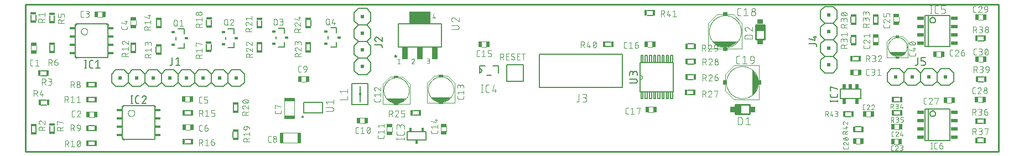
<source format=gto>
G04 EAGLE Gerber RS-274X export*
G75*
%MOMM*%
%FSLAX34Y34*%
%LPD*%
%INSilkscreen Top*%
%IPPOS*%
%AMOC8*
5,1,8,0,0,1.08239X$1,22.5*%
G01*
%ADD10C,0.127000*%
%ADD11C,0.101600*%
%ADD12R,0.700000X0.550000*%
%ADD13R,0.550000X0.700000*%
%ADD14C,0.254000*%
%ADD15R,0.750000X0.850000*%
%ADD16R,0.900000X1.350000*%
%ADD17R,0.850000X0.750000*%
%ADD18R,1.350000X0.900000*%
%ADD19C,0.152400*%
%ADD20C,0.000000*%
%ADD21R,0.500100X0.950000*%
%ADD22C,0.076200*%
%ADD23C,0.203200*%
%ADD24R,3.198909X1.855428*%
%ADD25R,0.869109X1.855816*%
%ADD26R,0.866541X1.852909*%
%ADD27R,0.867791X1.858491*%
%ADD28R,3.198059X1.856125*%
%ADD29R,0.871331X1.856469*%
%ADD30R,0.870909X1.851000*%
%ADD31R,0.867659X1.858359*%
%ADD32R,0.700000X0.450000*%
%ADD33R,0.700000X0.400000*%
%ADD34R,0.400100X0.400100*%
%ADD35R,0.500000X1.600000*%
%ADD36R,1.600000X0.500000*%
%ADD37R,0.950000X0.500100*%
%ADD38R,0.406400X0.863600*%
%ADD39R,0.457200X0.584200*%
%ADD40C,0.015238*%
%ADD41C,0.050800*%
%ADD42R,0.900000X0.350000*%
%ADD43R,0.863600X0.406400*%
%ADD44R,0.584200X0.457200*%
%ADD45R,1.100000X0.490000*%
%ADD46R,0.508000X0.508000*%
%ADD47R,0.475000X0.831300*%
%ADD48R,0.600000X0.350000*%
%ADD49C,0.254000*%

G36*
X1100710Y158600D02*
X1100710Y158600D01*
X1100760Y158596D01*
X1100788Y158606D01*
X1100823Y158608D01*
X1108823Y160608D01*
X1108867Y160629D01*
X1108927Y160646D01*
X1114927Y163646D01*
X1114962Y163674D01*
X1115011Y163700D01*
X1119511Y167200D01*
X1119534Y167226D01*
X1119562Y167245D01*
X1119599Y167301D01*
X1119642Y167352D01*
X1119653Y167384D01*
X1119672Y167413D01*
X1119683Y167479D01*
X1119704Y167542D01*
X1119701Y167576D01*
X1119707Y167610D01*
X1119693Y167675D01*
X1119687Y167742D01*
X1119671Y167772D01*
X1119664Y167806D01*
X1119625Y167860D01*
X1119594Y167920D01*
X1119568Y167941D01*
X1119548Y167969D01*
X1119491Y168005D01*
X1119439Y168047D01*
X1119407Y168057D01*
X1119377Y168075D01*
X1119300Y168089D01*
X1119248Y168105D01*
X1119225Y168103D01*
X1119200Y168107D01*
X1083200Y168107D01*
X1083183Y168104D01*
X1083165Y168106D01*
X1083085Y168084D01*
X1083004Y168068D01*
X1082989Y168058D01*
X1082972Y168053D01*
X1082906Y168002D01*
X1082838Y167955D01*
X1082828Y167940D01*
X1082814Y167929D01*
X1082774Y167856D01*
X1082728Y167787D01*
X1082725Y167770D01*
X1082717Y167754D01*
X1082708Y167671D01*
X1082693Y167590D01*
X1082697Y167572D01*
X1082695Y167555D01*
X1082718Y167475D01*
X1082736Y167394D01*
X1082747Y167380D01*
X1082752Y167363D01*
X1082824Y167270D01*
X1082852Y167231D01*
X1082858Y167227D01*
X1082863Y167221D01*
X1087363Y163221D01*
X1087403Y163198D01*
X1087505Y163132D01*
X1093505Y160632D01*
X1093532Y160626D01*
X1093561Y160612D01*
X1100561Y158612D01*
X1100603Y158609D01*
X1100643Y158596D01*
X1100710Y158600D01*
G37*
G36*
X1143428Y87197D02*
X1143428Y87197D01*
X1143445Y87195D01*
X1143525Y87218D01*
X1143606Y87236D01*
X1143620Y87247D01*
X1143637Y87252D01*
X1143730Y87324D01*
X1143769Y87352D01*
X1143773Y87358D01*
X1143779Y87363D01*
X1147779Y91863D01*
X1147802Y91903D01*
X1147868Y92005D01*
X1150368Y98005D01*
X1150374Y98032D01*
X1150388Y98061D01*
X1152388Y105061D01*
X1152391Y105103D01*
X1152404Y105143D01*
X1152400Y105210D01*
X1152404Y105260D01*
X1152394Y105288D01*
X1152392Y105323D01*
X1150392Y113323D01*
X1150371Y113367D01*
X1150354Y113427D01*
X1147354Y119427D01*
X1147326Y119462D01*
X1147300Y119511D01*
X1143800Y124011D01*
X1143774Y124034D01*
X1143755Y124062D01*
X1143699Y124099D01*
X1143649Y124142D01*
X1143616Y124153D01*
X1143587Y124172D01*
X1143521Y124183D01*
X1143458Y124204D01*
X1143424Y124201D01*
X1143390Y124207D01*
X1143325Y124193D01*
X1143258Y124187D01*
X1143228Y124171D01*
X1143194Y124164D01*
X1143140Y124125D01*
X1143081Y124094D01*
X1143059Y124068D01*
X1143031Y124048D01*
X1142995Y123991D01*
X1142953Y123939D01*
X1142943Y123907D01*
X1142925Y123877D01*
X1142911Y123800D01*
X1142895Y123748D01*
X1142897Y123725D01*
X1142893Y123700D01*
X1142893Y87700D01*
X1142896Y87683D01*
X1142894Y87665D01*
X1142916Y87585D01*
X1142932Y87504D01*
X1142942Y87489D01*
X1142947Y87472D01*
X1142998Y87406D01*
X1143045Y87338D01*
X1143060Y87328D01*
X1143071Y87314D01*
X1143144Y87274D01*
X1143213Y87228D01*
X1143230Y87225D01*
X1143246Y87217D01*
X1143329Y87208D01*
X1143410Y87193D01*
X1143428Y87197D01*
G37*
G36*
X670151Y76003D02*
X670151Y76003D01*
X670260Y76019D01*
X674760Y77519D01*
X674762Y77520D01*
X674764Y77520D01*
X674921Y77607D01*
X680421Y82107D01*
X680439Y82129D01*
X680462Y82145D01*
X680502Y82206D01*
X680548Y82263D01*
X680556Y82290D01*
X680572Y82313D01*
X680584Y82385D01*
X680605Y82455D01*
X680602Y82483D01*
X680607Y82510D01*
X680591Y82582D01*
X680583Y82654D01*
X680570Y82678D01*
X680564Y82706D01*
X680521Y82766D01*
X680486Y82829D01*
X680464Y82846D01*
X680448Y82869D01*
X680386Y82908D01*
X680328Y82953D01*
X680301Y82960D01*
X680277Y82975D01*
X680189Y82991D01*
X680135Y83006D01*
X680119Y83004D01*
X680100Y83007D01*
X651600Y83007D01*
X651562Y83000D01*
X651523Y83001D01*
X651465Y82980D01*
X651404Y82968D01*
X651371Y82946D01*
X651335Y82932D01*
X651289Y82890D01*
X651238Y82855D01*
X651217Y82822D01*
X651188Y82796D01*
X651162Y82739D01*
X651128Y82687D01*
X651122Y82649D01*
X651106Y82613D01*
X651104Y82551D01*
X651093Y82490D01*
X651101Y82452D01*
X651100Y82413D01*
X651123Y82355D01*
X651136Y82294D01*
X651159Y82262D01*
X651173Y82226D01*
X651222Y82174D01*
X651252Y82131D01*
X651275Y82117D01*
X651296Y82094D01*
X657296Y77594D01*
X657312Y77586D01*
X657454Y77514D01*
X662454Y76014D01*
X662510Y76009D01*
X662600Y75993D01*
X670100Y75993D01*
X670151Y76003D01*
G37*
G36*
X601951Y74503D02*
X601951Y74503D01*
X602060Y74519D01*
X606560Y76019D01*
X606562Y76020D01*
X606564Y76020D01*
X606721Y76107D01*
X612221Y80607D01*
X612239Y80629D01*
X612262Y80645D01*
X612302Y80706D01*
X612348Y80763D01*
X612356Y80790D01*
X612372Y80813D01*
X612384Y80885D01*
X612405Y80955D01*
X612402Y80983D01*
X612407Y81010D01*
X612391Y81082D01*
X612383Y81154D01*
X612370Y81178D01*
X612364Y81206D01*
X612321Y81266D01*
X612286Y81329D01*
X612264Y81346D01*
X612248Y81369D01*
X612186Y81408D01*
X612128Y81453D01*
X612101Y81460D01*
X612077Y81475D01*
X611989Y81491D01*
X611935Y81506D01*
X611919Y81504D01*
X611900Y81507D01*
X583400Y81507D01*
X583362Y81500D01*
X583323Y81501D01*
X583265Y81480D01*
X583204Y81468D01*
X583171Y81446D01*
X583135Y81432D01*
X583089Y81390D01*
X583038Y81355D01*
X583017Y81322D01*
X582988Y81296D01*
X582962Y81239D01*
X582928Y81187D01*
X582922Y81149D01*
X582906Y81113D01*
X582904Y81051D01*
X582893Y80990D01*
X582901Y80952D01*
X582900Y80913D01*
X582923Y80855D01*
X582936Y80794D01*
X582959Y80762D01*
X582973Y80726D01*
X583022Y80674D01*
X583052Y80631D01*
X583075Y80617D01*
X583096Y80594D01*
X589096Y76094D01*
X589112Y76086D01*
X589254Y76014D01*
X594254Y74514D01*
X594310Y74509D01*
X594400Y74493D01*
X601900Y74493D01*
X601951Y74503D01*
G37*
G36*
X1368006Y145994D02*
X1368006Y145994D01*
X1368012Y145993D01*
X1368188Y146029D01*
X1373188Y148029D01*
X1373199Y148036D01*
X1373211Y148039D01*
X1373337Y148126D01*
X1373356Y148139D01*
X1373357Y148140D01*
X1373359Y148141D01*
X1376359Y151141D01*
X1376360Y151144D01*
X1376362Y151145D01*
X1376415Y151226D01*
X1376470Y151308D01*
X1376470Y151311D01*
X1376472Y151313D01*
X1376489Y151409D01*
X1376507Y151505D01*
X1376507Y151508D01*
X1376507Y151510D01*
X1376486Y151607D01*
X1376466Y151701D01*
X1376464Y151703D01*
X1376464Y151706D01*
X1376407Y151786D01*
X1376351Y151866D01*
X1376349Y151867D01*
X1376348Y151869D01*
X1376265Y151921D01*
X1376182Y151973D01*
X1376180Y151974D01*
X1376177Y151975D01*
X1376000Y152007D01*
X1354000Y152007D01*
X1353997Y152007D01*
X1353995Y152007D01*
X1353900Y151987D01*
X1353804Y151968D01*
X1353801Y151966D01*
X1353799Y151966D01*
X1353718Y151910D01*
X1353638Y151855D01*
X1353636Y151853D01*
X1353634Y151851D01*
X1353581Y151768D01*
X1353528Y151687D01*
X1353528Y151684D01*
X1353527Y151682D01*
X1353510Y151586D01*
X1353493Y151490D01*
X1353493Y151487D01*
X1353493Y151485D01*
X1353515Y151391D01*
X1353536Y151294D01*
X1353538Y151292D01*
X1353539Y151289D01*
X1353641Y151141D01*
X1356641Y148141D01*
X1356652Y148134D01*
X1356659Y148125D01*
X1356789Y148043D01*
X1356808Y148030D01*
X1356810Y148030D01*
X1356812Y148029D01*
X1361812Y146029D01*
X1361818Y146028D01*
X1361823Y146025D01*
X1362000Y145993D01*
X1368000Y145993D01*
X1368006Y145994D01*
G37*
D10*
X1414757Y58000D02*
X1414759Y58130D01*
X1414765Y58260D01*
X1414775Y58390D01*
X1414789Y58519D01*
X1414807Y58648D01*
X1414829Y58776D01*
X1414854Y58903D01*
X1414884Y59030D01*
X1414917Y59156D01*
X1414955Y59280D01*
X1414996Y59404D01*
X1415041Y59526D01*
X1415089Y59646D01*
X1415142Y59765D01*
X1415198Y59883D01*
X1415257Y59998D01*
X1415320Y60112D01*
X1415387Y60224D01*
X1415456Y60334D01*
X1415530Y60441D01*
X1415606Y60546D01*
X1415686Y60649D01*
X1415768Y60749D01*
X1415854Y60847D01*
X1415943Y60942D01*
X1416034Y61035D01*
X1416129Y61124D01*
X1416226Y61211D01*
X1416326Y61294D01*
X1416428Y61374D01*
X1416532Y61452D01*
X1416639Y61526D01*
X1416748Y61596D01*
X1416860Y61664D01*
X1416973Y61728D01*
X1417088Y61788D01*
X1417205Y61845D01*
X1417324Y61898D01*
X1417444Y61947D01*
X1417566Y61993D01*
X1417689Y62035D01*
X1417813Y62074D01*
X1417939Y62108D01*
X1418065Y62139D01*
X1418192Y62165D01*
X1418320Y62188D01*
X1418449Y62207D01*
X1418578Y62222D01*
X1418708Y62233D01*
X1418837Y62240D01*
X1418967Y62243D01*
X1419098Y62242D01*
X1419227Y62237D01*
X1419357Y62228D01*
X1419487Y62215D01*
X1419616Y62198D01*
X1419744Y62177D01*
X1419872Y62153D01*
X1419998Y62124D01*
X1420124Y62091D01*
X1420249Y62055D01*
X1420373Y62015D01*
X1420495Y61971D01*
X1420616Y61923D01*
X1420736Y61872D01*
X1420854Y61817D01*
X1420970Y61758D01*
X1421084Y61696D01*
X1421196Y61630D01*
X1421306Y61561D01*
X1421414Y61489D01*
X1421520Y61413D01*
X1421624Y61335D01*
X1421725Y61253D01*
X1421823Y61168D01*
X1421919Y61080D01*
X1422012Y60989D01*
X1422102Y60895D01*
X1422189Y60799D01*
X1422273Y60700D01*
X1422355Y60598D01*
X1422433Y60494D01*
X1422507Y60388D01*
X1422579Y60279D01*
X1422647Y60168D01*
X1422712Y60055D01*
X1422773Y59941D01*
X1422831Y59824D01*
X1422885Y59706D01*
X1422935Y59586D01*
X1422982Y59465D01*
X1423025Y59342D01*
X1423064Y59218D01*
X1423100Y59093D01*
X1423131Y58967D01*
X1423159Y58840D01*
X1423183Y58712D01*
X1423203Y58583D01*
X1423219Y58454D01*
X1423231Y58325D01*
X1423239Y58195D01*
X1423243Y58065D01*
X1423243Y57935D01*
X1423239Y57805D01*
X1423231Y57675D01*
X1423219Y57546D01*
X1423203Y57417D01*
X1423183Y57288D01*
X1423159Y57160D01*
X1423131Y57033D01*
X1423100Y56907D01*
X1423064Y56782D01*
X1423025Y56658D01*
X1422982Y56535D01*
X1422935Y56414D01*
X1422885Y56294D01*
X1422831Y56176D01*
X1422773Y56059D01*
X1422712Y55945D01*
X1422647Y55832D01*
X1422579Y55721D01*
X1422507Y55612D01*
X1422433Y55506D01*
X1422355Y55402D01*
X1422273Y55300D01*
X1422189Y55201D01*
X1422102Y55105D01*
X1422012Y55011D01*
X1421919Y54920D01*
X1421823Y54832D01*
X1421725Y54747D01*
X1421624Y54665D01*
X1421520Y54587D01*
X1421414Y54511D01*
X1421306Y54439D01*
X1421196Y54370D01*
X1421084Y54304D01*
X1420970Y54242D01*
X1420854Y54183D01*
X1420736Y54128D01*
X1420616Y54077D01*
X1420495Y54029D01*
X1420373Y53985D01*
X1420249Y53945D01*
X1420124Y53909D01*
X1419998Y53876D01*
X1419872Y53847D01*
X1419744Y53823D01*
X1419616Y53802D01*
X1419487Y53785D01*
X1419357Y53772D01*
X1419227Y53763D01*
X1419098Y53758D01*
X1418967Y53757D01*
X1418837Y53760D01*
X1418708Y53767D01*
X1418578Y53778D01*
X1418449Y53793D01*
X1418320Y53812D01*
X1418192Y53835D01*
X1418065Y53861D01*
X1417939Y53892D01*
X1417813Y53926D01*
X1417689Y53965D01*
X1417566Y54007D01*
X1417444Y54053D01*
X1417324Y54102D01*
X1417205Y54155D01*
X1417088Y54212D01*
X1416973Y54272D01*
X1416860Y54336D01*
X1416748Y54404D01*
X1416639Y54474D01*
X1416532Y54548D01*
X1416428Y54626D01*
X1416326Y54706D01*
X1416226Y54789D01*
X1416129Y54876D01*
X1416034Y54965D01*
X1415943Y55058D01*
X1415854Y55153D01*
X1415768Y55251D01*
X1415686Y55351D01*
X1415606Y55454D01*
X1415530Y55559D01*
X1415456Y55666D01*
X1415387Y55776D01*
X1415320Y55888D01*
X1415257Y56002D01*
X1415198Y56117D01*
X1415142Y56235D01*
X1415089Y56354D01*
X1415041Y56474D01*
X1414996Y56596D01*
X1414955Y56720D01*
X1414917Y56844D01*
X1414884Y56970D01*
X1414854Y57097D01*
X1414829Y57224D01*
X1414807Y57352D01*
X1414789Y57481D01*
X1414775Y57610D01*
X1414765Y57740D01*
X1414759Y57870D01*
X1414757Y58000D01*
X1414757Y201000D02*
X1414759Y201130D01*
X1414765Y201260D01*
X1414775Y201390D01*
X1414789Y201519D01*
X1414807Y201648D01*
X1414829Y201776D01*
X1414854Y201903D01*
X1414884Y202030D01*
X1414917Y202156D01*
X1414955Y202280D01*
X1414996Y202404D01*
X1415041Y202526D01*
X1415089Y202646D01*
X1415142Y202765D01*
X1415198Y202883D01*
X1415257Y202998D01*
X1415320Y203112D01*
X1415387Y203224D01*
X1415456Y203334D01*
X1415530Y203441D01*
X1415606Y203546D01*
X1415686Y203649D01*
X1415768Y203749D01*
X1415854Y203847D01*
X1415943Y203942D01*
X1416034Y204035D01*
X1416129Y204124D01*
X1416226Y204211D01*
X1416326Y204294D01*
X1416428Y204374D01*
X1416532Y204452D01*
X1416639Y204526D01*
X1416748Y204596D01*
X1416860Y204664D01*
X1416973Y204728D01*
X1417088Y204788D01*
X1417205Y204845D01*
X1417324Y204898D01*
X1417444Y204947D01*
X1417566Y204993D01*
X1417689Y205035D01*
X1417813Y205074D01*
X1417939Y205108D01*
X1418065Y205139D01*
X1418192Y205165D01*
X1418320Y205188D01*
X1418449Y205207D01*
X1418578Y205222D01*
X1418708Y205233D01*
X1418837Y205240D01*
X1418967Y205243D01*
X1419098Y205242D01*
X1419227Y205237D01*
X1419357Y205228D01*
X1419487Y205215D01*
X1419616Y205198D01*
X1419744Y205177D01*
X1419872Y205153D01*
X1419998Y205124D01*
X1420124Y205091D01*
X1420249Y205055D01*
X1420373Y205015D01*
X1420495Y204971D01*
X1420616Y204923D01*
X1420736Y204872D01*
X1420854Y204817D01*
X1420970Y204758D01*
X1421084Y204696D01*
X1421196Y204630D01*
X1421306Y204561D01*
X1421414Y204489D01*
X1421520Y204413D01*
X1421624Y204335D01*
X1421725Y204253D01*
X1421823Y204168D01*
X1421919Y204080D01*
X1422012Y203989D01*
X1422102Y203895D01*
X1422189Y203799D01*
X1422273Y203700D01*
X1422355Y203598D01*
X1422433Y203494D01*
X1422507Y203388D01*
X1422579Y203279D01*
X1422647Y203168D01*
X1422712Y203055D01*
X1422773Y202941D01*
X1422831Y202824D01*
X1422885Y202706D01*
X1422935Y202586D01*
X1422982Y202465D01*
X1423025Y202342D01*
X1423064Y202218D01*
X1423100Y202093D01*
X1423131Y201967D01*
X1423159Y201840D01*
X1423183Y201712D01*
X1423203Y201583D01*
X1423219Y201454D01*
X1423231Y201325D01*
X1423239Y201195D01*
X1423243Y201065D01*
X1423243Y200935D01*
X1423239Y200805D01*
X1423231Y200675D01*
X1423219Y200546D01*
X1423203Y200417D01*
X1423183Y200288D01*
X1423159Y200160D01*
X1423131Y200033D01*
X1423100Y199907D01*
X1423064Y199782D01*
X1423025Y199658D01*
X1422982Y199535D01*
X1422935Y199414D01*
X1422885Y199294D01*
X1422831Y199176D01*
X1422773Y199059D01*
X1422712Y198945D01*
X1422647Y198832D01*
X1422579Y198721D01*
X1422507Y198612D01*
X1422433Y198506D01*
X1422355Y198402D01*
X1422273Y198300D01*
X1422189Y198201D01*
X1422102Y198105D01*
X1422012Y198011D01*
X1421919Y197920D01*
X1421823Y197832D01*
X1421725Y197747D01*
X1421624Y197665D01*
X1421520Y197587D01*
X1421414Y197511D01*
X1421306Y197439D01*
X1421196Y197370D01*
X1421084Y197304D01*
X1420970Y197242D01*
X1420854Y197183D01*
X1420736Y197128D01*
X1420616Y197077D01*
X1420495Y197029D01*
X1420373Y196985D01*
X1420249Y196945D01*
X1420124Y196909D01*
X1419998Y196876D01*
X1419872Y196847D01*
X1419744Y196823D01*
X1419616Y196802D01*
X1419487Y196785D01*
X1419357Y196772D01*
X1419227Y196763D01*
X1419098Y196758D01*
X1418967Y196757D01*
X1418837Y196760D01*
X1418708Y196767D01*
X1418578Y196778D01*
X1418449Y196793D01*
X1418320Y196812D01*
X1418192Y196835D01*
X1418065Y196861D01*
X1417939Y196892D01*
X1417813Y196926D01*
X1417689Y196965D01*
X1417566Y197007D01*
X1417444Y197053D01*
X1417324Y197102D01*
X1417205Y197155D01*
X1417088Y197212D01*
X1416973Y197272D01*
X1416860Y197336D01*
X1416748Y197404D01*
X1416639Y197474D01*
X1416532Y197548D01*
X1416428Y197626D01*
X1416326Y197706D01*
X1416226Y197789D01*
X1416129Y197876D01*
X1416034Y197965D01*
X1415943Y198058D01*
X1415854Y198153D01*
X1415768Y198251D01*
X1415686Y198351D01*
X1415606Y198454D01*
X1415530Y198559D01*
X1415456Y198666D01*
X1415387Y198776D01*
X1415320Y198888D01*
X1415257Y199002D01*
X1415198Y199117D01*
X1415142Y199235D01*
X1415089Y199354D01*
X1415041Y199474D01*
X1414996Y199596D01*
X1414955Y199720D01*
X1414917Y199844D01*
X1414884Y199970D01*
X1414854Y200097D01*
X1414829Y200224D01*
X1414807Y200352D01*
X1414789Y200481D01*
X1414775Y200610D01*
X1414765Y200740D01*
X1414759Y200870D01*
X1414757Y201000D01*
D11*
X1075200Y196100D02*
X1075200Y157600D01*
X1075200Y196100D02*
X1088700Y209600D01*
X1113700Y209600D01*
X1127200Y196100D01*
X1127200Y157600D01*
X1075200Y157600D01*
X1091700Y157600D01*
X1075200Y157600D02*
X1075200Y196100D01*
X1088700Y209600D01*
X1091700Y209600D01*
X1110700Y209600D02*
X1113700Y209600D01*
X1127200Y196100D01*
X1127200Y157600D01*
X1110700Y157600D01*
X1092700Y160600D02*
X1092143Y160814D01*
X1091591Y161041D01*
X1091045Y161282D01*
X1090505Y161535D01*
X1089971Y161802D01*
X1089444Y162082D01*
X1088924Y162374D01*
X1088411Y162679D01*
X1087906Y162997D01*
X1087408Y163326D01*
X1086919Y163668D01*
X1086438Y164021D01*
X1085966Y164386D01*
X1085503Y164763D01*
X1085050Y165150D01*
X1084605Y165549D01*
X1084171Y165958D01*
X1083747Y166377D01*
X1083333Y166807D01*
X1082930Y167247D01*
X1082537Y167696D01*
X1082156Y168155D01*
X1081785Y168623D01*
X1081427Y169100D01*
X1081080Y169585D01*
X1080745Y170079D01*
X1080422Y170581D01*
X1080111Y171090D01*
X1079813Y171607D01*
X1079527Y172131D01*
X1079255Y172662D01*
X1078995Y173199D01*
X1078749Y173743D01*
X1078515Y174292D01*
X1078296Y174847D01*
X1078089Y175407D01*
X1077897Y175971D01*
X1077718Y176541D01*
X1077553Y177114D01*
X1077403Y177692D01*
X1077266Y178272D01*
X1077143Y178856D01*
X1077035Y179443D01*
X1076941Y180032D01*
X1076861Y180624D01*
X1076796Y181217D01*
X1076745Y181811D01*
X1076709Y182407D01*
X1076687Y183003D01*
X1076680Y183600D01*
X1076687Y184197D01*
X1076709Y184793D01*
X1076745Y185389D01*
X1076796Y185983D01*
X1076861Y186576D01*
X1076941Y187168D01*
X1077035Y187757D01*
X1077143Y188344D01*
X1077266Y188928D01*
X1077403Y189508D01*
X1077553Y190086D01*
X1077718Y190659D01*
X1077897Y191229D01*
X1078089Y191793D01*
X1078296Y192353D01*
X1078515Y192908D01*
X1078749Y193457D01*
X1078995Y194001D01*
X1079255Y194538D01*
X1079527Y195069D01*
X1079813Y195593D01*
X1080111Y196110D01*
X1080422Y196619D01*
X1080745Y197121D01*
X1081080Y197615D01*
X1081427Y198100D01*
X1081785Y198577D01*
X1082156Y199045D01*
X1082537Y199504D01*
X1082930Y199953D01*
X1083333Y200393D01*
X1083747Y200823D01*
X1084171Y201242D01*
X1084605Y201651D01*
X1085050Y202050D01*
X1085503Y202437D01*
X1085966Y202814D01*
X1086438Y203179D01*
X1086919Y203532D01*
X1087408Y203874D01*
X1087906Y204203D01*
X1088411Y204521D01*
X1088924Y204826D01*
X1089444Y205118D01*
X1089971Y205398D01*
X1090505Y205665D01*
X1091045Y205918D01*
X1091591Y206159D01*
X1092143Y206386D01*
X1092700Y206600D01*
X1109700Y206600D02*
X1110257Y206386D01*
X1110809Y206159D01*
X1111355Y205918D01*
X1111895Y205665D01*
X1112429Y205398D01*
X1112956Y205118D01*
X1113476Y204826D01*
X1113989Y204521D01*
X1114494Y204203D01*
X1114992Y203874D01*
X1115481Y203532D01*
X1115962Y203179D01*
X1116434Y202814D01*
X1116897Y202437D01*
X1117350Y202050D01*
X1117795Y201651D01*
X1118229Y201242D01*
X1118653Y200823D01*
X1119067Y200393D01*
X1119470Y199953D01*
X1119863Y199504D01*
X1120244Y199045D01*
X1120615Y198577D01*
X1120973Y198100D01*
X1121320Y197615D01*
X1121655Y197121D01*
X1121978Y196619D01*
X1122289Y196110D01*
X1122587Y195593D01*
X1122873Y195069D01*
X1123145Y194538D01*
X1123405Y194001D01*
X1123651Y193457D01*
X1123885Y192908D01*
X1124104Y192353D01*
X1124311Y191793D01*
X1124503Y191229D01*
X1124682Y190659D01*
X1124847Y190086D01*
X1124997Y189508D01*
X1125134Y188928D01*
X1125257Y188344D01*
X1125365Y187757D01*
X1125459Y187168D01*
X1125539Y186576D01*
X1125604Y185983D01*
X1125655Y185389D01*
X1125691Y184793D01*
X1125713Y184197D01*
X1125720Y183600D01*
X1125713Y183003D01*
X1125691Y182407D01*
X1125655Y181811D01*
X1125604Y181217D01*
X1125539Y180624D01*
X1125459Y180032D01*
X1125365Y179443D01*
X1125257Y178856D01*
X1125134Y178272D01*
X1124997Y177692D01*
X1124847Y177114D01*
X1124682Y176541D01*
X1124503Y175971D01*
X1124311Y175407D01*
X1124104Y174847D01*
X1123885Y174292D01*
X1123651Y173743D01*
X1123405Y173199D01*
X1123145Y172662D01*
X1122873Y172131D01*
X1122587Y171607D01*
X1122289Y171090D01*
X1121978Y170581D01*
X1121655Y170079D01*
X1121320Y169585D01*
X1120973Y169100D01*
X1120615Y168623D01*
X1120244Y168155D01*
X1119863Y167696D01*
X1119470Y167247D01*
X1119067Y166807D01*
X1118653Y166377D01*
X1118229Y165958D01*
X1117795Y165549D01*
X1117350Y165150D01*
X1116897Y164763D01*
X1116434Y164386D01*
X1115962Y164021D01*
X1115481Y163668D01*
X1114992Y163326D01*
X1114494Y162997D01*
X1113989Y162679D01*
X1113476Y162374D01*
X1112956Y162082D01*
X1112429Y161802D01*
X1111895Y161535D01*
X1111355Y161282D01*
X1110809Y161041D01*
X1110257Y160814D01*
X1109700Y160600D01*
X1119700Y168100D02*
X1082700Y168100D01*
X1076700Y183600D02*
X1076707Y184201D01*
X1076730Y184802D01*
X1076766Y185402D01*
X1076818Y186001D01*
X1076884Y186599D01*
X1076965Y187195D01*
X1077061Y187789D01*
X1077171Y188380D01*
X1077295Y188968D01*
X1077434Y189553D01*
X1077587Y190134D01*
X1077755Y190712D01*
X1077937Y191285D01*
X1078132Y191854D01*
X1078342Y192417D01*
X1078565Y192976D01*
X1078802Y193528D01*
X1079052Y194075D01*
X1079316Y194615D01*
X1079593Y195149D01*
X1079883Y195676D01*
X1080186Y196196D01*
X1080501Y196707D01*
X1080829Y197211D01*
X1081169Y197707D01*
X1081521Y198195D01*
X1081886Y198673D01*
X1082261Y199143D01*
X1082648Y199603D01*
X1083047Y200053D01*
X1083456Y200494D01*
X1083876Y200924D01*
X1084306Y201344D01*
X1084747Y201753D01*
X1085197Y202152D01*
X1085657Y202539D01*
X1086127Y202914D01*
X1086605Y203279D01*
X1087093Y203631D01*
X1087589Y203971D01*
X1088093Y204299D01*
X1088604Y204614D01*
X1089124Y204917D01*
X1089651Y205207D01*
X1090185Y205484D01*
X1090725Y205748D01*
X1091272Y205998D01*
X1091824Y206235D01*
X1092383Y206458D01*
X1092946Y206668D01*
X1093515Y206863D01*
X1094088Y207045D01*
X1094666Y207213D01*
X1095247Y207366D01*
X1095832Y207505D01*
X1096420Y207629D01*
X1097011Y207739D01*
X1097605Y207835D01*
X1098201Y207916D01*
X1098799Y207982D01*
X1099398Y208034D01*
X1099998Y208070D01*
X1100599Y208093D01*
X1101200Y208100D01*
X1101801Y208093D01*
X1102402Y208070D01*
X1103002Y208034D01*
X1103601Y207982D01*
X1104199Y207916D01*
X1104795Y207835D01*
X1105389Y207739D01*
X1105980Y207629D01*
X1106568Y207505D01*
X1107153Y207366D01*
X1107734Y207213D01*
X1108312Y207045D01*
X1108885Y206863D01*
X1109454Y206668D01*
X1110017Y206458D01*
X1110576Y206235D01*
X1111128Y205998D01*
X1111675Y205748D01*
X1112215Y205484D01*
X1112749Y205207D01*
X1113276Y204917D01*
X1113796Y204614D01*
X1114307Y204299D01*
X1114811Y203971D01*
X1115307Y203631D01*
X1115795Y203279D01*
X1116273Y202914D01*
X1116743Y202539D01*
X1117203Y202152D01*
X1117653Y201753D01*
X1118094Y201344D01*
X1118524Y200924D01*
X1118944Y200494D01*
X1119353Y200053D01*
X1119752Y199603D01*
X1120139Y199143D01*
X1120514Y198673D01*
X1120879Y198195D01*
X1121231Y197707D01*
X1121571Y197211D01*
X1121899Y196707D01*
X1122214Y196196D01*
X1122517Y195676D01*
X1122807Y195149D01*
X1123084Y194615D01*
X1123348Y194075D01*
X1123598Y193528D01*
X1123835Y192976D01*
X1124058Y192417D01*
X1124268Y191854D01*
X1124463Y191285D01*
X1124645Y190712D01*
X1124813Y190134D01*
X1124966Y189553D01*
X1125105Y188968D01*
X1125229Y188380D01*
X1125339Y187789D01*
X1125435Y187195D01*
X1125516Y186599D01*
X1125582Y186001D01*
X1125634Y185402D01*
X1125670Y184802D01*
X1125693Y184201D01*
X1125700Y183600D01*
X1125693Y182999D01*
X1125670Y182398D01*
X1125634Y181798D01*
X1125582Y181199D01*
X1125516Y180601D01*
X1125435Y180005D01*
X1125339Y179411D01*
X1125229Y178820D01*
X1125105Y178232D01*
X1124966Y177647D01*
X1124813Y177066D01*
X1124645Y176488D01*
X1124463Y175915D01*
X1124268Y175346D01*
X1124058Y174783D01*
X1123835Y174224D01*
X1123598Y173672D01*
X1123348Y173125D01*
X1123084Y172585D01*
X1122807Y172051D01*
X1122517Y171524D01*
X1122214Y171004D01*
X1121899Y170493D01*
X1121571Y169989D01*
X1121231Y169493D01*
X1120879Y169005D01*
X1120514Y168527D01*
X1120139Y168057D01*
X1119752Y167597D01*
X1119353Y167147D01*
X1118944Y166706D01*
X1118524Y166276D01*
X1118094Y165856D01*
X1117653Y165447D01*
X1117203Y165048D01*
X1116743Y164661D01*
X1116273Y164286D01*
X1115795Y163921D01*
X1115307Y163569D01*
X1114811Y163229D01*
X1114307Y162901D01*
X1113796Y162586D01*
X1113276Y162283D01*
X1112749Y161993D01*
X1112215Y161716D01*
X1111675Y161452D01*
X1111128Y161202D01*
X1110576Y160965D01*
X1110017Y160742D01*
X1109454Y160532D01*
X1108885Y160337D01*
X1108312Y160155D01*
X1107734Y159987D01*
X1107153Y159834D01*
X1106568Y159695D01*
X1105980Y159571D01*
X1105389Y159461D01*
X1104795Y159365D01*
X1104199Y159284D01*
X1103601Y159218D01*
X1103002Y159166D01*
X1102402Y159130D01*
X1101801Y159107D01*
X1101200Y159100D01*
X1100599Y159107D01*
X1099998Y159130D01*
X1099398Y159166D01*
X1098799Y159218D01*
X1098201Y159284D01*
X1097605Y159365D01*
X1097011Y159461D01*
X1096420Y159571D01*
X1095832Y159695D01*
X1095247Y159834D01*
X1094666Y159987D01*
X1094088Y160155D01*
X1093515Y160337D01*
X1092946Y160532D01*
X1092383Y160742D01*
X1091824Y160965D01*
X1091272Y161202D01*
X1090725Y161452D01*
X1090185Y161716D01*
X1089651Y161993D01*
X1089124Y162283D01*
X1088604Y162586D01*
X1088093Y162901D01*
X1087589Y163229D01*
X1087093Y163569D01*
X1086605Y163921D01*
X1086127Y164286D01*
X1085657Y164661D01*
X1085197Y165048D01*
X1084747Y165447D01*
X1084306Y165856D01*
X1083876Y166276D01*
X1083456Y166706D01*
X1083047Y167147D01*
X1082648Y167597D01*
X1082261Y168057D01*
X1081886Y168527D01*
X1081521Y169005D01*
X1081169Y169493D01*
X1080829Y169989D01*
X1080501Y170493D01*
X1080186Y171004D01*
X1079883Y171524D01*
X1079593Y172051D01*
X1079316Y172585D01*
X1079052Y173125D01*
X1078802Y173672D01*
X1078565Y174224D01*
X1078342Y174783D01*
X1078132Y175346D01*
X1077937Y175915D01*
X1077755Y176488D01*
X1077587Y177066D01*
X1077434Y177647D01*
X1077295Y178232D01*
X1077171Y178820D01*
X1077061Y179411D01*
X1076965Y180005D01*
X1076884Y180601D01*
X1076818Y181199D01*
X1076766Y181798D01*
X1076730Y182398D01*
X1076707Y182999D01*
X1076700Y183600D01*
D12*
X1101200Y156850D03*
X1101200Y210350D03*
D11*
X1122704Y207808D02*
X1125301Y207808D01*
X1122704Y207808D02*
X1122605Y207810D01*
X1122505Y207816D01*
X1122406Y207825D01*
X1122308Y207838D01*
X1122210Y207855D01*
X1122112Y207876D01*
X1122016Y207901D01*
X1121921Y207929D01*
X1121827Y207961D01*
X1121734Y207996D01*
X1121642Y208035D01*
X1121552Y208078D01*
X1121464Y208123D01*
X1121377Y208173D01*
X1121293Y208225D01*
X1121210Y208281D01*
X1121130Y208339D01*
X1121052Y208401D01*
X1120977Y208466D01*
X1120904Y208534D01*
X1120834Y208604D01*
X1120766Y208677D01*
X1120701Y208752D01*
X1120639Y208830D01*
X1120581Y208910D01*
X1120525Y208993D01*
X1120473Y209077D01*
X1120423Y209164D01*
X1120378Y209252D01*
X1120335Y209342D01*
X1120296Y209434D01*
X1120261Y209527D01*
X1120229Y209621D01*
X1120201Y209716D01*
X1120176Y209812D01*
X1120155Y209910D01*
X1120138Y210008D01*
X1120125Y210106D01*
X1120116Y210205D01*
X1120110Y210305D01*
X1120108Y210404D01*
X1120108Y216896D01*
X1120110Y216995D01*
X1120116Y217095D01*
X1120125Y217194D01*
X1120138Y217292D01*
X1120155Y217390D01*
X1120176Y217488D01*
X1120201Y217584D01*
X1120229Y217679D01*
X1120261Y217773D01*
X1120296Y217866D01*
X1120335Y217958D01*
X1120378Y218048D01*
X1120423Y218136D01*
X1120473Y218223D01*
X1120525Y218307D01*
X1120581Y218390D01*
X1120639Y218470D01*
X1120701Y218548D01*
X1120766Y218623D01*
X1120834Y218696D01*
X1120904Y218766D01*
X1120977Y218834D01*
X1121052Y218899D01*
X1121130Y218961D01*
X1121210Y219019D01*
X1121293Y219075D01*
X1121377Y219127D01*
X1121464Y219177D01*
X1121552Y219222D01*
X1121642Y219265D01*
X1121734Y219304D01*
X1121826Y219339D01*
X1121921Y219371D01*
X1122016Y219399D01*
X1122112Y219424D01*
X1122210Y219445D01*
X1122308Y219462D01*
X1122406Y219475D01*
X1122505Y219484D01*
X1122605Y219490D01*
X1122704Y219492D01*
X1125301Y219492D01*
X1129666Y216896D02*
X1132912Y219492D01*
X1132912Y207808D01*
X1136157Y207808D02*
X1129666Y207808D01*
X1141096Y211054D02*
X1141098Y211167D01*
X1141104Y211280D01*
X1141114Y211393D01*
X1141128Y211506D01*
X1141145Y211618D01*
X1141167Y211729D01*
X1141192Y211839D01*
X1141222Y211949D01*
X1141255Y212057D01*
X1141292Y212164D01*
X1141332Y212270D01*
X1141377Y212374D01*
X1141425Y212477D01*
X1141476Y212578D01*
X1141531Y212677D01*
X1141589Y212774D01*
X1141651Y212869D01*
X1141716Y212962D01*
X1141784Y213052D01*
X1141855Y213140D01*
X1141930Y213226D01*
X1142007Y213309D01*
X1142087Y213389D01*
X1142170Y213466D01*
X1142256Y213541D01*
X1142344Y213612D01*
X1142434Y213680D01*
X1142527Y213745D01*
X1142622Y213807D01*
X1142719Y213865D01*
X1142818Y213920D01*
X1142919Y213971D01*
X1143022Y214019D01*
X1143126Y214064D01*
X1143232Y214104D01*
X1143339Y214141D01*
X1143447Y214174D01*
X1143557Y214204D01*
X1143667Y214229D01*
X1143778Y214251D01*
X1143890Y214268D01*
X1144003Y214282D01*
X1144116Y214292D01*
X1144229Y214298D01*
X1144342Y214300D01*
X1144455Y214298D01*
X1144568Y214292D01*
X1144681Y214282D01*
X1144794Y214268D01*
X1144906Y214251D01*
X1145017Y214229D01*
X1145127Y214204D01*
X1145237Y214174D01*
X1145345Y214141D01*
X1145452Y214104D01*
X1145558Y214064D01*
X1145662Y214019D01*
X1145765Y213971D01*
X1145866Y213920D01*
X1145965Y213865D01*
X1146062Y213807D01*
X1146157Y213745D01*
X1146250Y213680D01*
X1146340Y213612D01*
X1146428Y213541D01*
X1146514Y213466D01*
X1146597Y213389D01*
X1146677Y213309D01*
X1146754Y213226D01*
X1146829Y213140D01*
X1146900Y213052D01*
X1146968Y212962D01*
X1147033Y212869D01*
X1147095Y212774D01*
X1147153Y212677D01*
X1147208Y212578D01*
X1147259Y212477D01*
X1147307Y212374D01*
X1147352Y212270D01*
X1147392Y212164D01*
X1147429Y212057D01*
X1147462Y211949D01*
X1147492Y211839D01*
X1147517Y211729D01*
X1147539Y211618D01*
X1147556Y211506D01*
X1147570Y211393D01*
X1147580Y211280D01*
X1147586Y211167D01*
X1147588Y211054D01*
X1147586Y210941D01*
X1147580Y210828D01*
X1147570Y210715D01*
X1147556Y210602D01*
X1147539Y210490D01*
X1147517Y210379D01*
X1147492Y210269D01*
X1147462Y210159D01*
X1147429Y210051D01*
X1147392Y209944D01*
X1147352Y209838D01*
X1147307Y209734D01*
X1147259Y209631D01*
X1147208Y209530D01*
X1147153Y209431D01*
X1147095Y209334D01*
X1147033Y209239D01*
X1146968Y209146D01*
X1146900Y209056D01*
X1146829Y208968D01*
X1146754Y208882D01*
X1146677Y208799D01*
X1146597Y208719D01*
X1146514Y208642D01*
X1146428Y208567D01*
X1146340Y208496D01*
X1146250Y208428D01*
X1146157Y208363D01*
X1146062Y208301D01*
X1145965Y208243D01*
X1145866Y208188D01*
X1145765Y208137D01*
X1145662Y208089D01*
X1145558Y208044D01*
X1145452Y208004D01*
X1145345Y207967D01*
X1145237Y207934D01*
X1145127Y207904D01*
X1145017Y207879D01*
X1144906Y207857D01*
X1144794Y207840D01*
X1144681Y207826D01*
X1144568Y207816D01*
X1144455Y207810D01*
X1144342Y207808D01*
X1144229Y207810D01*
X1144116Y207816D01*
X1144003Y207826D01*
X1143890Y207840D01*
X1143778Y207857D01*
X1143667Y207879D01*
X1143557Y207904D01*
X1143447Y207934D01*
X1143339Y207967D01*
X1143232Y208004D01*
X1143126Y208044D01*
X1143022Y208089D01*
X1142919Y208137D01*
X1142818Y208188D01*
X1142719Y208243D01*
X1142622Y208301D01*
X1142527Y208363D01*
X1142434Y208428D01*
X1142344Y208496D01*
X1142256Y208567D01*
X1142170Y208642D01*
X1142087Y208719D01*
X1142007Y208799D01*
X1141930Y208882D01*
X1141855Y208968D01*
X1141784Y209056D01*
X1141716Y209146D01*
X1141651Y209239D01*
X1141589Y209334D01*
X1141531Y209431D01*
X1141476Y209530D01*
X1141425Y209631D01*
X1141377Y209734D01*
X1141332Y209838D01*
X1141292Y209944D01*
X1141255Y210051D01*
X1141222Y210159D01*
X1141192Y210269D01*
X1141167Y210379D01*
X1141145Y210490D01*
X1141128Y210602D01*
X1141114Y210715D01*
X1141104Y210828D01*
X1141098Y210941D01*
X1141096Y211054D01*
X1141746Y216896D02*
X1141748Y216997D01*
X1141754Y217097D01*
X1141764Y217197D01*
X1141777Y217297D01*
X1141795Y217396D01*
X1141816Y217495D01*
X1141841Y217592D01*
X1141870Y217689D01*
X1141903Y217784D01*
X1141939Y217878D01*
X1141979Y217970D01*
X1142022Y218061D01*
X1142069Y218150D01*
X1142119Y218237D01*
X1142173Y218323D01*
X1142230Y218406D01*
X1142290Y218486D01*
X1142353Y218565D01*
X1142420Y218641D01*
X1142489Y218714D01*
X1142561Y218784D01*
X1142635Y218852D01*
X1142712Y218917D01*
X1142792Y218978D01*
X1142874Y219037D01*
X1142958Y219092D01*
X1143044Y219144D01*
X1143132Y219193D01*
X1143222Y219238D01*
X1143314Y219280D01*
X1143407Y219318D01*
X1143502Y219352D01*
X1143597Y219383D01*
X1143694Y219410D01*
X1143792Y219433D01*
X1143891Y219453D01*
X1143991Y219468D01*
X1144091Y219480D01*
X1144191Y219488D01*
X1144292Y219492D01*
X1144392Y219492D01*
X1144493Y219488D01*
X1144593Y219480D01*
X1144693Y219468D01*
X1144793Y219453D01*
X1144892Y219433D01*
X1144990Y219410D01*
X1145087Y219383D01*
X1145182Y219352D01*
X1145277Y219318D01*
X1145370Y219280D01*
X1145462Y219238D01*
X1145552Y219193D01*
X1145640Y219144D01*
X1145726Y219092D01*
X1145810Y219037D01*
X1145892Y218978D01*
X1145972Y218917D01*
X1146049Y218852D01*
X1146123Y218784D01*
X1146195Y218714D01*
X1146264Y218641D01*
X1146331Y218565D01*
X1146394Y218486D01*
X1146454Y218406D01*
X1146511Y218323D01*
X1146565Y218237D01*
X1146615Y218150D01*
X1146662Y218061D01*
X1146705Y217970D01*
X1146745Y217878D01*
X1146781Y217784D01*
X1146814Y217689D01*
X1146843Y217592D01*
X1146868Y217495D01*
X1146889Y217396D01*
X1146907Y217297D01*
X1146920Y217197D01*
X1146930Y217097D01*
X1146936Y216997D01*
X1146938Y216896D01*
X1146936Y216795D01*
X1146930Y216695D01*
X1146920Y216595D01*
X1146907Y216495D01*
X1146889Y216396D01*
X1146868Y216297D01*
X1146843Y216200D01*
X1146814Y216103D01*
X1146781Y216008D01*
X1146745Y215914D01*
X1146705Y215822D01*
X1146662Y215731D01*
X1146615Y215642D01*
X1146565Y215555D01*
X1146511Y215469D01*
X1146454Y215386D01*
X1146394Y215306D01*
X1146331Y215227D01*
X1146264Y215151D01*
X1146195Y215078D01*
X1146123Y215008D01*
X1146049Y214940D01*
X1145972Y214875D01*
X1145892Y214814D01*
X1145810Y214755D01*
X1145726Y214700D01*
X1145640Y214648D01*
X1145552Y214599D01*
X1145462Y214554D01*
X1145370Y214512D01*
X1145277Y214474D01*
X1145182Y214440D01*
X1145087Y214409D01*
X1144990Y214382D01*
X1144892Y214359D01*
X1144793Y214339D01*
X1144693Y214324D01*
X1144593Y214312D01*
X1144493Y214304D01*
X1144392Y214300D01*
X1144292Y214300D01*
X1144191Y214304D01*
X1144091Y214312D01*
X1143991Y214324D01*
X1143891Y214339D01*
X1143792Y214359D01*
X1143694Y214382D01*
X1143597Y214409D01*
X1143502Y214440D01*
X1143407Y214474D01*
X1143314Y214512D01*
X1143222Y214554D01*
X1143132Y214599D01*
X1143044Y214648D01*
X1142958Y214700D01*
X1142874Y214755D01*
X1142792Y214814D01*
X1142712Y214875D01*
X1142635Y214940D01*
X1142561Y215008D01*
X1142489Y215078D01*
X1142420Y215151D01*
X1142353Y215227D01*
X1142290Y215306D01*
X1142230Y215386D01*
X1142173Y215469D01*
X1142119Y215555D01*
X1142069Y215642D01*
X1142022Y215731D01*
X1141979Y215822D01*
X1141939Y215914D01*
X1141903Y216008D01*
X1141870Y216103D01*
X1141841Y216200D01*
X1141816Y216297D01*
X1141795Y216396D01*
X1141777Y216495D01*
X1141764Y216595D01*
X1141754Y216695D01*
X1141748Y216795D01*
X1141746Y216896D01*
X1153400Y79700D02*
X1114900Y79700D01*
X1101400Y93200D01*
X1101400Y118200D01*
X1114900Y131700D01*
X1153400Y131700D01*
X1153400Y79700D01*
X1153400Y96200D01*
X1153400Y79700D02*
X1114900Y79700D01*
X1101400Y93200D01*
X1101400Y96200D01*
X1101400Y115200D02*
X1101400Y118200D01*
X1114900Y131700D01*
X1153400Y131700D01*
X1153400Y115200D01*
X1150400Y97200D02*
X1150186Y96643D01*
X1149959Y96091D01*
X1149718Y95545D01*
X1149465Y95005D01*
X1149198Y94471D01*
X1148918Y93944D01*
X1148626Y93424D01*
X1148321Y92911D01*
X1148003Y92406D01*
X1147674Y91908D01*
X1147332Y91419D01*
X1146979Y90938D01*
X1146614Y90466D01*
X1146237Y90003D01*
X1145850Y89550D01*
X1145451Y89105D01*
X1145042Y88671D01*
X1144623Y88247D01*
X1144193Y87833D01*
X1143753Y87430D01*
X1143304Y87037D01*
X1142845Y86656D01*
X1142377Y86285D01*
X1141900Y85927D01*
X1141415Y85580D01*
X1140921Y85245D01*
X1140419Y84922D01*
X1139910Y84611D01*
X1139393Y84313D01*
X1138869Y84027D01*
X1138338Y83755D01*
X1137801Y83495D01*
X1137257Y83249D01*
X1136708Y83015D01*
X1136153Y82796D01*
X1135593Y82589D01*
X1135029Y82397D01*
X1134459Y82218D01*
X1133886Y82053D01*
X1133308Y81903D01*
X1132728Y81766D01*
X1132144Y81643D01*
X1131557Y81535D01*
X1130968Y81441D01*
X1130376Y81361D01*
X1129783Y81296D01*
X1129189Y81245D01*
X1128593Y81209D01*
X1127997Y81187D01*
X1127400Y81180D01*
X1126803Y81187D01*
X1126207Y81209D01*
X1125611Y81245D01*
X1125017Y81296D01*
X1124424Y81361D01*
X1123832Y81441D01*
X1123243Y81535D01*
X1122656Y81643D01*
X1122072Y81766D01*
X1121492Y81903D01*
X1120914Y82053D01*
X1120341Y82218D01*
X1119771Y82397D01*
X1119207Y82589D01*
X1118647Y82796D01*
X1118092Y83015D01*
X1117543Y83249D01*
X1116999Y83495D01*
X1116462Y83755D01*
X1115931Y84027D01*
X1115407Y84313D01*
X1114890Y84611D01*
X1114381Y84922D01*
X1113879Y85245D01*
X1113385Y85580D01*
X1112900Y85927D01*
X1112423Y86285D01*
X1111955Y86656D01*
X1111496Y87037D01*
X1111047Y87430D01*
X1110607Y87833D01*
X1110177Y88247D01*
X1109758Y88671D01*
X1109349Y89105D01*
X1108950Y89550D01*
X1108563Y90003D01*
X1108186Y90466D01*
X1107821Y90938D01*
X1107468Y91419D01*
X1107126Y91908D01*
X1106797Y92406D01*
X1106479Y92911D01*
X1106174Y93424D01*
X1105882Y93944D01*
X1105602Y94471D01*
X1105335Y95005D01*
X1105082Y95545D01*
X1104841Y96091D01*
X1104614Y96643D01*
X1104400Y97200D01*
X1104400Y114200D02*
X1104614Y114757D01*
X1104841Y115309D01*
X1105082Y115855D01*
X1105335Y116395D01*
X1105602Y116929D01*
X1105882Y117456D01*
X1106174Y117976D01*
X1106479Y118489D01*
X1106797Y118994D01*
X1107126Y119492D01*
X1107468Y119981D01*
X1107821Y120462D01*
X1108186Y120934D01*
X1108563Y121397D01*
X1108950Y121850D01*
X1109349Y122295D01*
X1109758Y122729D01*
X1110177Y123153D01*
X1110607Y123567D01*
X1111047Y123970D01*
X1111496Y124363D01*
X1111955Y124744D01*
X1112423Y125115D01*
X1112900Y125473D01*
X1113385Y125820D01*
X1113879Y126155D01*
X1114381Y126478D01*
X1114890Y126789D01*
X1115407Y127087D01*
X1115931Y127373D01*
X1116462Y127645D01*
X1116999Y127905D01*
X1117543Y128151D01*
X1118092Y128385D01*
X1118647Y128604D01*
X1119207Y128811D01*
X1119771Y129003D01*
X1120341Y129182D01*
X1120914Y129347D01*
X1121492Y129497D01*
X1122072Y129634D01*
X1122656Y129757D01*
X1123243Y129865D01*
X1123832Y129959D01*
X1124424Y130039D01*
X1125017Y130104D01*
X1125611Y130155D01*
X1126207Y130191D01*
X1126803Y130213D01*
X1127400Y130220D01*
X1127997Y130213D01*
X1128593Y130191D01*
X1129189Y130155D01*
X1129783Y130104D01*
X1130376Y130039D01*
X1130968Y129959D01*
X1131557Y129865D01*
X1132144Y129757D01*
X1132728Y129634D01*
X1133308Y129497D01*
X1133886Y129347D01*
X1134459Y129182D01*
X1135029Y129003D01*
X1135593Y128811D01*
X1136153Y128604D01*
X1136708Y128385D01*
X1137257Y128151D01*
X1137801Y127905D01*
X1138338Y127645D01*
X1138869Y127373D01*
X1139393Y127087D01*
X1139910Y126789D01*
X1140419Y126478D01*
X1140921Y126155D01*
X1141415Y125820D01*
X1141900Y125473D01*
X1142377Y125115D01*
X1142845Y124744D01*
X1143304Y124363D01*
X1143753Y123970D01*
X1144193Y123567D01*
X1144623Y123153D01*
X1145042Y122729D01*
X1145451Y122295D01*
X1145850Y121850D01*
X1146237Y121397D01*
X1146614Y120934D01*
X1146979Y120462D01*
X1147332Y119981D01*
X1147674Y119492D01*
X1148003Y118994D01*
X1148321Y118489D01*
X1148626Y117976D01*
X1148918Y117456D01*
X1149198Y116929D01*
X1149465Y116395D01*
X1149718Y115855D01*
X1149959Y115309D01*
X1150186Y114757D01*
X1150400Y114200D01*
X1142900Y124200D02*
X1142900Y87200D01*
X1102900Y105700D02*
X1102907Y106301D01*
X1102930Y106902D01*
X1102966Y107502D01*
X1103018Y108101D01*
X1103084Y108699D01*
X1103165Y109295D01*
X1103261Y109889D01*
X1103371Y110480D01*
X1103495Y111068D01*
X1103634Y111653D01*
X1103787Y112234D01*
X1103955Y112812D01*
X1104137Y113385D01*
X1104332Y113954D01*
X1104542Y114517D01*
X1104765Y115076D01*
X1105002Y115628D01*
X1105252Y116175D01*
X1105516Y116715D01*
X1105793Y117249D01*
X1106083Y117776D01*
X1106386Y118296D01*
X1106701Y118807D01*
X1107029Y119311D01*
X1107369Y119807D01*
X1107721Y120295D01*
X1108086Y120773D01*
X1108461Y121243D01*
X1108848Y121703D01*
X1109247Y122153D01*
X1109656Y122594D01*
X1110076Y123024D01*
X1110506Y123444D01*
X1110947Y123853D01*
X1111397Y124252D01*
X1111857Y124639D01*
X1112327Y125014D01*
X1112805Y125379D01*
X1113293Y125731D01*
X1113789Y126071D01*
X1114293Y126399D01*
X1114804Y126714D01*
X1115324Y127017D01*
X1115851Y127307D01*
X1116385Y127584D01*
X1116925Y127848D01*
X1117472Y128098D01*
X1118024Y128335D01*
X1118583Y128558D01*
X1119146Y128768D01*
X1119715Y128963D01*
X1120288Y129145D01*
X1120866Y129313D01*
X1121447Y129466D01*
X1122032Y129605D01*
X1122620Y129729D01*
X1123211Y129839D01*
X1123805Y129935D01*
X1124401Y130016D01*
X1124999Y130082D01*
X1125598Y130134D01*
X1126198Y130170D01*
X1126799Y130193D01*
X1127400Y130200D01*
X1128001Y130193D01*
X1128602Y130170D01*
X1129202Y130134D01*
X1129801Y130082D01*
X1130399Y130016D01*
X1130995Y129935D01*
X1131589Y129839D01*
X1132180Y129729D01*
X1132768Y129605D01*
X1133353Y129466D01*
X1133934Y129313D01*
X1134512Y129145D01*
X1135085Y128963D01*
X1135654Y128768D01*
X1136217Y128558D01*
X1136776Y128335D01*
X1137328Y128098D01*
X1137875Y127848D01*
X1138415Y127584D01*
X1138949Y127307D01*
X1139476Y127017D01*
X1139996Y126714D01*
X1140507Y126399D01*
X1141011Y126071D01*
X1141507Y125731D01*
X1141995Y125379D01*
X1142473Y125014D01*
X1142943Y124639D01*
X1143403Y124252D01*
X1143853Y123853D01*
X1144294Y123444D01*
X1144724Y123024D01*
X1145144Y122594D01*
X1145553Y122153D01*
X1145952Y121703D01*
X1146339Y121243D01*
X1146714Y120773D01*
X1147079Y120295D01*
X1147431Y119807D01*
X1147771Y119311D01*
X1148099Y118807D01*
X1148414Y118296D01*
X1148717Y117776D01*
X1149007Y117249D01*
X1149284Y116715D01*
X1149548Y116175D01*
X1149798Y115628D01*
X1150035Y115076D01*
X1150258Y114517D01*
X1150468Y113954D01*
X1150663Y113385D01*
X1150845Y112812D01*
X1151013Y112234D01*
X1151166Y111653D01*
X1151305Y111068D01*
X1151429Y110480D01*
X1151539Y109889D01*
X1151635Y109295D01*
X1151716Y108699D01*
X1151782Y108101D01*
X1151834Y107502D01*
X1151870Y106902D01*
X1151893Y106301D01*
X1151900Y105700D01*
X1151893Y105099D01*
X1151870Y104498D01*
X1151834Y103898D01*
X1151782Y103299D01*
X1151716Y102701D01*
X1151635Y102105D01*
X1151539Y101511D01*
X1151429Y100920D01*
X1151305Y100332D01*
X1151166Y99747D01*
X1151013Y99166D01*
X1150845Y98588D01*
X1150663Y98015D01*
X1150468Y97446D01*
X1150258Y96883D01*
X1150035Y96324D01*
X1149798Y95772D01*
X1149548Y95225D01*
X1149284Y94685D01*
X1149007Y94151D01*
X1148717Y93624D01*
X1148414Y93104D01*
X1148099Y92593D01*
X1147771Y92089D01*
X1147431Y91593D01*
X1147079Y91105D01*
X1146714Y90627D01*
X1146339Y90157D01*
X1145952Y89697D01*
X1145553Y89247D01*
X1145144Y88806D01*
X1144724Y88376D01*
X1144294Y87956D01*
X1143853Y87547D01*
X1143403Y87148D01*
X1142943Y86761D01*
X1142473Y86386D01*
X1141995Y86021D01*
X1141507Y85669D01*
X1141011Y85329D01*
X1140507Y85001D01*
X1139996Y84686D01*
X1139476Y84383D01*
X1138949Y84093D01*
X1138415Y83816D01*
X1137875Y83552D01*
X1137328Y83302D01*
X1136776Y83065D01*
X1136217Y82842D01*
X1135654Y82632D01*
X1135085Y82437D01*
X1134512Y82255D01*
X1133934Y82087D01*
X1133353Y81934D01*
X1132768Y81795D01*
X1132180Y81671D01*
X1131589Y81561D01*
X1130995Y81465D01*
X1130399Y81384D01*
X1129801Y81318D01*
X1129202Y81266D01*
X1128602Y81230D01*
X1128001Y81207D01*
X1127400Y81200D01*
X1126799Y81207D01*
X1126198Y81230D01*
X1125598Y81266D01*
X1124999Y81318D01*
X1124401Y81384D01*
X1123805Y81465D01*
X1123211Y81561D01*
X1122620Y81671D01*
X1122032Y81795D01*
X1121447Y81934D01*
X1120866Y82087D01*
X1120288Y82255D01*
X1119715Y82437D01*
X1119146Y82632D01*
X1118583Y82842D01*
X1118024Y83065D01*
X1117472Y83302D01*
X1116925Y83552D01*
X1116385Y83816D01*
X1115851Y84093D01*
X1115324Y84383D01*
X1114804Y84686D01*
X1114293Y85001D01*
X1113789Y85329D01*
X1113293Y85669D01*
X1112805Y86021D01*
X1112327Y86386D01*
X1111857Y86761D01*
X1111397Y87148D01*
X1110947Y87547D01*
X1110506Y87956D01*
X1110076Y88376D01*
X1109656Y88806D01*
X1109247Y89247D01*
X1108848Y89697D01*
X1108461Y90157D01*
X1108086Y90627D01*
X1107721Y91105D01*
X1107369Y91593D01*
X1107029Y92089D01*
X1106701Y92593D01*
X1106386Y93104D01*
X1106083Y93624D01*
X1105793Y94151D01*
X1105516Y94685D01*
X1105252Y95225D01*
X1105002Y95772D01*
X1104765Y96324D01*
X1104542Y96883D01*
X1104332Y97446D01*
X1104137Y98015D01*
X1103955Y98588D01*
X1103787Y99166D01*
X1103634Y99747D01*
X1103495Y100332D01*
X1103371Y100920D01*
X1103261Y101511D01*
X1103165Y102105D01*
X1103084Y102701D01*
X1103018Y103299D01*
X1102966Y103898D01*
X1102930Y104498D01*
X1102907Y105099D01*
X1102900Y105700D01*
D13*
X1154150Y105700D03*
X1100650Y105700D03*
D11*
X1120704Y134308D02*
X1123301Y134308D01*
X1120704Y134308D02*
X1120605Y134310D01*
X1120505Y134316D01*
X1120406Y134325D01*
X1120308Y134338D01*
X1120210Y134355D01*
X1120112Y134376D01*
X1120016Y134401D01*
X1119921Y134429D01*
X1119827Y134461D01*
X1119734Y134496D01*
X1119642Y134535D01*
X1119552Y134578D01*
X1119464Y134623D01*
X1119377Y134673D01*
X1119293Y134725D01*
X1119210Y134781D01*
X1119130Y134839D01*
X1119052Y134901D01*
X1118977Y134966D01*
X1118904Y135034D01*
X1118834Y135104D01*
X1118766Y135177D01*
X1118701Y135252D01*
X1118639Y135330D01*
X1118581Y135410D01*
X1118525Y135493D01*
X1118473Y135577D01*
X1118423Y135664D01*
X1118378Y135752D01*
X1118335Y135842D01*
X1118296Y135934D01*
X1118261Y136027D01*
X1118229Y136121D01*
X1118201Y136216D01*
X1118176Y136312D01*
X1118155Y136410D01*
X1118138Y136508D01*
X1118125Y136606D01*
X1118116Y136705D01*
X1118110Y136805D01*
X1118108Y136904D01*
X1118108Y143396D01*
X1118110Y143495D01*
X1118116Y143595D01*
X1118125Y143694D01*
X1118138Y143792D01*
X1118155Y143890D01*
X1118176Y143988D01*
X1118201Y144084D01*
X1118229Y144179D01*
X1118261Y144273D01*
X1118296Y144366D01*
X1118335Y144458D01*
X1118378Y144548D01*
X1118423Y144636D01*
X1118473Y144723D01*
X1118525Y144807D01*
X1118581Y144890D01*
X1118639Y144970D01*
X1118701Y145048D01*
X1118766Y145123D01*
X1118834Y145196D01*
X1118904Y145266D01*
X1118977Y145334D01*
X1119052Y145399D01*
X1119130Y145461D01*
X1119210Y145519D01*
X1119293Y145575D01*
X1119377Y145627D01*
X1119464Y145677D01*
X1119552Y145722D01*
X1119642Y145765D01*
X1119734Y145804D01*
X1119826Y145839D01*
X1119921Y145871D01*
X1120016Y145899D01*
X1120112Y145924D01*
X1120210Y145945D01*
X1120308Y145962D01*
X1120406Y145975D01*
X1120505Y145984D01*
X1120605Y145990D01*
X1120704Y145992D01*
X1123301Y145992D01*
X1127666Y143396D02*
X1130912Y145992D01*
X1130912Y134308D01*
X1134157Y134308D02*
X1127666Y134308D01*
X1141693Y139501D02*
X1145587Y139501D01*
X1141693Y139501D02*
X1141594Y139503D01*
X1141494Y139509D01*
X1141395Y139518D01*
X1141297Y139531D01*
X1141199Y139548D01*
X1141101Y139569D01*
X1141005Y139594D01*
X1140910Y139622D01*
X1140816Y139654D01*
X1140723Y139689D01*
X1140631Y139728D01*
X1140541Y139771D01*
X1140453Y139816D01*
X1140366Y139866D01*
X1140282Y139918D01*
X1140199Y139974D01*
X1140119Y140032D01*
X1140041Y140094D01*
X1139966Y140159D01*
X1139893Y140227D01*
X1139823Y140297D01*
X1139755Y140370D01*
X1139690Y140445D01*
X1139628Y140523D01*
X1139570Y140603D01*
X1139514Y140686D01*
X1139462Y140770D01*
X1139412Y140857D01*
X1139367Y140945D01*
X1139324Y141035D01*
X1139285Y141127D01*
X1139250Y141220D01*
X1139218Y141314D01*
X1139190Y141409D01*
X1139165Y141505D01*
X1139144Y141603D01*
X1139127Y141701D01*
X1139114Y141799D01*
X1139105Y141898D01*
X1139099Y141998D01*
X1139097Y142097D01*
X1139096Y142097D02*
X1139096Y142746D01*
X1139098Y142859D01*
X1139104Y142972D01*
X1139114Y143085D01*
X1139128Y143198D01*
X1139145Y143310D01*
X1139167Y143421D01*
X1139192Y143531D01*
X1139222Y143641D01*
X1139255Y143749D01*
X1139292Y143856D01*
X1139332Y143962D01*
X1139377Y144066D01*
X1139425Y144169D01*
X1139476Y144270D01*
X1139531Y144369D01*
X1139589Y144466D01*
X1139651Y144561D01*
X1139716Y144654D01*
X1139784Y144744D01*
X1139855Y144832D01*
X1139930Y144918D01*
X1140007Y145001D01*
X1140087Y145081D01*
X1140170Y145158D01*
X1140256Y145233D01*
X1140344Y145304D01*
X1140434Y145372D01*
X1140527Y145437D01*
X1140622Y145499D01*
X1140719Y145557D01*
X1140818Y145612D01*
X1140919Y145663D01*
X1141022Y145711D01*
X1141126Y145756D01*
X1141232Y145796D01*
X1141339Y145833D01*
X1141447Y145866D01*
X1141557Y145896D01*
X1141667Y145921D01*
X1141778Y145943D01*
X1141890Y145960D01*
X1142003Y145974D01*
X1142116Y145984D01*
X1142229Y145990D01*
X1142342Y145992D01*
X1142455Y145990D01*
X1142568Y145984D01*
X1142681Y145974D01*
X1142794Y145960D01*
X1142906Y145943D01*
X1143017Y145921D01*
X1143127Y145896D01*
X1143237Y145866D01*
X1143345Y145833D01*
X1143452Y145796D01*
X1143558Y145756D01*
X1143662Y145711D01*
X1143765Y145663D01*
X1143866Y145612D01*
X1143965Y145557D01*
X1144062Y145499D01*
X1144157Y145437D01*
X1144250Y145372D01*
X1144340Y145304D01*
X1144428Y145233D01*
X1144514Y145158D01*
X1144597Y145081D01*
X1144677Y145001D01*
X1144754Y144918D01*
X1144829Y144832D01*
X1144900Y144744D01*
X1144968Y144654D01*
X1145033Y144561D01*
X1145095Y144466D01*
X1145153Y144369D01*
X1145208Y144270D01*
X1145259Y144169D01*
X1145307Y144066D01*
X1145352Y143962D01*
X1145392Y143856D01*
X1145429Y143749D01*
X1145462Y143641D01*
X1145492Y143531D01*
X1145517Y143421D01*
X1145539Y143310D01*
X1145556Y143198D01*
X1145570Y143085D01*
X1145580Y142972D01*
X1145586Y142859D01*
X1145588Y142746D01*
X1145587Y142746D02*
X1145587Y139501D01*
X1145585Y139358D01*
X1145579Y139215D01*
X1145569Y139072D01*
X1145555Y138930D01*
X1145538Y138788D01*
X1145516Y138646D01*
X1145491Y138505D01*
X1145461Y138365D01*
X1145428Y138226D01*
X1145391Y138088D01*
X1145350Y137951D01*
X1145306Y137815D01*
X1145257Y137680D01*
X1145205Y137547D01*
X1145150Y137415D01*
X1145090Y137285D01*
X1145027Y137156D01*
X1144961Y137029D01*
X1144891Y136904D01*
X1144818Y136782D01*
X1144741Y136661D01*
X1144661Y136542D01*
X1144578Y136426D01*
X1144492Y136311D01*
X1144403Y136200D01*
X1144310Y136090D01*
X1144215Y135984D01*
X1144116Y135880D01*
X1144015Y135779D01*
X1143911Y135680D01*
X1143805Y135585D01*
X1143695Y135492D01*
X1143584Y135403D01*
X1143469Y135317D01*
X1143353Y135234D01*
X1143234Y135154D01*
X1143113Y135077D01*
X1142991Y135004D01*
X1142866Y134934D01*
X1142739Y134868D01*
X1142610Y134805D01*
X1142480Y134745D01*
X1142348Y134690D01*
X1142215Y134638D01*
X1142080Y134589D01*
X1141944Y134545D01*
X1141807Y134504D01*
X1141669Y134467D01*
X1141530Y134434D01*
X1141390Y134404D01*
X1141249Y134379D01*
X1141107Y134357D01*
X1140965Y134340D01*
X1140823Y134326D01*
X1140680Y134316D01*
X1140537Y134310D01*
X1140394Y134308D01*
D14*
X1139000Y71700D02*
X1117000Y71700D01*
X1139000Y71700D02*
X1139000Y57700D01*
X1117000Y57700D01*
X1117000Y71700D01*
D15*
X1112250Y64450D03*
X1143750Y64450D03*
D16*
X1122000Y64950D03*
D11*
X1120790Y52592D02*
X1120790Y40908D01*
X1120790Y52592D02*
X1124035Y52592D01*
X1124148Y52590D01*
X1124261Y52584D01*
X1124374Y52574D01*
X1124487Y52560D01*
X1124599Y52543D01*
X1124710Y52521D01*
X1124820Y52496D01*
X1124930Y52466D01*
X1125038Y52433D01*
X1125145Y52396D01*
X1125251Y52356D01*
X1125355Y52311D01*
X1125458Y52263D01*
X1125559Y52212D01*
X1125658Y52157D01*
X1125755Y52099D01*
X1125850Y52037D01*
X1125943Y51972D01*
X1126033Y51904D01*
X1126121Y51833D01*
X1126207Y51758D01*
X1126290Y51681D01*
X1126370Y51601D01*
X1126447Y51518D01*
X1126522Y51432D01*
X1126593Y51344D01*
X1126661Y51254D01*
X1126726Y51161D01*
X1126788Y51066D01*
X1126846Y50969D01*
X1126901Y50870D01*
X1126952Y50769D01*
X1127000Y50666D01*
X1127045Y50562D01*
X1127085Y50456D01*
X1127122Y50349D01*
X1127155Y50241D01*
X1127185Y50131D01*
X1127210Y50021D01*
X1127232Y49910D01*
X1127249Y49798D01*
X1127263Y49685D01*
X1127273Y49572D01*
X1127279Y49459D01*
X1127281Y49346D01*
X1127281Y44154D01*
X1127282Y44154D02*
X1127280Y44041D01*
X1127274Y43928D01*
X1127264Y43815D01*
X1127250Y43702D01*
X1127233Y43590D01*
X1127211Y43479D01*
X1127186Y43369D01*
X1127156Y43259D01*
X1127123Y43151D01*
X1127086Y43044D01*
X1127046Y42938D01*
X1127001Y42834D01*
X1126953Y42731D01*
X1126902Y42630D01*
X1126847Y42531D01*
X1126789Y42434D01*
X1126727Y42339D01*
X1126662Y42246D01*
X1126594Y42156D01*
X1126523Y42068D01*
X1126448Y41982D01*
X1126371Y41899D01*
X1126291Y41819D01*
X1126208Y41742D01*
X1126122Y41667D01*
X1126034Y41596D01*
X1125944Y41528D01*
X1125851Y41463D01*
X1125756Y41401D01*
X1125659Y41343D01*
X1125560Y41288D01*
X1125459Y41237D01*
X1125356Y41189D01*
X1125252Y41144D01*
X1125146Y41104D01*
X1125039Y41067D01*
X1124931Y41034D01*
X1124821Y41004D01*
X1124711Y40979D01*
X1124600Y40957D01*
X1124488Y40940D01*
X1124375Y40926D01*
X1124262Y40916D01*
X1124149Y40910D01*
X1124036Y40908D01*
X1124035Y40908D02*
X1120790Y40908D01*
X1132601Y49996D02*
X1135846Y52592D01*
X1135846Y40908D01*
X1132601Y40908D02*
X1139092Y40908D01*
D14*
X1161700Y171900D02*
X1161700Y193900D01*
X1161700Y171900D02*
X1147700Y171900D01*
X1147700Y193900D01*
X1161700Y193900D01*
D17*
X1154450Y198650D03*
X1154450Y167150D03*
D18*
X1154950Y188900D03*
D11*
X1142992Y172308D02*
X1131308Y172308D01*
X1131308Y175554D01*
X1131310Y175667D01*
X1131316Y175780D01*
X1131326Y175893D01*
X1131340Y176006D01*
X1131357Y176118D01*
X1131379Y176229D01*
X1131404Y176339D01*
X1131434Y176449D01*
X1131467Y176557D01*
X1131504Y176664D01*
X1131544Y176770D01*
X1131589Y176874D01*
X1131637Y176977D01*
X1131688Y177078D01*
X1131743Y177177D01*
X1131801Y177274D01*
X1131863Y177369D01*
X1131928Y177462D01*
X1131996Y177552D01*
X1132067Y177640D01*
X1132142Y177726D01*
X1132219Y177809D01*
X1132299Y177889D01*
X1132382Y177966D01*
X1132468Y178041D01*
X1132556Y178112D01*
X1132646Y178180D01*
X1132739Y178245D01*
X1132834Y178307D01*
X1132931Y178365D01*
X1133030Y178420D01*
X1133131Y178471D01*
X1133234Y178519D01*
X1133338Y178564D01*
X1133444Y178604D01*
X1133551Y178641D01*
X1133659Y178674D01*
X1133769Y178704D01*
X1133879Y178729D01*
X1133990Y178751D01*
X1134102Y178768D01*
X1134215Y178782D01*
X1134328Y178792D01*
X1134441Y178798D01*
X1134554Y178800D01*
X1134554Y178799D02*
X1139746Y178799D01*
X1139746Y178800D02*
X1139859Y178798D01*
X1139972Y178792D01*
X1140085Y178782D01*
X1140198Y178768D01*
X1140310Y178751D01*
X1140421Y178729D01*
X1140531Y178704D01*
X1140641Y178674D01*
X1140749Y178641D01*
X1140856Y178604D01*
X1140962Y178564D01*
X1141066Y178519D01*
X1141169Y178471D01*
X1141270Y178420D01*
X1141369Y178365D01*
X1141466Y178307D01*
X1141561Y178245D01*
X1141654Y178180D01*
X1141744Y178112D01*
X1141832Y178041D01*
X1141918Y177966D01*
X1142001Y177889D01*
X1142081Y177809D01*
X1142158Y177726D01*
X1142233Y177640D01*
X1142304Y177552D01*
X1142372Y177462D01*
X1142437Y177369D01*
X1142499Y177274D01*
X1142557Y177177D01*
X1142612Y177078D01*
X1142663Y176977D01*
X1142711Y176874D01*
X1142756Y176770D01*
X1142796Y176664D01*
X1142833Y176557D01*
X1142866Y176449D01*
X1142896Y176339D01*
X1142921Y176229D01*
X1142943Y176118D01*
X1142960Y176006D01*
X1142974Y175893D01*
X1142984Y175780D01*
X1142990Y175667D01*
X1142992Y175554D01*
X1142992Y172308D01*
X1131308Y187689D02*
X1131310Y187796D01*
X1131316Y187902D01*
X1131326Y188008D01*
X1131339Y188114D01*
X1131357Y188220D01*
X1131378Y188324D01*
X1131403Y188428D01*
X1131432Y188531D01*
X1131464Y188632D01*
X1131501Y188732D01*
X1131541Y188831D01*
X1131584Y188929D01*
X1131631Y189025D01*
X1131682Y189119D01*
X1131736Y189211D01*
X1131793Y189301D01*
X1131853Y189389D01*
X1131917Y189474D01*
X1131984Y189557D01*
X1132054Y189638D01*
X1132126Y189716D01*
X1132202Y189792D01*
X1132280Y189864D01*
X1132361Y189934D01*
X1132444Y190001D01*
X1132529Y190065D01*
X1132617Y190125D01*
X1132707Y190182D01*
X1132799Y190236D01*
X1132893Y190287D01*
X1132989Y190334D01*
X1133087Y190377D01*
X1133186Y190417D01*
X1133286Y190454D01*
X1133387Y190486D01*
X1133490Y190515D01*
X1133594Y190540D01*
X1133698Y190561D01*
X1133804Y190579D01*
X1133910Y190592D01*
X1134016Y190602D01*
X1134122Y190608D01*
X1134229Y190610D01*
X1131308Y187689D02*
X1131310Y187568D01*
X1131316Y187447D01*
X1131326Y187327D01*
X1131339Y187206D01*
X1131357Y187087D01*
X1131378Y186967D01*
X1131403Y186849D01*
X1131432Y186732D01*
X1131465Y186615D01*
X1131501Y186500D01*
X1131542Y186386D01*
X1131585Y186273D01*
X1131633Y186161D01*
X1131684Y186052D01*
X1131739Y185944D01*
X1131797Y185837D01*
X1131858Y185733D01*
X1131923Y185631D01*
X1131991Y185531D01*
X1132062Y185433D01*
X1132136Y185337D01*
X1132213Y185244D01*
X1132294Y185154D01*
X1132377Y185066D01*
X1132463Y184981D01*
X1132552Y184898D01*
X1132643Y184819D01*
X1132737Y184742D01*
X1132833Y184669D01*
X1132931Y184599D01*
X1133032Y184532D01*
X1133135Y184468D01*
X1133240Y184408D01*
X1133347Y184350D01*
X1133455Y184297D01*
X1133565Y184247D01*
X1133677Y184201D01*
X1133790Y184158D01*
X1133905Y184119D01*
X1136501Y189636D02*
X1136423Y189715D01*
X1136343Y189791D01*
X1136260Y189864D01*
X1136174Y189934D01*
X1136087Y190001D01*
X1135996Y190065D01*
X1135904Y190125D01*
X1135810Y190183D01*
X1135713Y190237D01*
X1135615Y190287D01*
X1135515Y190334D01*
X1135414Y190378D01*
X1135311Y190418D01*
X1135206Y190454D01*
X1135101Y190486D01*
X1134994Y190515D01*
X1134887Y190540D01*
X1134778Y190562D01*
X1134669Y190579D01*
X1134560Y190593D01*
X1134450Y190602D01*
X1134339Y190608D01*
X1134229Y190610D01*
X1136501Y189636D02*
X1142992Y184119D01*
X1142992Y190610D01*
D19*
X975264Y91194D02*
X972470Y91194D01*
X972470Y80780D01*
X975264Y80780D01*
X975264Y91194D01*
X978820Y91194D02*
X981868Y91194D01*
X978820Y91194D02*
X978820Y80780D01*
X981868Y80780D01*
X981868Y91194D01*
X985424Y91194D02*
X988472Y91194D01*
X985424Y91194D02*
X985424Y80780D01*
X988472Y80780D01*
X988472Y91194D01*
X991774Y91194D02*
X994822Y91194D01*
X991774Y91194D02*
X991774Y80780D01*
X994822Y80780D01*
X994822Y91194D01*
X998378Y91194D02*
X1001426Y91194D01*
X998378Y91194D02*
X998378Y80780D01*
X1001426Y80780D01*
X1001426Y91194D01*
X1004728Y91194D02*
X1007776Y91194D01*
X1004728Y91194D02*
X1004728Y80780D01*
X1007776Y80780D01*
X1007776Y91194D01*
X1011332Y91194D02*
X1014380Y91194D01*
X1011332Y91194D02*
X1011332Y80780D01*
X1014380Y80780D01*
X1014380Y91194D01*
X1017936Y91194D02*
X1020730Y91194D01*
X1017936Y91194D02*
X1017936Y80780D01*
X1020730Y80780D01*
X1020730Y91194D01*
X1020730Y136406D02*
X1017936Y136406D01*
X1020730Y136406D02*
X1020730Y146820D01*
X1017936Y146820D01*
X1017936Y136406D01*
X1014380Y136406D02*
X1011332Y136406D01*
X1014380Y136406D02*
X1014380Y146820D01*
X1011332Y146820D01*
X1011332Y136406D01*
X1007776Y136406D02*
X1004728Y136406D01*
X1007776Y136406D02*
X1007776Y146820D01*
X1004728Y146820D01*
X1004728Y136406D01*
X1001426Y136406D02*
X998378Y136406D01*
X1001426Y136406D02*
X1001426Y146820D01*
X998378Y146820D01*
X998378Y136406D01*
X994822Y136406D02*
X991774Y136406D01*
X994822Y136406D02*
X994822Y146820D01*
X991774Y146820D01*
X991774Y136406D01*
X988472Y136406D02*
X985424Y136406D01*
X988472Y136406D02*
X988472Y146820D01*
X985424Y146820D01*
X985424Y136406D01*
X981868Y136406D02*
X978820Y136406D01*
X981868Y136406D02*
X981868Y146820D01*
X978820Y146820D01*
X978820Y136406D01*
X975264Y136406D02*
X972470Y136406D01*
X975264Y136406D02*
X975264Y146820D01*
X972470Y146820D01*
X972470Y136406D01*
X1022000Y136406D02*
X1022000Y91194D01*
X1022000Y136406D02*
X971200Y136406D01*
X971200Y116848D01*
X971200Y110752D01*
X971200Y91194D01*
X1022000Y91194D01*
D20*
X971200Y110752D02*
X971309Y110754D01*
X971417Y110760D01*
X971526Y110769D01*
X971634Y110783D01*
X971741Y110800D01*
X971848Y110822D01*
X971954Y110847D01*
X972059Y110875D01*
X972163Y110908D01*
X972265Y110944D01*
X972366Y110984D01*
X972466Y111027D01*
X972564Y111074D01*
X972661Y111125D01*
X972755Y111179D01*
X972848Y111236D01*
X972938Y111296D01*
X973027Y111360D01*
X973113Y111427D01*
X973196Y111496D01*
X973277Y111569D01*
X973355Y111645D01*
X973431Y111723D01*
X973504Y111804D01*
X973573Y111887D01*
X973640Y111973D01*
X973704Y112062D01*
X973764Y112152D01*
X973821Y112245D01*
X973875Y112339D01*
X973926Y112436D01*
X973973Y112534D01*
X974016Y112634D01*
X974056Y112735D01*
X974092Y112837D01*
X974125Y112941D01*
X974153Y113046D01*
X974178Y113152D01*
X974200Y113259D01*
X974217Y113366D01*
X974231Y113474D01*
X974240Y113583D01*
X974246Y113691D01*
X974248Y113800D01*
X974246Y113909D01*
X974240Y114017D01*
X974231Y114126D01*
X974217Y114234D01*
X974200Y114341D01*
X974178Y114448D01*
X974153Y114554D01*
X974125Y114659D01*
X974092Y114763D01*
X974056Y114865D01*
X974016Y114966D01*
X973973Y115066D01*
X973926Y115164D01*
X973875Y115261D01*
X973821Y115355D01*
X973764Y115448D01*
X973704Y115538D01*
X973640Y115627D01*
X973573Y115713D01*
X973504Y115796D01*
X973431Y115877D01*
X973355Y115955D01*
X973277Y116031D01*
X973196Y116104D01*
X973113Y116173D01*
X973027Y116240D01*
X972938Y116304D01*
X972848Y116364D01*
X972755Y116421D01*
X972661Y116475D01*
X972564Y116526D01*
X972466Y116573D01*
X972366Y116616D01*
X972265Y116656D01*
X972163Y116692D01*
X972059Y116725D01*
X971954Y116753D01*
X971848Y116778D01*
X971741Y116800D01*
X971634Y116817D01*
X971526Y116831D01*
X971417Y116840D01*
X971309Y116846D01*
X971200Y116848D01*
D19*
X1022000Y132596D02*
X1022000Y95004D01*
X971200Y116848D02*
X971200Y132596D01*
X971200Y116848D02*
X971200Y110752D01*
X971200Y95004D01*
D20*
X971200Y110752D02*
X971309Y110754D01*
X971417Y110760D01*
X971526Y110769D01*
X971634Y110783D01*
X971741Y110800D01*
X971848Y110822D01*
X971954Y110847D01*
X972059Y110875D01*
X972163Y110908D01*
X972265Y110944D01*
X972366Y110984D01*
X972466Y111027D01*
X972564Y111074D01*
X972661Y111125D01*
X972755Y111179D01*
X972848Y111236D01*
X972938Y111296D01*
X973027Y111360D01*
X973113Y111427D01*
X973196Y111496D01*
X973277Y111569D01*
X973355Y111645D01*
X973431Y111723D01*
X973504Y111804D01*
X973573Y111887D01*
X973640Y111973D01*
X973704Y112062D01*
X973764Y112152D01*
X973821Y112245D01*
X973875Y112339D01*
X973926Y112436D01*
X973973Y112534D01*
X974016Y112634D01*
X974056Y112735D01*
X974092Y112837D01*
X974125Y112941D01*
X974153Y113046D01*
X974178Y113152D01*
X974200Y113259D01*
X974217Y113366D01*
X974231Y113474D01*
X974240Y113583D01*
X974246Y113691D01*
X974248Y113800D01*
X974246Y113909D01*
X974240Y114017D01*
X974231Y114126D01*
X974217Y114234D01*
X974200Y114341D01*
X974178Y114448D01*
X974153Y114554D01*
X974125Y114659D01*
X974092Y114763D01*
X974056Y114865D01*
X974016Y114966D01*
X973973Y115066D01*
X973926Y115164D01*
X973875Y115261D01*
X973821Y115355D01*
X973764Y115448D01*
X973704Y115538D01*
X973640Y115627D01*
X973573Y115713D01*
X973504Y115796D01*
X973431Y115877D01*
X973355Y115955D01*
X973277Y116031D01*
X973196Y116104D01*
X973113Y116173D01*
X973027Y116240D01*
X972938Y116304D01*
X972848Y116364D01*
X972755Y116421D01*
X972661Y116475D01*
X972564Y116526D01*
X972466Y116573D01*
X972366Y116616D01*
X972265Y116656D01*
X972163Y116692D01*
X972059Y116725D01*
X971954Y116753D01*
X971848Y116778D01*
X971741Y116800D01*
X971634Y116817D01*
X971526Y116831D01*
X971417Y116840D01*
X971309Y116846D01*
X971200Y116848D01*
D10*
X963506Y104756D02*
X955251Y104756D01*
X963506Y104756D02*
X963617Y104758D01*
X963727Y104764D01*
X963838Y104773D01*
X963948Y104787D01*
X964057Y104804D01*
X964166Y104825D01*
X964274Y104850D01*
X964381Y104879D01*
X964487Y104911D01*
X964592Y104947D01*
X964695Y104987D01*
X964797Y105030D01*
X964898Y105077D01*
X964997Y105128D01*
X965094Y105181D01*
X965188Y105238D01*
X965281Y105299D01*
X965372Y105362D01*
X965461Y105429D01*
X965547Y105499D01*
X965630Y105572D01*
X965712Y105647D01*
X965790Y105725D01*
X965865Y105807D01*
X965938Y105890D01*
X966008Y105976D01*
X966075Y106065D01*
X966138Y106156D01*
X966199Y106249D01*
X966256Y106343D01*
X966309Y106440D01*
X966360Y106539D01*
X966407Y106640D01*
X966450Y106742D01*
X966490Y106845D01*
X966526Y106950D01*
X966558Y107056D01*
X966587Y107163D01*
X966612Y107271D01*
X966633Y107380D01*
X966650Y107489D01*
X966664Y107599D01*
X966673Y107710D01*
X966679Y107820D01*
X966681Y107931D01*
X966679Y108042D01*
X966673Y108152D01*
X966664Y108263D01*
X966650Y108373D01*
X966633Y108482D01*
X966612Y108591D01*
X966587Y108699D01*
X966558Y108806D01*
X966526Y108912D01*
X966490Y109017D01*
X966450Y109120D01*
X966407Y109222D01*
X966360Y109323D01*
X966309Y109422D01*
X966256Y109518D01*
X966199Y109613D01*
X966138Y109706D01*
X966075Y109797D01*
X966008Y109886D01*
X965938Y109972D01*
X965865Y110055D01*
X965790Y110137D01*
X965712Y110215D01*
X965630Y110290D01*
X965547Y110363D01*
X965461Y110433D01*
X965372Y110500D01*
X965281Y110563D01*
X965188Y110624D01*
X965094Y110681D01*
X964997Y110734D01*
X964898Y110785D01*
X964797Y110832D01*
X964695Y110875D01*
X964592Y110915D01*
X964487Y110951D01*
X964381Y110983D01*
X964274Y111012D01*
X964166Y111037D01*
X964057Y111058D01*
X963948Y111075D01*
X963838Y111089D01*
X963727Y111098D01*
X963617Y111104D01*
X963506Y111106D01*
X955251Y111106D01*
X966681Y116567D02*
X966681Y119742D01*
X966679Y119853D01*
X966673Y119963D01*
X966664Y120074D01*
X966650Y120184D01*
X966633Y120293D01*
X966612Y120402D01*
X966587Y120510D01*
X966558Y120617D01*
X966526Y120723D01*
X966490Y120828D01*
X966450Y120931D01*
X966407Y121033D01*
X966360Y121134D01*
X966309Y121233D01*
X966256Y121330D01*
X966199Y121424D01*
X966138Y121517D01*
X966075Y121608D01*
X966008Y121697D01*
X965938Y121783D01*
X965865Y121866D01*
X965790Y121948D01*
X965712Y122026D01*
X965630Y122101D01*
X965547Y122174D01*
X965461Y122244D01*
X965372Y122311D01*
X965281Y122374D01*
X965188Y122435D01*
X965094Y122492D01*
X964997Y122545D01*
X964898Y122596D01*
X964797Y122643D01*
X964695Y122686D01*
X964592Y122726D01*
X964487Y122762D01*
X964381Y122794D01*
X964274Y122823D01*
X964166Y122848D01*
X964057Y122869D01*
X963948Y122886D01*
X963838Y122900D01*
X963727Y122909D01*
X963617Y122915D01*
X963506Y122917D01*
X963395Y122915D01*
X963285Y122909D01*
X963174Y122900D01*
X963064Y122886D01*
X962955Y122869D01*
X962846Y122848D01*
X962738Y122823D01*
X962631Y122794D01*
X962525Y122762D01*
X962420Y122726D01*
X962317Y122686D01*
X962215Y122643D01*
X962114Y122596D01*
X962015Y122545D01*
X961919Y122492D01*
X961824Y122435D01*
X961731Y122374D01*
X961640Y122311D01*
X961551Y122244D01*
X961465Y122174D01*
X961382Y122101D01*
X961300Y122026D01*
X961222Y121948D01*
X961147Y121866D01*
X961074Y121783D01*
X961004Y121697D01*
X960937Y121608D01*
X960874Y121517D01*
X960813Y121424D01*
X960756Y121329D01*
X960703Y121233D01*
X960652Y121134D01*
X960605Y121033D01*
X960562Y120931D01*
X960522Y120828D01*
X960486Y120723D01*
X960454Y120617D01*
X960425Y120510D01*
X960400Y120402D01*
X960379Y120293D01*
X960362Y120184D01*
X960348Y120074D01*
X960339Y119963D01*
X960333Y119853D01*
X960331Y119742D01*
X955251Y120377D02*
X955251Y116567D01*
X955251Y120377D02*
X955253Y120477D01*
X955259Y120576D01*
X955269Y120676D01*
X955282Y120774D01*
X955300Y120873D01*
X955321Y120970D01*
X955346Y121066D01*
X955375Y121162D01*
X955408Y121256D01*
X955444Y121349D01*
X955484Y121440D01*
X955528Y121530D01*
X955575Y121618D01*
X955625Y121704D01*
X955679Y121788D01*
X955736Y121870D01*
X955796Y121949D01*
X955860Y122027D01*
X955926Y122101D01*
X955995Y122173D01*
X956067Y122242D01*
X956141Y122308D01*
X956219Y122372D01*
X956298Y122432D01*
X956380Y122489D01*
X956464Y122543D01*
X956550Y122593D01*
X956638Y122640D01*
X956728Y122684D01*
X956819Y122724D01*
X956912Y122760D01*
X957006Y122793D01*
X957102Y122822D01*
X957198Y122847D01*
X957295Y122868D01*
X957394Y122886D01*
X957492Y122899D01*
X957592Y122909D01*
X957691Y122915D01*
X957791Y122917D01*
X957891Y122915D01*
X957990Y122909D01*
X958090Y122899D01*
X958188Y122886D01*
X958287Y122868D01*
X958384Y122847D01*
X958480Y122822D01*
X958576Y122793D01*
X958670Y122760D01*
X958763Y122724D01*
X958854Y122684D01*
X958944Y122640D01*
X959032Y122593D01*
X959118Y122543D01*
X959202Y122489D01*
X959284Y122432D01*
X959363Y122372D01*
X959441Y122308D01*
X959515Y122242D01*
X959587Y122173D01*
X959656Y122101D01*
X959722Y122027D01*
X959786Y121949D01*
X959846Y121870D01*
X959903Y121788D01*
X959957Y121704D01*
X960007Y121618D01*
X960054Y121530D01*
X960098Y121440D01*
X960138Y121349D01*
X960174Y121256D01*
X960207Y121162D01*
X960236Y121066D01*
X960261Y120970D01*
X960282Y120873D01*
X960300Y120774D01*
X960313Y120676D01*
X960323Y120576D01*
X960329Y120477D01*
X960331Y120377D01*
X960331Y117837D01*
D11*
X982640Y159580D02*
X989760Y159580D01*
X989760Y168090D02*
X982640Y168090D01*
D21*
X992082Y163849D03*
X980398Y163849D03*
D22*
X950435Y158071D02*
X948347Y158071D01*
X948258Y158073D01*
X948170Y158079D01*
X948082Y158088D01*
X947994Y158101D01*
X947907Y158118D01*
X947821Y158138D01*
X947736Y158163D01*
X947651Y158190D01*
X947568Y158222D01*
X947487Y158256D01*
X947407Y158295D01*
X947329Y158336D01*
X947252Y158381D01*
X947178Y158429D01*
X947105Y158480D01*
X947035Y158534D01*
X946968Y158592D01*
X946902Y158652D01*
X946840Y158714D01*
X946780Y158780D01*
X946722Y158847D01*
X946668Y158917D01*
X946617Y158990D01*
X946569Y159064D01*
X946524Y159141D01*
X946483Y159219D01*
X946444Y159299D01*
X946410Y159380D01*
X946378Y159463D01*
X946351Y159548D01*
X946326Y159633D01*
X946306Y159719D01*
X946289Y159806D01*
X946276Y159894D01*
X946267Y159982D01*
X946261Y160070D01*
X946259Y160159D01*
X946258Y160159D02*
X946258Y165381D01*
X946259Y165381D02*
X946261Y165472D01*
X946267Y165563D01*
X946277Y165654D01*
X946291Y165744D01*
X946308Y165833D01*
X946330Y165921D01*
X946356Y166009D01*
X946385Y166095D01*
X946418Y166180D01*
X946455Y166263D01*
X946495Y166345D01*
X946539Y166425D01*
X946586Y166503D01*
X946637Y166579D01*
X946690Y166652D01*
X946747Y166723D01*
X946808Y166792D01*
X946871Y166857D01*
X946936Y166920D01*
X947005Y166980D01*
X947076Y167038D01*
X947149Y167091D01*
X947225Y167142D01*
X947303Y167189D01*
X947383Y167233D01*
X947465Y167273D01*
X947548Y167310D01*
X947633Y167343D01*
X947719Y167372D01*
X947807Y167398D01*
X947895Y167420D01*
X947984Y167437D01*
X948074Y167451D01*
X948165Y167461D01*
X948256Y167467D01*
X948347Y167469D01*
X950435Y167469D01*
X953904Y165381D02*
X956514Y167469D01*
X956514Y158071D01*
X953904Y158071D02*
X959125Y158071D01*
X963048Y163292D02*
X966181Y163292D01*
X966270Y163290D01*
X966358Y163284D01*
X966446Y163275D01*
X966534Y163262D01*
X966621Y163245D01*
X966707Y163225D01*
X966792Y163200D01*
X966877Y163173D01*
X966960Y163141D01*
X967041Y163107D01*
X967121Y163068D01*
X967199Y163027D01*
X967276Y162982D01*
X967350Y162934D01*
X967423Y162883D01*
X967493Y162829D01*
X967560Y162771D01*
X967626Y162711D01*
X967688Y162649D01*
X967748Y162583D01*
X967806Y162516D01*
X967860Y162446D01*
X967911Y162373D01*
X967959Y162299D01*
X968004Y162222D01*
X968045Y162144D01*
X968084Y162064D01*
X968118Y161983D01*
X968150Y161900D01*
X968177Y161815D01*
X968202Y161730D01*
X968222Y161644D01*
X968239Y161557D01*
X968252Y161469D01*
X968261Y161381D01*
X968267Y161293D01*
X968269Y161204D01*
X968269Y160682D01*
X968267Y160581D01*
X968261Y160480D01*
X968251Y160379D01*
X968238Y160279D01*
X968220Y160179D01*
X968199Y160080D01*
X968173Y159982D01*
X968144Y159885D01*
X968112Y159789D01*
X968075Y159695D01*
X968035Y159602D01*
X967991Y159510D01*
X967944Y159421D01*
X967893Y159333D01*
X967839Y159247D01*
X967782Y159164D01*
X967722Y159082D01*
X967658Y159004D01*
X967592Y158927D01*
X967522Y158854D01*
X967450Y158783D01*
X967375Y158715D01*
X967297Y158650D01*
X967217Y158588D01*
X967135Y158529D01*
X967050Y158473D01*
X966964Y158421D01*
X966875Y158372D01*
X966784Y158326D01*
X966692Y158285D01*
X966598Y158246D01*
X966503Y158212D01*
X966407Y158181D01*
X966309Y158154D01*
X966211Y158130D01*
X966111Y158111D01*
X966011Y158095D01*
X965911Y158083D01*
X965810Y158075D01*
X965709Y158071D01*
X965607Y158071D01*
X965506Y158075D01*
X965405Y158083D01*
X965305Y158095D01*
X965205Y158111D01*
X965105Y158130D01*
X965007Y158154D01*
X964909Y158181D01*
X964813Y158212D01*
X964718Y158246D01*
X964624Y158285D01*
X964532Y158326D01*
X964441Y158372D01*
X964353Y158421D01*
X964266Y158473D01*
X964181Y158529D01*
X964099Y158588D01*
X964019Y158650D01*
X963941Y158715D01*
X963866Y158783D01*
X963794Y158854D01*
X963724Y158927D01*
X963658Y159004D01*
X963594Y159082D01*
X963534Y159164D01*
X963477Y159247D01*
X963423Y159333D01*
X963372Y159421D01*
X963325Y159510D01*
X963281Y159602D01*
X963241Y159695D01*
X963204Y159789D01*
X963172Y159885D01*
X963143Y159982D01*
X963117Y160080D01*
X963096Y160179D01*
X963078Y160279D01*
X963065Y160379D01*
X963055Y160480D01*
X963049Y160581D01*
X963047Y160682D01*
X963048Y160682D02*
X963048Y163292D01*
X963050Y163421D01*
X963056Y163549D01*
X963066Y163677D01*
X963080Y163805D01*
X963097Y163933D01*
X963119Y164060D01*
X963145Y164186D01*
X963174Y164311D01*
X963207Y164435D01*
X963245Y164558D01*
X963285Y164680D01*
X963330Y164801D01*
X963378Y164920D01*
X963430Y165038D01*
X963486Y165154D01*
X963545Y165268D01*
X963608Y165380D01*
X963674Y165491D01*
X963743Y165599D01*
X963816Y165705D01*
X963892Y165809D01*
X963971Y165911D01*
X964053Y166010D01*
X964138Y166106D01*
X964226Y166200D01*
X964317Y166291D01*
X964411Y166379D01*
X964507Y166464D01*
X964606Y166546D01*
X964708Y166625D01*
X964812Y166701D01*
X964918Y166774D01*
X965026Y166843D01*
X965136Y166909D01*
X965249Y166972D01*
X965363Y167031D01*
X965479Y167087D01*
X965597Y167139D01*
X965716Y167187D01*
X965837Y167232D01*
X965959Y167272D01*
X966082Y167310D01*
X966206Y167343D01*
X966331Y167372D01*
X966457Y167398D01*
X966584Y167420D01*
X966712Y167437D01*
X966840Y167451D01*
X966968Y167461D01*
X967096Y167467D01*
X967225Y167469D01*
D11*
X984040Y59580D02*
X991160Y59580D01*
X991160Y68090D02*
X984040Y68090D01*
D21*
X993482Y63849D03*
X981798Y63849D03*
D22*
X953135Y57671D02*
X951047Y57671D01*
X950958Y57673D01*
X950870Y57679D01*
X950782Y57688D01*
X950694Y57701D01*
X950607Y57718D01*
X950521Y57738D01*
X950436Y57763D01*
X950351Y57790D01*
X950268Y57822D01*
X950187Y57856D01*
X950107Y57895D01*
X950029Y57936D01*
X949952Y57981D01*
X949878Y58029D01*
X949805Y58080D01*
X949735Y58134D01*
X949668Y58192D01*
X949602Y58252D01*
X949540Y58314D01*
X949480Y58380D01*
X949422Y58447D01*
X949368Y58517D01*
X949317Y58590D01*
X949269Y58664D01*
X949224Y58741D01*
X949183Y58819D01*
X949144Y58899D01*
X949110Y58980D01*
X949078Y59063D01*
X949051Y59148D01*
X949026Y59233D01*
X949006Y59319D01*
X948989Y59406D01*
X948976Y59494D01*
X948967Y59582D01*
X948961Y59670D01*
X948959Y59759D01*
X948958Y59759D02*
X948958Y64981D01*
X948959Y64981D02*
X948961Y65072D01*
X948967Y65163D01*
X948977Y65254D01*
X948991Y65344D01*
X949008Y65433D01*
X949030Y65521D01*
X949056Y65609D01*
X949085Y65695D01*
X949118Y65780D01*
X949155Y65863D01*
X949195Y65945D01*
X949239Y66025D01*
X949286Y66103D01*
X949337Y66179D01*
X949390Y66252D01*
X949447Y66323D01*
X949508Y66392D01*
X949571Y66457D01*
X949636Y66520D01*
X949705Y66580D01*
X949776Y66638D01*
X949849Y66691D01*
X949925Y66742D01*
X950003Y66789D01*
X950083Y66833D01*
X950165Y66873D01*
X950248Y66910D01*
X950333Y66943D01*
X950419Y66972D01*
X950507Y66998D01*
X950595Y67020D01*
X950684Y67037D01*
X950774Y67051D01*
X950865Y67061D01*
X950956Y67067D01*
X951047Y67069D01*
X953135Y67069D01*
X956604Y64981D02*
X959214Y67069D01*
X959214Y57671D01*
X956604Y57671D02*
X961825Y57671D01*
X965748Y66025D02*
X965748Y67069D01*
X970969Y67069D01*
X968358Y57671D01*
D11*
X735560Y168420D02*
X728440Y168420D01*
X728440Y159910D02*
X735560Y159910D01*
D21*
X726119Y164151D03*
X737803Y164151D03*
D22*
X725135Y145271D02*
X723047Y145271D01*
X722958Y145273D01*
X722870Y145279D01*
X722782Y145288D01*
X722694Y145301D01*
X722607Y145318D01*
X722521Y145338D01*
X722436Y145363D01*
X722351Y145390D01*
X722268Y145422D01*
X722187Y145456D01*
X722107Y145495D01*
X722029Y145536D01*
X721952Y145581D01*
X721878Y145629D01*
X721805Y145680D01*
X721735Y145734D01*
X721668Y145792D01*
X721602Y145852D01*
X721540Y145914D01*
X721480Y145980D01*
X721422Y146047D01*
X721368Y146117D01*
X721317Y146190D01*
X721269Y146264D01*
X721224Y146341D01*
X721183Y146419D01*
X721144Y146499D01*
X721110Y146580D01*
X721078Y146663D01*
X721051Y146748D01*
X721026Y146833D01*
X721006Y146919D01*
X720989Y147006D01*
X720976Y147094D01*
X720967Y147182D01*
X720961Y147270D01*
X720959Y147359D01*
X720958Y147359D02*
X720958Y152581D01*
X720959Y152581D02*
X720961Y152672D01*
X720967Y152763D01*
X720977Y152854D01*
X720991Y152944D01*
X721008Y153033D01*
X721030Y153121D01*
X721056Y153209D01*
X721085Y153295D01*
X721118Y153380D01*
X721155Y153463D01*
X721195Y153545D01*
X721239Y153625D01*
X721286Y153703D01*
X721337Y153779D01*
X721390Y153852D01*
X721447Y153923D01*
X721508Y153992D01*
X721571Y154057D01*
X721636Y154120D01*
X721705Y154180D01*
X721776Y154238D01*
X721849Y154291D01*
X721925Y154342D01*
X722003Y154389D01*
X722083Y154433D01*
X722165Y154473D01*
X722248Y154510D01*
X722333Y154543D01*
X722419Y154572D01*
X722507Y154598D01*
X722595Y154620D01*
X722684Y154637D01*
X722774Y154651D01*
X722865Y154661D01*
X722956Y154667D01*
X723047Y154669D01*
X725135Y154669D01*
X728604Y152581D02*
X731214Y154669D01*
X731214Y145271D01*
X728604Y145271D02*
X733825Y145271D01*
X737748Y145271D02*
X740881Y145271D01*
X740970Y145273D01*
X741058Y145279D01*
X741146Y145288D01*
X741234Y145301D01*
X741321Y145318D01*
X741407Y145338D01*
X741492Y145363D01*
X741577Y145390D01*
X741660Y145422D01*
X741741Y145456D01*
X741821Y145495D01*
X741899Y145536D01*
X741976Y145581D01*
X742050Y145629D01*
X742123Y145680D01*
X742193Y145734D01*
X742260Y145792D01*
X742326Y145852D01*
X742388Y145914D01*
X742448Y145980D01*
X742506Y146047D01*
X742560Y146117D01*
X742611Y146190D01*
X742659Y146264D01*
X742704Y146341D01*
X742745Y146419D01*
X742784Y146499D01*
X742818Y146580D01*
X742850Y146663D01*
X742877Y146748D01*
X742902Y146833D01*
X742922Y146919D01*
X742939Y147006D01*
X742952Y147094D01*
X742961Y147182D01*
X742967Y147270D01*
X742969Y147359D01*
X742969Y148404D01*
X742967Y148493D01*
X742961Y148581D01*
X742952Y148669D01*
X742939Y148757D01*
X742922Y148844D01*
X742902Y148930D01*
X742877Y149015D01*
X742850Y149100D01*
X742818Y149183D01*
X742784Y149264D01*
X742745Y149344D01*
X742704Y149422D01*
X742659Y149499D01*
X742611Y149573D01*
X742560Y149646D01*
X742506Y149716D01*
X742448Y149783D01*
X742388Y149849D01*
X742326Y149911D01*
X742260Y149971D01*
X742193Y150029D01*
X742123Y150083D01*
X742050Y150134D01*
X741976Y150182D01*
X741899Y150227D01*
X741821Y150268D01*
X741741Y150307D01*
X741660Y150341D01*
X741577Y150373D01*
X741492Y150400D01*
X741407Y150425D01*
X741321Y150445D01*
X741234Y150462D01*
X741146Y150475D01*
X741058Y150484D01*
X740970Y150490D01*
X740881Y150492D01*
X737748Y150492D01*
X737748Y154669D01*
X742969Y154669D01*
D23*
X666666Y159820D02*
X666666Y195380D01*
X666666Y159820D02*
X601134Y159820D01*
X601134Y195380D01*
X666666Y195380D01*
D11*
X646598Y134906D02*
X644621Y134906D01*
X646598Y134906D02*
X646685Y134908D01*
X646773Y134914D01*
X646860Y134923D01*
X646946Y134937D01*
X647032Y134954D01*
X647117Y134975D01*
X647201Y135000D01*
X647283Y135029D01*
X647365Y135061D01*
X647445Y135096D01*
X647523Y135136D01*
X647599Y135178D01*
X647674Y135224D01*
X647746Y135273D01*
X647816Y135326D01*
X647884Y135381D01*
X647949Y135439D01*
X648011Y135501D01*
X648071Y135564D01*
X648128Y135631D01*
X648182Y135700D01*
X648233Y135771D01*
X648280Y135844D01*
X648325Y135920D01*
X648365Y135997D01*
X648403Y136076D01*
X648437Y136157D01*
X648467Y136239D01*
X648494Y136322D01*
X648517Y136407D01*
X648536Y136492D01*
X648551Y136578D01*
X648563Y136665D01*
X648571Y136752D01*
X648575Y136839D01*
X648575Y136927D01*
X648571Y137014D01*
X648563Y137101D01*
X648551Y137188D01*
X648536Y137274D01*
X648517Y137359D01*
X648494Y137444D01*
X648467Y137527D01*
X648437Y137609D01*
X648403Y137690D01*
X648365Y137769D01*
X648325Y137846D01*
X648280Y137922D01*
X648233Y137995D01*
X648182Y138066D01*
X648128Y138135D01*
X648071Y138202D01*
X648011Y138265D01*
X647949Y138327D01*
X647884Y138385D01*
X647816Y138440D01*
X647746Y138493D01*
X647674Y138542D01*
X647599Y138588D01*
X647523Y138630D01*
X647445Y138670D01*
X647365Y138705D01*
X647283Y138737D01*
X647201Y138766D01*
X647117Y138791D01*
X647032Y138812D01*
X646946Y138829D01*
X646860Y138843D01*
X646773Y138852D01*
X646685Y138858D01*
X646598Y138860D01*
X646993Y142023D02*
X644621Y142023D01*
X646993Y142022D02*
X647072Y142020D01*
X647150Y142014D01*
X647229Y142004D01*
X647306Y141991D01*
X647383Y141973D01*
X647459Y141952D01*
X647534Y141927D01*
X647607Y141898D01*
X647679Y141865D01*
X647749Y141829D01*
X647817Y141790D01*
X647884Y141747D01*
X647948Y141701D01*
X648009Y141652D01*
X648068Y141600D01*
X648125Y141545D01*
X648178Y141487D01*
X648229Y141427D01*
X648277Y141364D01*
X648321Y141299D01*
X648362Y141232D01*
X648400Y141162D01*
X648434Y141091D01*
X648465Y141019D01*
X648492Y140945D01*
X648515Y140869D01*
X648534Y140793D01*
X648550Y140716D01*
X648562Y140638D01*
X648570Y140559D01*
X648574Y140480D01*
X648574Y140402D01*
X648570Y140323D01*
X648562Y140244D01*
X648550Y140166D01*
X648534Y140089D01*
X648515Y140013D01*
X648492Y139937D01*
X648465Y139863D01*
X648434Y139791D01*
X648400Y139720D01*
X648362Y139651D01*
X648321Y139583D01*
X648277Y139518D01*
X648229Y139455D01*
X648178Y139395D01*
X648125Y139337D01*
X648068Y139282D01*
X648009Y139230D01*
X647948Y139181D01*
X647884Y139135D01*
X647817Y139092D01*
X647749Y139053D01*
X647679Y139017D01*
X647607Y138984D01*
X647534Y138955D01*
X647459Y138930D01*
X647383Y138909D01*
X647306Y138891D01*
X647229Y138878D01*
X647150Y138868D01*
X647072Y138862D01*
X646993Y138860D01*
X645412Y138860D01*
X653476Y205114D02*
X655058Y210652D01*
X653476Y205114D02*
X657431Y205114D01*
X656245Y206696D02*
X656245Y203532D01*
X601747Y141920D02*
X599764Y140334D01*
X601747Y141920D02*
X601747Y134780D01*
X599764Y134780D02*
X603731Y134780D01*
X623637Y141818D02*
X623719Y141816D01*
X623802Y141810D01*
X623884Y141801D01*
X623965Y141788D01*
X624046Y141771D01*
X624126Y141750D01*
X624204Y141725D01*
X624282Y141697D01*
X624358Y141666D01*
X624433Y141631D01*
X624506Y141592D01*
X624577Y141551D01*
X624646Y141506D01*
X624713Y141457D01*
X624777Y141406D01*
X624840Y141352D01*
X624899Y141295D01*
X624956Y141236D01*
X625010Y141173D01*
X625061Y141109D01*
X625110Y141042D01*
X625155Y140973D01*
X625196Y140902D01*
X625235Y140829D01*
X625270Y140754D01*
X625301Y140678D01*
X625329Y140600D01*
X625354Y140521D01*
X625375Y140442D01*
X625392Y140361D01*
X625405Y140280D01*
X625414Y140198D01*
X625420Y140115D01*
X625422Y140033D01*
X623637Y141819D02*
X623544Y141817D01*
X623451Y141811D01*
X623359Y141802D01*
X623266Y141789D01*
X623175Y141772D01*
X623084Y141751D01*
X622994Y141727D01*
X622906Y141699D01*
X622818Y141668D01*
X622732Y141633D01*
X622647Y141594D01*
X622564Y141553D01*
X622483Y141507D01*
X622403Y141459D01*
X622326Y141407D01*
X622250Y141352D01*
X622177Y141295D01*
X622107Y141234D01*
X622039Y141171D01*
X621973Y141104D01*
X621911Y141036D01*
X621851Y140964D01*
X621794Y140891D01*
X621740Y140815D01*
X621689Y140737D01*
X621642Y140657D01*
X621597Y140575D01*
X621557Y140491D01*
X621519Y140406D01*
X621485Y140320D01*
X621455Y140232D01*
X624828Y138644D02*
X624889Y138705D01*
X624947Y138769D01*
X625003Y138835D01*
X625055Y138903D01*
X625104Y138974D01*
X625150Y139047D01*
X625193Y139122D01*
X625232Y139199D01*
X625268Y139278D01*
X625300Y139358D01*
X625329Y139439D01*
X625354Y139522D01*
X625375Y139605D01*
X625392Y139690D01*
X625406Y139775D01*
X625415Y139861D01*
X625421Y139947D01*
X625423Y140033D01*
X624828Y138645D02*
X621455Y134677D01*
X625423Y134677D01*
D24*
X633906Y204912D03*
D25*
X633908Y150267D03*
D26*
X610780Y150280D03*
D27*
X657035Y150274D03*
D28*
X633910Y204917D03*
D29*
X633911Y150256D03*
D30*
X610770Y150258D03*
D31*
X657035Y150275D03*
D10*
X595800Y145850D02*
X595802Y145921D01*
X595808Y145992D01*
X595818Y146063D01*
X595832Y146133D01*
X595850Y146202D01*
X595871Y146269D01*
X595897Y146336D01*
X595926Y146401D01*
X595958Y146464D01*
X595995Y146526D01*
X596034Y146585D01*
X596077Y146642D01*
X596123Y146696D01*
X596172Y146748D01*
X596224Y146797D01*
X596278Y146843D01*
X596335Y146886D01*
X596394Y146925D01*
X596456Y146962D01*
X596519Y146994D01*
X596584Y147023D01*
X596651Y147049D01*
X596718Y147070D01*
X596787Y147088D01*
X596857Y147102D01*
X596928Y147112D01*
X596999Y147118D01*
X597070Y147120D01*
X597141Y147118D01*
X597212Y147112D01*
X597283Y147102D01*
X597353Y147088D01*
X597422Y147070D01*
X597489Y147049D01*
X597556Y147023D01*
X597621Y146994D01*
X597684Y146962D01*
X597746Y146925D01*
X597805Y146886D01*
X597862Y146843D01*
X597916Y146797D01*
X597968Y146748D01*
X598017Y146696D01*
X598063Y146642D01*
X598106Y146585D01*
X598145Y146526D01*
X598182Y146464D01*
X598214Y146401D01*
X598243Y146336D01*
X598269Y146269D01*
X598290Y146202D01*
X598308Y146133D01*
X598322Y146063D01*
X598332Y145992D01*
X598338Y145921D01*
X598340Y145850D01*
X598338Y145779D01*
X598332Y145708D01*
X598322Y145637D01*
X598308Y145567D01*
X598290Y145498D01*
X598269Y145431D01*
X598243Y145364D01*
X598214Y145299D01*
X598182Y145236D01*
X598145Y145174D01*
X598106Y145115D01*
X598063Y145058D01*
X598017Y145004D01*
X597968Y144952D01*
X597916Y144903D01*
X597862Y144857D01*
X597805Y144814D01*
X597746Y144775D01*
X597684Y144738D01*
X597621Y144706D01*
X597556Y144677D01*
X597489Y144651D01*
X597422Y144630D01*
X597353Y144612D01*
X597283Y144598D01*
X597212Y144588D01*
X597141Y144582D01*
X597070Y144580D01*
X596999Y144582D01*
X596928Y144588D01*
X596857Y144598D01*
X596787Y144612D01*
X596718Y144630D01*
X596651Y144651D01*
X596584Y144677D01*
X596519Y144706D01*
X596456Y144738D01*
X596394Y144775D01*
X596335Y144814D01*
X596278Y144857D01*
X596224Y144903D01*
X596172Y144952D01*
X596123Y145004D01*
X596077Y145058D01*
X596034Y145115D01*
X595995Y145174D01*
X595958Y145236D01*
X595926Y145299D01*
X595897Y145364D01*
X595871Y145431D01*
X595850Y145498D01*
X595832Y145567D01*
X595818Y145637D01*
X595808Y145708D01*
X595802Y145779D01*
X595800Y145850D01*
D11*
X682116Y186695D02*
X690562Y186695D01*
X690674Y186697D01*
X690786Y186703D01*
X690898Y186712D01*
X691009Y186726D01*
X691120Y186743D01*
X691230Y186764D01*
X691339Y186789D01*
X691448Y186818D01*
X691555Y186851D01*
X691661Y186887D01*
X691766Y186926D01*
X691869Y186970D01*
X691971Y187017D01*
X692071Y187067D01*
X692170Y187121D01*
X692266Y187178D01*
X692361Y187238D01*
X692453Y187302D01*
X692543Y187369D01*
X692631Y187439D01*
X692716Y187512D01*
X692798Y187588D01*
X692878Y187666D01*
X692956Y187748D01*
X693030Y187831D01*
X693101Y187918D01*
X693170Y188007D01*
X693235Y188098D01*
X693297Y188191D01*
X693356Y188287D01*
X693411Y188384D01*
X693464Y188483D01*
X693512Y188584D01*
X693557Y188687D01*
X693599Y188791D01*
X693637Y188897D01*
X693671Y189004D01*
X693702Y189111D01*
X693729Y189220D01*
X693752Y189330D01*
X693771Y189440D01*
X693786Y189551D01*
X693798Y189663D01*
X693806Y189775D01*
X693810Y189887D01*
X693810Y189999D01*
X693806Y190111D01*
X693798Y190223D01*
X693786Y190335D01*
X693771Y190446D01*
X693752Y190556D01*
X693729Y190666D01*
X693702Y190775D01*
X693671Y190882D01*
X693637Y190989D01*
X693599Y191095D01*
X693557Y191199D01*
X693512Y191302D01*
X693464Y191403D01*
X693411Y191502D01*
X693356Y191599D01*
X693297Y191695D01*
X693235Y191788D01*
X693170Y191879D01*
X693101Y191968D01*
X693030Y192055D01*
X692956Y192138D01*
X692878Y192220D01*
X692798Y192298D01*
X692716Y192374D01*
X692631Y192447D01*
X692543Y192517D01*
X692453Y192584D01*
X692361Y192648D01*
X692266Y192708D01*
X692170Y192765D01*
X692071Y192819D01*
X691971Y192869D01*
X691869Y192916D01*
X691766Y192960D01*
X691661Y192999D01*
X691555Y193035D01*
X691448Y193068D01*
X691339Y193097D01*
X691230Y193122D01*
X691120Y193143D01*
X691009Y193160D01*
X690898Y193174D01*
X690786Y193183D01*
X690674Y193189D01*
X690562Y193191D01*
X682116Y193191D01*
X682117Y202087D02*
X682119Y202194D01*
X682125Y202300D01*
X682135Y202407D01*
X682148Y202513D01*
X682166Y202618D01*
X682187Y202723D01*
X682212Y202826D01*
X682241Y202929D01*
X682274Y203031D01*
X682310Y203131D01*
X682350Y203230D01*
X682393Y203328D01*
X682440Y203424D01*
X682491Y203518D01*
X682545Y203610D01*
X682602Y203700D01*
X682663Y203788D01*
X682726Y203873D01*
X682793Y203957D01*
X682863Y204038D01*
X682936Y204116D01*
X683011Y204191D01*
X683089Y204264D01*
X683170Y204334D01*
X683254Y204401D01*
X683339Y204464D01*
X683427Y204525D01*
X683517Y204582D01*
X683609Y204636D01*
X683703Y204687D01*
X683799Y204734D01*
X683897Y204777D01*
X683996Y204817D01*
X684096Y204853D01*
X684198Y204886D01*
X684301Y204915D01*
X684404Y204940D01*
X684509Y204961D01*
X684614Y204979D01*
X684720Y204992D01*
X684827Y205002D01*
X684933Y205008D01*
X685040Y205010D01*
X682116Y202087D02*
X682118Y201966D01*
X682124Y201845D01*
X682134Y201724D01*
X682147Y201604D01*
X682165Y201484D01*
X682186Y201365D01*
X682211Y201246D01*
X682240Y201129D01*
X682273Y201012D01*
X682310Y200897D01*
X682350Y200782D01*
X682394Y200670D01*
X682441Y200558D01*
X682492Y200448D01*
X682547Y200340D01*
X682605Y200234D01*
X682666Y200130D01*
X682731Y200027D01*
X682799Y199927D01*
X682870Y199829D01*
X682945Y199734D01*
X683022Y199640D01*
X683103Y199550D01*
X683186Y199462D01*
X683272Y199377D01*
X683361Y199294D01*
X683452Y199215D01*
X683546Y199138D01*
X683642Y199065D01*
X683741Y198994D01*
X683841Y198927D01*
X683944Y198863D01*
X684049Y198803D01*
X684156Y198746D01*
X684265Y198692D01*
X684375Y198642D01*
X684487Y198596D01*
X684600Y198553D01*
X684715Y198514D01*
X687314Y204036D02*
X687236Y204115D01*
X687156Y204191D01*
X687073Y204264D01*
X686987Y204334D01*
X686899Y204401D01*
X686809Y204465D01*
X686717Y204526D01*
X686622Y204583D01*
X686526Y204637D01*
X686428Y204688D01*
X686328Y204735D01*
X686226Y204778D01*
X686123Y204818D01*
X686018Y204855D01*
X685913Y204887D01*
X685806Y204916D01*
X685698Y204941D01*
X685590Y204962D01*
X685481Y204980D01*
X685371Y204993D01*
X685261Y205003D01*
X685151Y205009D01*
X685040Y205011D01*
X687313Y204036D02*
X693810Y198514D01*
X693810Y205011D01*
X645100Y105000D02*
X645100Y74000D01*
X645100Y105000D02*
X656100Y116000D01*
X676100Y116000D01*
X687100Y105000D01*
X687100Y74000D01*
X645100Y74000D01*
X657600Y77500D02*
X657177Y77712D01*
X656759Y77934D01*
X656347Y78166D01*
X655941Y78408D01*
X655540Y78660D01*
X655146Y78922D01*
X654758Y79193D01*
X654377Y79473D01*
X654003Y79763D01*
X653636Y80062D01*
X653277Y80369D01*
X652925Y80685D01*
X652581Y81010D01*
X652244Y81343D01*
X651916Y81684D01*
X651597Y82033D01*
X651286Y82389D01*
X650983Y82753D01*
X650690Y83124D01*
X650406Y83502D01*
X650131Y83887D01*
X649866Y84279D01*
X649610Y84677D01*
X649364Y85081D01*
X649127Y85491D01*
X648901Y85906D01*
X648685Y86327D01*
X648479Y86753D01*
X648284Y87184D01*
X648099Y87620D01*
X647925Y88060D01*
X647762Y88504D01*
X647609Y88951D01*
X647468Y89403D01*
X647337Y89858D01*
X647217Y90315D01*
X647109Y90776D01*
X647012Y91239D01*
X646926Y91704D01*
X646852Y92171D01*
X646789Y92640D01*
X646737Y93111D01*
X646697Y93582D01*
X646668Y94054D01*
X646651Y94527D01*
X646645Y95000D01*
X646651Y95473D01*
X646668Y95946D01*
X646697Y96418D01*
X646737Y96889D01*
X646789Y97360D01*
X646852Y97829D01*
X646926Y98296D01*
X647012Y98761D01*
X647109Y99224D01*
X647217Y99685D01*
X647337Y100142D01*
X647468Y100597D01*
X647609Y101049D01*
X647762Y101496D01*
X647925Y101940D01*
X648099Y102380D01*
X648284Y102816D01*
X648479Y103247D01*
X648685Y103673D01*
X648901Y104094D01*
X649127Y104509D01*
X649364Y104919D01*
X649610Y105323D01*
X649866Y105721D01*
X650131Y106113D01*
X650406Y106498D01*
X650690Y106876D01*
X650983Y107247D01*
X651286Y107611D01*
X651597Y107967D01*
X651916Y108316D01*
X652244Y108657D01*
X652581Y108990D01*
X652925Y109315D01*
X653277Y109631D01*
X653636Y109938D01*
X654003Y110237D01*
X654377Y110527D01*
X654758Y110807D01*
X655146Y111078D01*
X655540Y111340D01*
X655941Y111592D01*
X656347Y111834D01*
X656759Y112066D01*
X657177Y112288D01*
X657600Y112500D01*
X674600Y112500D02*
X675023Y112288D01*
X675441Y112066D01*
X675853Y111834D01*
X676259Y111592D01*
X676660Y111340D01*
X677054Y111078D01*
X677442Y110807D01*
X677823Y110527D01*
X678197Y110237D01*
X678564Y109938D01*
X678923Y109631D01*
X679275Y109315D01*
X679619Y108990D01*
X679956Y108657D01*
X680284Y108316D01*
X680603Y107967D01*
X680914Y107611D01*
X681217Y107247D01*
X681510Y106876D01*
X681794Y106498D01*
X682069Y106113D01*
X682334Y105721D01*
X682590Y105323D01*
X682836Y104919D01*
X683073Y104509D01*
X683299Y104094D01*
X683515Y103673D01*
X683721Y103247D01*
X683916Y102816D01*
X684101Y102380D01*
X684275Y101940D01*
X684438Y101496D01*
X684591Y101049D01*
X684732Y100597D01*
X684863Y100142D01*
X684983Y99685D01*
X685091Y99224D01*
X685188Y98761D01*
X685274Y98296D01*
X685348Y97829D01*
X685411Y97360D01*
X685463Y96889D01*
X685503Y96418D01*
X685532Y95946D01*
X685549Y95473D01*
X685555Y95000D01*
X685549Y94527D01*
X685532Y94054D01*
X685503Y93582D01*
X685463Y93111D01*
X685411Y92640D01*
X685348Y92171D01*
X685274Y91704D01*
X685188Y91239D01*
X685091Y90776D01*
X684983Y90315D01*
X684863Y89858D01*
X684732Y89403D01*
X684591Y88951D01*
X684438Y88504D01*
X684275Y88060D01*
X684101Y87620D01*
X683916Y87184D01*
X683721Y86753D01*
X683515Y86327D01*
X683299Y85906D01*
X683073Y85491D01*
X682836Y85081D01*
X682590Y84677D01*
X682334Y84279D01*
X682069Y83887D01*
X681794Y83502D01*
X681510Y83124D01*
X681217Y82753D01*
X680914Y82389D01*
X680603Y82033D01*
X680284Y81684D01*
X679956Y81343D01*
X679619Y81010D01*
X679275Y80685D01*
X678923Y80369D01*
X678564Y80062D01*
X678197Y79763D01*
X677823Y79473D01*
X677442Y79193D01*
X677054Y78922D01*
X676660Y78660D01*
X676259Y78408D01*
X675853Y78166D01*
X675441Y77934D01*
X675023Y77712D01*
X674600Y77500D01*
X657600Y74000D02*
X645100Y74000D01*
X645100Y105000D01*
X656100Y116000D01*
X676100Y116000D02*
X687100Y105000D01*
X687100Y74000D01*
X674600Y74000D01*
X681100Y83000D02*
X651100Y83000D01*
X646600Y95000D02*
X646606Y95479D01*
X646623Y95957D01*
X646653Y96435D01*
X646694Y96911D01*
X646747Y97387D01*
X646811Y97861D01*
X646887Y98334D01*
X646975Y98804D01*
X647074Y99272D01*
X647184Y99738D01*
X647306Y100201D01*
X647440Y100661D01*
X647584Y101117D01*
X647740Y101569D01*
X647907Y102018D01*
X648084Y102462D01*
X648273Y102902D01*
X648472Y103337D01*
X648682Y103767D01*
X648903Y104192D01*
X649133Y104612D01*
X649374Y105025D01*
X649625Y105432D01*
X649886Y105834D01*
X650157Y106228D01*
X650437Y106616D01*
X650727Y106997D01*
X651026Y107371D01*
X651334Y107737D01*
X651651Y108095D01*
X651977Y108446D01*
X652311Y108789D01*
X652654Y109123D01*
X653005Y109449D01*
X653363Y109766D01*
X653729Y110074D01*
X654103Y110373D01*
X654484Y110663D01*
X654872Y110943D01*
X655266Y111214D01*
X655668Y111475D01*
X656075Y111726D01*
X656488Y111967D01*
X656908Y112197D01*
X657333Y112418D01*
X657763Y112628D01*
X658198Y112827D01*
X658638Y113016D01*
X659082Y113193D01*
X659531Y113360D01*
X659983Y113516D01*
X660439Y113660D01*
X660899Y113794D01*
X661362Y113916D01*
X661828Y114026D01*
X662296Y114125D01*
X662766Y114213D01*
X663239Y114289D01*
X663713Y114353D01*
X664189Y114406D01*
X664665Y114447D01*
X665143Y114477D01*
X665621Y114494D01*
X666100Y114500D01*
X666579Y114494D01*
X667057Y114477D01*
X667535Y114447D01*
X668011Y114406D01*
X668487Y114353D01*
X668961Y114289D01*
X669434Y114213D01*
X669904Y114125D01*
X670372Y114026D01*
X670838Y113916D01*
X671301Y113794D01*
X671761Y113660D01*
X672217Y113516D01*
X672669Y113360D01*
X673118Y113193D01*
X673562Y113016D01*
X674002Y112827D01*
X674437Y112628D01*
X674867Y112418D01*
X675292Y112197D01*
X675712Y111967D01*
X676125Y111726D01*
X676532Y111475D01*
X676934Y111214D01*
X677328Y110943D01*
X677716Y110663D01*
X678097Y110373D01*
X678471Y110074D01*
X678837Y109766D01*
X679195Y109449D01*
X679546Y109123D01*
X679889Y108789D01*
X680223Y108446D01*
X680549Y108095D01*
X680866Y107737D01*
X681174Y107371D01*
X681473Y106997D01*
X681763Y106616D01*
X682043Y106228D01*
X682314Y105834D01*
X682575Y105432D01*
X682826Y105025D01*
X683067Y104612D01*
X683297Y104192D01*
X683518Y103767D01*
X683728Y103337D01*
X683927Y102902D01*
X684116Y102462D01*
X684293Y102018D01*
X684460Y101569D01*
X684616Y101117D01*
X684760Y100661D01*
X684894Y100201D01*
X685016Y99738D01*
X685126Y99272D01*
X685225Y98804D01*
X685313Y98334D01*
X685389Y97861D01*
X685453Y97387D01*
X685506Y96911D01*
X685547Y96435D01*
X685577Y95957D01*
X685594Y95479D01*
X685600Y95000D01*
X685594Y94521D01*
X685577Y94043D01*
X685547Y93565D01*
X685506Y93089D01*
X685453Y92613D01*
X685389Y92139D01*
X685313Y91666D01*
X685225Y91196D01*
X685126Y90728D01*
X685016Y90262D01*
X684894Y89799D01*
X684760Y89339D01*
X684616Y88883D01*
X684460Y88431D01*
X684293Y87982D01*
X684116Y87538D01*
X683927Y87098D01*
X683728Y86663D01*
X683518Y86233D01*
X683297Y85808D01*
X683067Y85388D01*
X682826Y84975D01*
X682575Y84568D01*
X682314Y84166D01*
X682043Y83772D01*
X681763Y83384D01*
X681473Y83003D01*
X681174Y82629D01*
X680866Y82263D01*
X680549Y81905D01*
X680223Y81554D01*
X679889Y81211D01*
X679546Y80877D01*
X679195Y80551D01*
X678837Y80234D01*
X678471Y79926D01*
X678097Y79627D01*
X677716Y79337D01*
X677328Y79057D01*
X676934Y78786D01*
X676532Y78525D01*
X676125Y78274D01*
X675712Y78033D01*
X675292Y77803D01*
X674867Y77582D01*
X674437Y77372D01*
X674002Y77173D01*
X673562Y76984D01*
X673118Y76807D01*
X672669Y76640D01*
X672217Y76484D01*
X671761Y76340D01*
X671301Y76206D01*
X670838Y76084D01*
X670372Y75974D01*
X669904Y75875D01*
X669434Y75787D01*
X668961Y75711D01*
X668487Y75647D01*
X668011Y75594D01*
X667535Y75553D01*
X667057Y75523D01*
X666579Y75506D01*
X666100Y75500D01*
X665621Y75506D01*
X665143Y75523D01*
X664665Y75553D01*
X664189Y75594D01*
X663713Y75647D01*
X663239Y75711D01*
X662766Y75787D01*
X662296Y75875D01*
X661828Y75974D01*
X661362Y76084D01*
X660899Y76206D01*
X660439Y76340D01*
X659983Y76484D01*
X659531Y76640D01*
X659082Y76807D01*
X658638Y76984D01*
X658198Y77173D01*
X657763Y77372D01*
X657333Y77582D01*
X656908Y77803D01*
X656488Y78033D01*
X656075Y78274D01*
X655668Y78525D01*
X655266Y78786D01*
X654872Y79057D01*
X654484Y79337D01*
X654103Y79627D01*
X653729Y79926D01*
X653363Y80234D01*
X653005Y80551D01*
X652654Y80877D01*
X652311Y81211D01*
X651977Y81554D01*
X651651Y81905D01*
X651334Y82263D01*
X651026Y82629D01*
X650727Y83003D01*
X650437Y83384D01*
X650157Y83772D01*
X649886Y84166D01*
X649625Y84568D01*
X649374Y84975D01*
X649133Y85388D01*
X648903Y85808D01*
X648682Y86233D01*
X648472Y86663D01*
X648273Y87098D01*
X648084Y87538D01*
X647907Y87982D01*
X647740Y88431D01*
X647584Y88883D01*
X647440Y89339D01*
X647306Y89799D01*
X647184Y90262D01*
X647074Y90728D01*
X646975Y91196D01*
X646887Y91666D01*
X646811Y92139D01*
X646747Y92613D01*
X646694Y93089D01*
X646653Y93565D01*
X646623Y94043D01*
X646606Y94521D01*
X646600Y95000D01*
D32*
X666100Y74250D03*
D33*
X666100Y116000D03*
D22*
X700879Y84185D02*
X700879Y82097D01*
X700877Y82008D01*
X700871Y81920D01*
X700862Y81832D01*
X700849Y81744D01*
X700832Y81657D01*
X700812Y81571D01*
X700787Y81486D01*
X700760Y81401D01*
X700728Y81318D01*
X700694Y81237D01*
X700655Y81157D01*
X700614Y81079D01*
X700569Y81002D01*
X700521Y80928D01*
X700470Y80855D01*
X700416Y80785D01*
X700358Y80718D01*
X700298Y80652D01*
X700236Y80590D01*
X700170Y80530D01*
X700103Y80472D01*
X700033Y80418D01*
X699960Y80367D01*
X699886Y80319D01*
X699809Y80274D01*
X699731Y80233D01*
X699651Y80194D01*
X699570Y80160D01*
X699487Y80128D01*
X699402Y80101D01*
X699317Y80076D01*
X699231Y80056D01*
X699144Y80039D01*
X699056Y80026D01*
X698968Y80017D01*
X698880Y80011D01*
X698791Y80009D01*
X698791Y80008D02*
X693569Y80008D01*
X693478Y80010D01*
X693387Y80016D01*
X693296Y80026D01*
X693206Y80040D01*
X693117Y80058D01*
X693028Y80079D01*
X692941Y80105D01*
X692855Y80134D01*
X692770Y80167D01*
X692686Y80204D01*
X692604Y80244D01*
X692525Y80288D01*
X692447Y80335D01*
X692371Y80386D01*
X692297Y80440D01*
X692226Y80497D01*
X692158Y80557D01*
X692092Y80620D01*
X692029Y80686D01*
X691969Y80754D01*
X691912Y80825D01*
X691858Y80899D01*
X691807Y80975D01*
X691760Y81052D01*
X691716Y81132D01*
X691676Y81214D01*
X691639Y81298D01*
X691606Y81382D01*
X691577Y81469D01*
X691551Y81556D01*
X691530Y81645D01*
X691512Y81734D01*
X691498Y81824D01*
X691488Y81915D01*
X691482Y82006D01*
X691480Y82097D01*
X691481Y82097D02*
X691481Y84185D01*
X693569Y87654D02*
X691481Y90264D01*
X700879Y90264D01*
X700879Y87654D02*
X700879Y92875D01*
X700879Y96798D02*
X700879Y99408D01*
X700877Y99509D01*
X700871Y99610D01*
X700861Y99711D01*
X700848Y99811D01*
X700830Y99911D01*
X700809Y100010D01*
X700783Y100108D01*
X700754Y100205D01*
X700722Y100301D01*
X700685Y100395D01*
X700645Y100488D01*
X700601Y100580D01*
X700554Y100669D01*
X700503Y100757D01*
X700449Y100843D01*
X700392Y100926D01*
X700332Y101008D01*
X700268Y101086D01*
X700202Y101163D01*
X700132Y101236D01*
X700060Y101307D01*
X699985Y101375D01*
X699907Y101440D01*
X699827Y101502D01*
X699745Y101561D01*
X699660Y101617D01*
X699574Y101669D01*
X699485Y101718D01*
X699394Y101764D01*
X699302Y101805D01*
X699208Y101844D01*
X699113Y101878D01*
X699017Y101909D01*
X698919Y101936D01*
X698821Y101960D01*
X698721Y101979D01*
X698621Y101995D01*
X698521Y102007D01*
X698420Y102015D01*
X698319Y102019D01*
X698217Y102019D01*
X698116Y102015D01*
X698015Y102007D01*
X697915Y101995D01*
X697815Y101979D01*
X697715Y101960D01*
X697617Y101936D01*
X697519Y101909D01*
X697423Y101878D01*
X697328Y101844D01*
X697234Y101805D01*
X697142Y101764D01*
X697051Y101718D01*
X696963Y101669D01*
X696876Y101617D01*
X696791Y101561D01*
X696709Y101502D01*
X696629Y101440D01*
X696551Y101375D01*
X696476Y101307D01*
X696404Y101236D01*
X696334Y101163D01*
X696268Y101086D01*
X696204Y101008D01*
X696144Y100926D01*
X696087Y100843D01*
X696033Y100757D01*
X695982Y100669D01*
X695935Y100580D01*
X695891Y100488D01*
X695851Y100395D01*
X695814Y100301D01*
X695782Y100205D01*
X695753Y100108D01*
X695727Y100010D01*
X695706Y99911D01*
X695688Y99811D01*
X695675Y99711D01*
X695665Y99610D01*
X695659Y99509D01*
X695657Y99408D01*
X691481Y99931D02*
X691481Y96798D01*
X691481Y99931D02*
X691483Y100021D01*
X691489Y100110D01*
X691498Y100200D01*
X691512Y100289D01*
X691529Y100377D01*
X691550Y100464D01*
X691575Y100551D01*
X691604Y100636D01*
X691636Y100720D01*
X691671Y100802D01*
X691711Y100883D01*
X691753Y100962D01*
X691799Y101039D01*
X691849Y101114D01*
X691901Y101187D01*
X691957Y101258D01*
X692015Y101326D01*
X692077Y101391D01*
X692141Y101454D01*
X692208Y101514D01*
X692277Y101571D01*
X692349Y101625D01*
X692423Y101676D01*
X692499Y101724D01*
X692577Y101768D01*
X692657Y101809D01*
X692739Y101847D01*
X692822Y101881D01*
X692907Y101911D01*
X692993Y101938D01*
X693079Y101961D01*
X693167Y101980D01*
X693256Y101995D01*
X693345Y102007D01*
X693434Y102015D01*
X693524Y102019D01*
X693614Y102019D01*
X693704Y102015D01*
X693793Y102007D01*
X693882Y101995D01*
X693971Y101980D01*
X694059Y101961D01*
X694145Y101938D01*
X694231Y101911D01*
X694316Y101881D01*
X694399Y101847D01*
X694481Y101809D01*
X694561Y101768D01*
X694639Y101724D01*
X694715Y101676D01*
X694789Y101625D01*
X694861Y101571D01*
X694930Y101514D01*
X694997Y101454D01*
X695061Y101391D01*
X695123Y101326D01*
X695181Y101258D01*
X695237Y101187D01*
X695289Y101114D01*
X695339Y101039D01*
X695385Y100962D01*
X695427Y100883D01*
X695467Y100802D01*
X695502Y100720D01*
X695534Y100636D01*
X695563Y100551D01*
X695588Y100464D01*
X695609Y100377D01*
X695626Y100289D01*
X695640Y100200D01*
X695649Y100110D01*
X695655Y100021D01*
X695657Y99931D01*
X695658Y99931D02*
X695658Y97842D01*
D11*
X576900Y103500D02*
X576900Y72500D01*
X576900Y103500D02*
X587900Y114500D01*
X607900Y114500D01*
X618900Y103500D01*
X618900Y72500D01*
X576900Y72500D01*
X589400Y76000D02*
X588977Y76212D01*
X588559Y76434D01*
X588147Y76666D01*
X587741Y76908D01*
X587340Y77160D01*
X586946Y77422D01*
X586558Y77693D01*
X586177Y77973D01*
X585803Y78263D01*
X585436Y78562D01*
X585077Y78869D01*
X584725Y79185D01*
X584381Y79510D01*
X584044Y79843D01*
X583716Y80184D01*
X583397Y80533D01*
X583086Y80889D01*
X582783Y81253D01*
X582490Y81624D01*
X582206Y82002D01*
X581931Y82387D01*
X581666Y82779D01*
X581410Y83177D01*
X581164Y83581D01*
X580927Y83991D01*
X580701Y84406D01*
X580485Y84827D01*
X580279Y85253D01*
X580084Y85684D01*
X579899Y86120D01*
X579725Y86560D01*
X579562Y87004D01*
X579409Y87451D01*
X579268Y87903D01*
X579137Y88358D01*
X579017Y88815D01*
X578909Y89276D01*
X578812Y89739D01*
X578726Y90204D01*
X578652Y90671D01*
X578589Y91140D01*
X578537Y91611D01*
X578497Y92082D01*
X578468Y92554D01*
X578451Y93027D01*
X578445Y93500D01*
X578451Y93973D01*
X578468Y94446D01*
X578497Y94918D01*
X578537Y95389D01*
X578589Y95860D01*
X578652Y96329D01*
X578726Y96796D01*
X578812Y97261D01*
X578909Y97724D01*
X579017Y98185D01*
X579137Y98642D01*
X579268Y99097D01*
X579409Y99549D01*
X579562Y99996D01*
X579725Y100440D01*
X579899Y100880D01*
X580084Y101316D01*
X580279Y101747D01*
X580485Y102173D01*
X580701Y102594D01*
X580927Y103009D01*
X581164Y103419D01*
X581410Y103823D01*
X581666Y104221D01*
X581931Y104613D01*
X582206Y104998D01*
X582490Y105376D01*
X582783Y105747D01*
X583086Y106111D01*
X583397Y106467D01*
X583716Y106816D01*
X584044Y107157D01*
X584381Y107490D01*
X584725Y107815D01*
X585077Y108131D01*
X585436Y108438D01*
X585803Y108737D01*
X586177Y109027D01*
X586558Y109307D01*
X586946Y109578D01*
X587340Y109840D01*
X587741Y110092D01*
X588147Y110334D01*
X588559Y110566D01*
X588977Y110788D01*
X589400Y111000D01*
X606400Y111000D02*
X606823Y110788D01*
X607241Y110566D01*
X607653Y110334D01*
X608059Y110092D01*
X608460Y109840D01*
X608854Y109578D01*
X609242Y109307D01*
X609623Y109027D01*
X609997Y108737D01*
X610364Y108438D01*
X610723Y108131D01*
X611075Y107815D01*
X611419Y107490D01*
X611756Y107157D01*
X612084Y106816D01*
X612403Y106467D01*
X612714Y106111D01*
X613017Y105747D01*
X613310Y105376D01*
X613594Y104998D01*
X613869Y104613D01*
X614134Y104221D01*
X614390Y103823D01*
X614636Y103419D01*
X614873Y103009D01*
X615099Y102594D01*
X615315Y102173D01*
X615521Y101747D01*
X615716Y101316D01*
X615901Y100880D01*
X616075Y100440D01*
X616238Y99996D01*
X616391Y99549D01*
X616532Y99097D01*
X616663Y98642D01*
X616783Y98185D01*
X616891Y97724D01*
X616988Y97261D01*
X617074Y96796D01*
X617148Y96329D01*
X617211Y95860D01*
X617263Y95389D01*
X617303Y94918D01*
X617332Y94446D01*
X617349Y93973D01*
X617355Y93500D01*
X617349Y93027D01*
X617332Y92554D01*
X617303Y92082D01*
X617263Y91611D01*
X617211Y91140D01*
X617148Y90671D01*
X617074Y90204D01*
X616988Y89739D01*
X616891Y89276D01*
X616783Y88815D01*
X616663Y88358D01*
X616532Y87903D01*
X616391Y87451D01*
X616238Y87004D01*
X616075Y86560D01*
X615901Y86120D01*
X615716Y85684D01*
X615521Y85253D01*
X615315Y84827D01*
X615099Y84406D01*
X614873Y83991D01*
X614636Y83581D01*
X614390Y83177D01*
X614134Y82779D01*
X613869Y82387D01*
X613594Y82002D01*
X613310Y81624D01*
X613017Y81253D01*
X612714Y80889D01*
X612403Y80533D01*
X612084Y80184D01*
X611756Y79843D01*
X611419Y79510D01*
X611075Y79185D01*
X610723Y78869D01*
X610364Y78562D01*
X609997Y78263D01*
X609623Y77973D01*
X609242Y77693D01*
X608854Y77422D01*
X608460Y77160D01*
X608059Y76908D01*
X607653Y76666D01*
X607241Y76434D01*
X606823Y76212D01*
X606400Y76000D01*
X589400Y72500D02*
X576900Y72500D01*
X576900Y103500D01*
X587900Y114500D01*
X607900Y114500D02*
X618900Y103500D01*
X618900Y72500D01*
X606400Y72500D01*
X612900Y81500D02*
X582900Y81500D01*
X578400Y93500D02*
X578406Y93979D01*
X578423Y94457D01*
X578453Y94935D01*
X578494Y95411D01*
X578547Y95887D01*
X578611Y96361D01*
X578687Y96834D01*
X578775Y97304D01*
X578874Y97772D01*
X578984Y98238D01*
X579106Y98701D01*
X579240Y99161D01*
X579384Y99617D01*
X579540Y100069D01*
X579707Y100518D01*
X579884Y100962D01*
X580073Y101402D01*
X580272Y101837D01*
X580482Y102267D01*
X580703Y102692D01*
X580933Y103112D01*
X581174Y103525D01*
X581425Y103932D01*
X581686Y104334D01*
X581957Y104728D01*
X582237Y105116D01*
X582527Y105497D01*
X582826Y105871D01*
X583134Y106237D01*
X583451Y106595D01*
X583777Y106946D01*
X584111Y107289D01*
X584454Y107623D01*
X584805Y107949D01*
X585163Y108266D01*
X585529Y108574D01*
X585903Y108873D01*
X586284Y109163D01*
X586672Y109443D01*
X587066Y109714D01*
X587468Y109975D01*
X587875Y110226D01*
X588288Y110467D01*
X588708Y110697D01*
X589133Y110918D01*
X589563Y111128D01*
X589998Y111327D01*
X590438Y111516D01*
X590882Y111693D01*
X591331Y111860D01*
X591783Y112016D01*
X592239Y112160D01*
X592699Y112294D01*
X593162Y112416D01*
X593628Y112526D01*
X594096Y112625D01*
X594566Y112713D01*
X595039Y112789D01*
X595513Y112853D01*
X595989Y112906D01*
X596465Y112947D01*
X596943Y112977D01*
X597421Y112994D01*
X597900Y113000D01*
X598379Y112994D01*
X598857Y112977D01*
X599335Y112947D01*
X599811Y112906D01*
X600287Y112853D01*
X600761Y112789D01*
X601234Y112713D01*
X601704Y112625D01*
X602172Y112526D01*
X602638Y112416D01*
X603101Y112294D01*
X603561Y112160D01*
X604017Y112016D01*
X604469Y111860D01*
X604918Y111693D01*
X605362Y111516D01*
X605802Y111327D01*
X606237Y111128D01*
X606667Y110918D01*
X607092Y110697D01*
X607512Y110467D01*
X607925Y110226D01*
X608332Y109975D01*
X608734Y109714D01*
X609128Y109443D01*
X609516Y109163D01*
X609897Y108873D01*
X610271Y108574D01*
X610637Y108266D01*
X610995Y107949D01*
X611346Y107623D01*
X611689Y107289D01*
X612023Y106946D01*
X612349Y106595D01*
X612666Y106237D01*
X612974Y105871D01*
X613273Y105497D01*
X613563Y105116D01*
X613843Y104728D01*
X614114Y104334D01*
X614375Y103932D01*
X614626Y103525D01*
X614867Y103112D01*
X615097Y102692D01*
X615318Y102267D01*
X615528Y101837D01*
X615727Y101402D01*
X615916Y100962D01*
X616093Y100518D01*
X616260Y100069D01*
X616416Y99617D01*
X616560Y99161D01*
X616694Y98701D01*
X616816Y98238D01*
X616926Y97772D01*
X617025Y97304D01*
X617113Y96834D01*
X617189Y96361D01*
X617253Y95887D01*
X617306Y95411D01*
X617347Y94935D01*
X617377Y94457D01*
X617394Y93979D01*
X617400Y93500D01*
X617394Y93021D01*
X617377Y92543D01*
X617347Y92065D01*
X617306Y91589D01*
X617253Y91113D01*
X617189Y90639D01*
X617113Y90166D01*
X617025Y89696D01*
X616926Y89228D01*
X616816Y88762D01*
X616694Y88299D01*
X616560Y87839D01*
X616416Y87383D01*
X616260Y86931D01*
X616093Y86482D01*
X615916Y86038D01*
X615727Y85598D01*
X615528Y85163D01*
X615318Y84733D01*
X615097Y84308D01*
X614867Y83888D01*
X614626Y83475D01*
X614375Y83068D01*
X614114Y82666D01*
X613843Y82272D01*
X613563Y81884D01*
X613273Y81503D01*
X612974Y81129D01*
X612666Y80763D01*
X612349Y80405D01*
X612023Y80054D01*
X611689Y79711D01*
X611346Y79377D01*
X610995Y79051D01*
X610637Y78734D01*
X610271Y78426D01*
X609897Y78127D01*
X609516Y77837D01*
X609128Y77557D01*
X608734Y77286D01*
X608332Y77025D01*
X607925Y76774D01*
X607512Y76533D01*
X607092Y76303D01*
X606667Y76082D01*
X606237Y75872D01*
X605802Y75673D01*
X605362Y75484D01*
X604918Y75307D01*
X604469Y75140D01*
X604017Y74984D01*
X603561Y74840D01*
X603101Y74706D01*
X602638Y74584D01*
X602172Y74474D01*
X601704Y74375D01*
X601234Y74287D01*
X600761Y74211D01*
X600287Y74147D01*
X599811Y74094D01*
X599335Y74053D01*
X598857Y74023D01*
X598379Y74006D01*
X597900Y74000D01*
X597421Y74006D01*
X596943Y74023D01*
X596465Y74053D01*
X595989Y74094D01*
X595513Y74147D01*
X595039Y74211D01*
X594566Y74287D01*
X594096Y74375D01*
X593628Y74474D01*
X593162Y74584D01*
X592699Y74706D01*
X592239Y74840D01*
X591783Y74984D01*
X591331Y75140D01*
X590882Y75307D01*
X590438Y75484D01*
X589998Y75673D01*
X589563Y75872D01*
X589133Y76082D01*
X588708Y76303D01*
X588288Y76533D01*
X587875Y76774D01*
X587468Y77025D01*
X587066Y77286D01*
X586672Y77557D01*
X586284Y77837D01*
X585903Y78127D01*
X585529Y78426D01*
X585163Y78734D01*
X584805Y79051D01*
X584454Y79377D01*
X584111Y79711D01*
X583777Y80054D01*
X583451Y80405D01*
X583134Y80763D01*
X582826Y81129D01*
X582527Y81503D01*
X582237Y81884D01*
X581957Y82272D01*
X581686Y82666D01*
X581425Y83068D01*
X581174Y83475D01*
X580933Y83888D01*
X580703Y84308D01*
X580482Y84733D01*
X580272Y85163D01*
X580073Y85598D01*
X579884Y86038D01*
X579707Y86482D01*
X579540Y86931D01*
X579384Y87383D01*
X579240Y87839D01*
X579106Y88299D01*
X578984Y88762D01*
X578874Y89228D01*
X578775Y89696D01*
X578687Y90166D01*
X578611Y90639D01*
X578547Y91113D01*
X578494Y91589D01*
X578453Y92065D01*
X578423Y92543D01*
X578406Y93021D01*
X578400Y93500D01*
D32*
X597900Y72750D03*
D33*
X597900Y114500D03*
D22*
X573519Y80558D02*
X573519Y78469D01*
X573517Y78380D01*
X573511Y78292D01*
X573502Y78204D01*
X573489Y78116D01*
X573472Y78029D01*
X573452Y77943D01*
X573427Y77858D01*
X573400Y77773D01*
X573368Y77690D01*
X573334Y77609D01*
X573295Y77529D01*
X573254Y77451D01*
X573209Y77374D01*
X573161Y77300D01*
X573110Y77227D01*
X573056Y77157D01*
X572998Y77090D01*
X572938Y77024D01*
X572876Y76962D01*
X572810Y76902D01*
X572743Y76844D01*
X572673Y76790D01*
X572600Y76739D01*
X572526Y76691D01*
X572449Y76646D01*
X572371Y76605D01*
X572291Y76566D01*
X572210Y76532D01*
X572127Y76500D01*
X572042Y76473D01*
X571957Y76448D01*
X571871Y76428D01*
X571784Y76411D01*
X571696Y76398D01*
X571608Y76389D01*
X571520Y76383D01*
X571431Y76381D01*
X566209Y76381D01*
X566118Y76383D01*
X566027Y76389D01*
X565936Y76399D01*
X565846Y76413D01*
X565757Y76431D01*
X565668Y76452D01*
X565581Y76478D01*
X565495Y76507D01*
X565410Y76540D01*
X565326Y76577D01*
X565244Y76617D01*
X565165Y76661D01*
X565087Y76708D01*
X565011Y76759D01*
X564937Y76813D01*
X564866Y76870D01*
X564798Y76930D01*
X564732Y76993D01*
X564669Y77059D01*
X564609Y77127D01*
X564552Y77198D01*
X564498Y77272D01*
X564447Y77348D01*
X564400Y77425D01*
X564356Y77505D01*
X564316Y77587D01*
X564279Y77671D01*
X564246Y77755D01*
X564217Y77842D01*
X564191Y77929D01*
X564170Y78018D01*
X564152Y78107D01*
X564138Y78197D01*
X564128Y78288D01*
X564122Y78379D01*
X564120Y78470D01*
X564121Y78469D02*
X564121Y80558D01*
X566209Y84027D02*
X564121Y86637D01*
X573519Y86637D01*
X573519Y84027D02*
X573519Y89248D01*
X566471Y98392D02*
X566376Y98390D01*
X566282Y98384D01*
X566188Y98375D01*
X566094Y98362D01*
X566001Y98345D01*
X565909Y98324D01*
X565817Y98299D01*
X565727Y98271D01*
X565638Y98239D01*
X565550Y98204D01*
X565464Y98165D01*
X565379Y98123D01*
X565296Y98077D01*
X565215Y98028D01*
X565136Y97976D01*
X565059Y97921D01*
X564985Y97862D01*
X564913Y97801D01*
X564843Y97737D01*
X564776Y97670D01*
X564712Y97600D01*
X564651Y97528D01*
X564592Y97454D01*
X564537Y97377D01*
X564485Y97298D01*
X564436Y97217D01*
X564390Y97134D01*
X564348Y97049D01*
X564309Y96963D01*
X564274Y96875D01*
X564242Y96786D01*
X564214Y96696D01*
X564189Y96604D01*
X564168Y96512D01*
X564151Y96419D01*
X564138Y96325D01*
X564129Y96231D01*
X564123Y96137D01*
X564121Y96042D01*
X564123Y95934D01*
X564129Y95825D01*
X564139Y95717D01*
X564152Y95610D01*
X564170Y95503D01*
X564191Y95396D01*
X564216Y95291D01*
X564245Y95186D01*
X564277Y95083D01*
X564314Y94981D01*
X564354Y94880D01*
X564397Y94781D01*
X564444Y94683D01*
X564495Y94587D01*
X564549Y94493D01*
X564606Y94401D01*
X564667Y94311D01*
X564731Y94223D01*
X564797Y94138D01*
X564867Y94055D01*
X564940Y93975D01*
X565016Y93897D01*
X565094Y93822D01*
X565175Y93750D01*
X565259Y93681D01*
X565345Y93615D01*
X565433Y93552D01*
X565524Y93493D01*
X565616Y93436D01*
X565711Y93383D01*
X565808Y93334D01*
X565906Y93288D01*
X566005Y93245D01*
X566107Y93206D01*
X566209Y93171D01*
X568299Y97609D02*
X568230Y97678D01*
X568159Y97744D01*
X568086Y97808D01*
X568010Y97869D01*
X567931Y97927D01*
X567851Y97981D01*
X567768Y98033D01*
X567684Y98081D01*
X567598Y98127D01*
X567510Y98168D01*
X567420Y98207D01*
X567329Y98242D01*
X567237Y98273D01*
X567144Y98301D01*
X567050Y98325D01*
X566955Y98345D01*
X566859Y98362D01*
X566762Y98375D01*
X566665Y98384D01*
X566568Y98390D01*
X566471Y98392D01*
X568298Y97609D02*
X573519Y93171D01*
X573519Y98392D01*
D10*
X542300Y99800D02*
X542300Y75800D01*
X554800Y71800D02*
X554800Y103800D01*
X554800Y71800D02*
X529800Y71800D01*
X529800Y103800D01*
X554800Y103800D01*
D34*
X542301Y87800D03*
D10*
X554800Y90300D02*
X554800Y85300D01*
X529800Y85300D02*
X529800Y90300D01*
D11*
X523092Y79653D02*
X511408Y79653D01*
X523092Y79653D02*
X523092Y84846D01*
X514004Y89156D02*
X511408Y92401D01*
X523092Y92401D01*
X523092Y89156D02*
X523092Y95647D01*
D10*
X456000Y75000D02*
X456000Y59000D01*
X456000Y75000D02*
X485000Y75000D01*
X485000Y59000D01*
X456000Y59000D01*
X456000Y75000D01*
X485000Y75000D02*
X485000Y59000D01*
X453500Y53000D02*
X453502Y53063D01*
X453508Y53125D01*
X453518Y53187D01*
X453531Y53249D01*
X453549Y53309D01*
X453570Y53368D01*
X453595Y53426D01*
X453624Y53482D01*
X453656Y53536D01*
X453691Y53588D01*
X453729Y53637D01*
X453771Y53685D01*
X453815Y53729D01*
X453863Y53771D01*
X453912Y53809D01*
X453964Y53844D01*
X454018Y53876D01*
X454074Y53905D01*
X454132Y53930D01*
X454191Y53951D01*
X454251Y53969D01*
X454313Y53982D01*
X454375Y53992D01*
X454437Y53998D01*
X454500Y54000D01*
X454563Y53998D01*
X454625Y53992D01*
X454687Y53982D01*
X454749Y53969D01*
X454809Y53951D01*
X454868Y53930D01*
X454926Y53905D01*
X454982Y53876D01*
X455036Y53844D01*
X455088Y53809D01*
X455137Y53771D01*
X455185Y53729D01*
X455229Y53685D01*
X455271Y53637D01*
X455309Y53588D01*
X455344Y53536D01*
X455376Y53482D01*
X455405Y53426D01*
X455430Y53368D01*
X455451Y53309D01*
X455469Y53249D01*
X455482Y53187D01*
X455492Y53125D01*
X455498Y53063D01*
X455500Y53000D01*
X455498Y52937D01*
X455492Y52875D01*
X455482Y52813D01*
X455469Y52751D01*
X455451Y52691D01*
X455430Y52632D01*
X455405Y52574D01*
X455376Y52518D01*
X455344Y52464D01*
X455309Y52412D01*
X455271Y52363D01*
X455229Y52315D01*
X455185Y52271D01*
X455137Y52229D01*
X455088Y52191D01*
X455036Y52156D01*
X454982Y52124D01*
X454926Y52095D01*
X454868Y52070D01*
X454809Y52049D01*
X454749Y52031D01*
X454687Y52018D01*
X454625Y52008D01*
X454563Y52002D01*
X454500Y52000D01*
X454437Y52002D01*
X454375Y52008D01*
X454313Y52018D01*
X454251Y52031D01*
X454191Y52049D01*
X454132Y52070D01*
X454074Y52095D01*
X454018Y52124D01*
X453964Y52156D01*
X453912Y52191D01*
X453863Y52229D01*
X453815Y52271D01*
X453771Y52315D01*
X453729Y52363D01*
X453691Y52412D01*
X453656Y52464D01*
X453624Y52518D01*
X453595Y52574D01*
X453570Y52632D01*
X453549Y52691D01*
X453531Y52751D01*
X453518Y52813D01*
X453508Y52875D01*
X453502Y52937D01*
X453500Y53000D01*
D11*
X490047Y61225D02*
X498486Y61225D01*
X498599Y61227D01*
X498712Y61233D01*
X498825Y61243D01*
X498938Y61257D01*
X499050Y61274D01*
X499161Y61296D01*
X499271Y61321D01*
X499381Y61351D01*
X499489Y61384D01*
X499596Y61421D01*
X499702Y61461D01*
X499806Y61506D01*
X499909Y61554D01*
X500010Y61605D01*
X500109Y61660D01*
X500206Y61718D01*
X500301Y61780D01*
X500394Y61845D01*
X500484Y61913D01*
X500572Y61984D01*
X500658Y62059D01*
X500741Y62136D01*
X500821Y62216D01*
X500898Y62299D01*
X500973Y62385D01*
X501044Y62473D01*
X501112Y62563D01*
X501177Y62656D01*
X501239Y62751D01*
X501297Y62848D01*
X501352Y62947D01*
X501403Y63048D01*
X501451Y63151D01*
X501496Y63255D01*
X501536Y63361D01*
X501573Y63468D01*
X501606Y63576D01*
X501636Y63686D01*
X501661Y63796D01*
X501683Y63907D01*
X501700Y64019D01*
X501714Y64132D01*
X501724Y64245D01*
X501730Y64358D01*
X501732Y64471D01*
X501730Y64584D01*
X501724Y64697D01*
X501714Y64810D01*
X501700Y64923D01*
X501683Y65035D01*
X501661Y65146D01*
X501636Y65256D01*
X501606Y65366D01*
X501573Y65474D01*
X501536Y65581D01*
X501496Y65687D01*
X501451Y65791D01*
X501403Y65894D01*
X501352Y65995D01*
X501297Y66094D01*
X501239Y66191D01*
X501177Y66286D01*
X501112Y66379D01*
X501044Y66469D01*
X500973Y66557D01*
X500898Y66643D01*
X500821Y66726D01*
X500741Y66806D01*
X500658Y66883D01*
X500572Y66958D01*
X500484Y67029D01*
X500394Y67097D01*
X500301Y67162D01*
X500206Y67224D01*
X500109Y67282D01*
X500010Y67337D01*
X499909Y67388D01*
X499806Y67436D01*
X499702Y67481D01*
X499596Y67521D01*
X499489Y67558D01*
X499381Y67591D01*
X499271Y67621D01*
X499161Y67646D01*
X499050Y67668D01*
X498938Y67685D01*
X498825Y67699D01*
X498712Y67709D01*
X498599Y67715D01*
X498486Y67717D01*
X498486Y67716D02*
X490047Y67716D01*
X492644Y73036D02*
X490047Y76282D01*
X501731Y76282D01*
X501731Y79527D02*
X501731Y73036D01*
X451250Y13500D02*
X420750Y13500D01*
X420750Y28500D02*
X451250Y28500D01*
D35*
X449500Y21000D03*
X422500Y21000D03*
D22*
X405929Y14221D02*
X403841Y14221D01*
X403752Y14223D01*
X403664Y14229D01*
X403576Y14238D01*
X403488Y14251D01*
X403401Y14268D01*
X403315Y14288D01*
X403230Y14313D01*
X403145Y14340D01*
X403062Y14372D01*
X402981Y14406D01*
X402901Y14445D01*
X402823Y14486D01*
X402746Y14531D01*
X402672Y14579D01*
X402599Y14630D01*
X402529Y14684D01*
X402462Y14742D01*
X402396Y14802D01*
X402334Y14864D01*
X402274Y14930D01*
X402216Y14997D01*
X402162Y15067D01*
X402111Y15140D01*
X402063Y15214D01*
X402018Y15291D01*
X401977Y15369D01*
X401938Y15449D01*
X401904Y15530D01*
X401872Y15613D01*
X401845Y15698D01*
X401820Y15783D01*
X401800Y15869D01*
X401783Y15956D01*
X401770Y16044D01*
X401761Y16132D01*
X401755Y16220D01*
X401753Y16309D01*
X401752Y16309D02*
X401752Y21531D01*
X401753Y21531D02*
X401755Y21622D01*
X401761Y21713D01*
X401771Y21804D01*
X401785Y21894D01*
X401802Y21983D01*
X401824Y22071D01*
X401850Y22159D01*
X401879Y22245D01*
X401912Y22330D01*
X401949Y22413D01*
X401989Y22495D01*
X402033Y22575D01*
X402080Y22653D01*
X402131Y22729D01*
X402184Y22802D01*
X402241Y22873D01*
X402302Y22942D01*
X402365Y23007D01*
X402430Y23070D01*
X402499Y23130D01*
X402570Y23188D01*
X402643Y23241D01*
X402719Y23292D01*
X402797Y23339D01*
X402877Y23383D01*
X402959Y23423D01*
X403042Y23460D01*
X403127Y23493D01*
X403213Y23522D01*
X403301Y23548D01*
X403389Y23570D01*
X403478Y23587D01*
X403568Y23601D01*
X403659Y23611D01*
X403750Y23617D01*
X403841Y23619D01*
X405929Y23619D01*
X409397Y16832D02*
X409399Y16933D01*
X409405Y17034D01*
X409415Y17135D01*
X409428Y17235D01*
X409446Y17335D01*
X409467Y17434D01*
X409493Y17532D01*
X409522Y17629D01*
X409554Y17725D01*
X409591Y17819D01*
X409631Y17912D01*
X409675Y18004D01*
X409722Y18093D01*
X409773Y18181D01*
X409827Y18267D01*
X409884Y18350D01*
X409944Y18432D01*
X410008Y18510D01*
X410074Y18587D01*
X410144Y18660D01*
X410216Y18731D01*
X410291Y18799D01*
X410369Y18864D01*
X410449Y18926D01*
X410531Y18985D01*
X410616Y19041D01*
X410703Y19093D01*
X410791Y19142D01*
X410882Y19188D01*
X410974Y19229D01*
X411068Y19268D01*
X411163Y19302D01*
X411259Y19333D01*
X411357Y19360D01*
X411455Y19384D01*
X411555Y19403D01*
X411655Y19419D01*
X411755Y19431D01*
X411856Y19439D01*
X411957Y19443D01*
X412059Y19443D01*
X412160Y19439D01*
X412261Y19431D01*
X412361Y19419D01*
X412461Y19403D01*
X412561Y19384D01*
X412659Y19360D01*
X412757Y19333D01*
X412853Y19302D01*
X412948Y19268D01*
X413042Y19229D01*
X413134Y19188D01*
X413225Y19142D01*
X413314Y19093D01*
X413400Y19041D01*
X413485Y18985D01*
X413567Y18926D01*
X413647Y18864D01*
X413725Y18799D01*
X413800Y18731D01*
X413872Y18660D01*
X413942Y18587D01*
X414008Y18510D01*
X414072Y18432D01*
X414132Y18350D01*
X414189Y18267D01*
X414243Y18181D01*
X414294Y18093D01*
X414341Y18004D01*
X414385Y17912D01*
X414425Y17819D01*
X414462Y17725D01*
X414494Y17629D01*
X414523Y17532D01*
X414549Y17434D01*
X414570Y17335D01*
X414588Y17235D01*
X414601Y17135D01*
X414611Y17034D01*
X414617Y16933D01*
X414619Y16832D01*
X414617Y16731D01*
X414611Y16630D01*
X414601Y16529D01*
X414588Y16429D01*
X414570Y16329D01*
X414549Y16230D01*
X414523Y16132D01*
X414494Y16035D01*
X414462Y15939D01*
X414425Y15845D01*
X414385Y15752D01*
X414341Y15660D01*
X414294Y15571D01*
X414243Y15483D01*
X414189Y15397D01*
X414132Y15314D01*
X414072Y15232D01*
X414008Y15154D01*
X413942Y15077D01*
X413872Y15004D01*
X413800Y14933D01*
X413725Y14865D01*
X413647Y14800D01*
X413567Y14738D01*
X413485Y14679D01*
X413400Y14623D01*
X413313Y14571D01*
X413225Y14522D01*
X413134Y14476D01*
X413042Y14435D01*
X412948Y14396D01*
X412853Y14362D01*
X412757Y14331D01*
X412659Y14304D01*
X412561Y14280D01*
X412461Y14261D01*
X412361Y14245D01*
X412261Y14233D01*
X412160Y14225D01*
X412059Y14221D01*
X411957Y14221D01*
X411856Y14225D01*
X411755Y14233D01*
X411655Y14245D01*
X411555Y14261D01*
X411455Y14280D01*
X411357Y14304D01*
X411259Y14331D01*
X411163Y14362D01*
X411068Y14396D01*
X410974Y14435D01*
X410882Y14476D01*
X410791Y14522D01*
X410703Y14571D01*
X410616Y14623D01*
X410531Y14679D01*
X410449Y14738D01*
X410369Y14800D01*
X410291Y14865D01*
X410216Y14933D01*
X410144Y15004D01*
X410074Y15077D01*
X410008Y15154D01*
X409944Y15232D01*
X409884Y15314D01*
X409827Y15397D01*
X409773Y15483D01*
X409722Y15571D01*
X409675Y15660D01*
X409631Y15752D01*
X409591Y15845D01*
X409554Y15939D01*
X409522Y16035D01*
X409493Y16132D01*
X409467Y16230D01*
X409446Y16329D01*
X409428Y16429D01*
X409415Y16529D01*
X409405Y16630D01*
X409399Y16731D01*
X409397Y16832D01*
X409920Y21531D02*
X409922Y21621D01*
X409928Y21710D01*
X409937Y21800D01*
X409951Y21889D01*
X409968Y21977D01*
X409989Y22064D01*
X410014Y22151D01*
X410043Y22236D01*
X410075Y22320D01*
X410110Y22402D01*
X410150Y22483D01*
X410192Y22562D01*
X410238Y22639D01*
X410288Y22714D01*
X410340Y22787D01*
X410396Y22858D01*
X410454Y22926D01*
X410516Y22991D01*
X410580Y23054D01*
X410647Y23114D01*
X410716Y23171D01*
X410788Y23225D01*
X410862Y23276D01*
X410938Y23324D01*
X411016Y23368D01*
X411096Y23409D01*
X411178Y23447D01*
X411261Y23481D01*
X411346Y23511D01*
X411432Y23538D01*
X411518Y23561D01*
X411606Y23580D01*
X411695Y23595D01*
X411784Y23607D01*
X411873Y23615D01*
X411963Y23619D01*
X412053Y23619D01*
X412143Y23615D01*
X412232Y23607D01*
X412321Y23595D01*
X412410Y23580D01*
X412498Y23561D01*
X412584Y23538D01*
X412670Y23511D01*
X412755Y23481D01*
X412838Y23447D01*
X412920Y23409D01*
X413000Y23368D01*
X413078Y23324D01*
X413154Y23276D01*
X413228Y23225D01*
X413300Y23171D01*
X413369Y23114D01*
X413436Y23054D01*
X413500Y22991D01*
X413562Y22926D01*
X413620Y22858D01*
X413676Y22787D01*
X413728Y22714D01*
X413778Y22639D01*
X413824Y22562D01*
X413866Y22483D01*
X413906Y22402D01*
X413941Y22320D01*
X413973Y22236D01*
X414002Y22151D01*
X414027Y22064D01*
X414048Y21977D01*
X414065Y21889D01*
X414079Y21800D01*
X414088Y21710D01*
X414094Y21621D01*
X414096Y21531D01*
X414094Y21441D01*
X414088Y21352D01*
X414079Y21262D01*
X414065Y21173D01*
X414048Y21085D01*
X414027Y20998D01*
X414002Y20911D01*
X413973Y20826D01*
X413941Y20742D01*
X413906Y20660D01*
X413866Y20579D01*
X413824Y20500D01*
X413778Y20423D01*
X413728Y20348D01*
X413676Y20275D01*
X413620Y20204D01*
X413562Y20136D01*
X413500Y20071D01*
X413436Y20008D01*
X413369Y19948D01*
X413300Y19891D01*
X413228Y19837D01*
X413154Y19786D01*
X413078Y19738D01*
X413000Y19694D01*
X412920Y19653D01*
X412838Y19615D01*
X412755Y19581D01*
X412670Y19551D01*
X412584Y19524D01*
X412498Y19501D01*
X412410Y19482D01*
X412321Y19467D01*
X412232Y19455D01*
X412143Y19447D01*
X412053Y19443D01*
X411963Y19443D01*
X411873Y19447D01*
X411784Y19455D01*
X411695Y19467D01*
X411606Y19482D01*
X411518Y19501D01*
X411432Y19524D01*
X411346Y19551D01*
X411261Y19581D01*
X411178Y19615D01*
X411096Y19653D01*
X411016Y19694D01*
X410938Y19738D01*
X410862Y19786D01*
X410788Y19837D01*
X410716Y19891D01*
X410647Y19948D01*
X410580Y20008D01*
X410516Y20071D01*
X410454Y20136D01*
X410396Y20204D01*
X410340Y20275D01*
X410288Y20348D01*
X410238Y20423D01*
X410192Y20500D01*
X410150Y20579D01*
X410110Y20660D01*
X410075Y20742D01*
X410043Y20826D01*
X410014Y20911D01*
X409989Y20998D01*
X409968Y21085D01*
X409951Y21173D01*
X409937Y21262D01*
X409928Y21352D01*
X409922Y21441D01*
X409920Y21531D01*
D11*
X542440Y43180D02*
X549560Y43180D01*
X549560Y51690D02*
X542440Y51690D01*
D21*
X551882Y47449D03*
X540198Y47449D03*
D22*
X540135Y27871D02*
X538047Y27871D01*
X537958Y27873D01*
X537870Y27879D01*
X537782Y27888D01*
X537694Y27901D01*
X537607Y27918D01*
X537521Y27938D01*
X537436Y27963D01*
X537351Y27990D01*
X537268Y28022D01*
X537187Y28056D01*
X537107Y28095D01*
X537029Y28136D01*
X536952Y28181D01*
X536878Y28229D01*
X536805Y28280D01*
X536735Y28334D01*
X536668Y28392D01*
X536602Y28452D01*
X536540Y28514D01*
X536480Y28580D01*
X536422Y28647D01*
X536368Y28717D01*
X536317Y28790D01*
X536269Y28864D01*
X536224Y28941D01*
X536183Y29019D01*
X536144Y29099D01*
X536110Y29180D01*
X536078Y29263D01*
X536051Y29348D01*
X536026Y29433D01*
X536006Y29519D01*
X535989Y29606D01*
X535976Y29694D01*
X535967Y29782D01*
X535961Y29870D01*
X535959Y29959D01*
X535958Y29959D02*
X535958Y35181D01*
X535959Y35181D02*
X535961Y35272D01*
X535967Y35363D01*
X535977Y35454D01*
X535991Y35544D01*
X536008Y35633D01*
X536030Y35721D01*
X536056Y35809D01*
X536085Y35895D01*
X536118Y35980D01*
X536155Y36063D01*
X536195Y36145D01*
X536239Y36225D01*
X536286Y36303D01*
X536337Y36379D01*
X536390Y36452D01*
X536447Y36523D01*
X536508Y36592D01*
X536571Y36657D01*
X536636Y36720D01*
X536705Y36780D01*
X536776Y36838D01*
X536849Y36891D01*
X536925Y36942D01*
X537003Y36989D01*
X537083Y37033D01*
X537165Y37073D01*
X537248Y37110D01*
X537333Y37143D01*
X537419Y37172D01*
X537507Y37198D01*
X537595Y37220D01*
X537684Y37237D01*
X537774Y37251D01*
X537865Y37261D01*
X537956Y37267D01*
X538047Y37269D01*
X540135Y37269D01*
X543604Y35181D02*
X546214Y37269D01*
X546214Y27871D01*
X543604Y27871D02*
X548825Y27871D01*
X552748Y32570D02*
X552750Y32755D01*
X552757Y32940D01*
X552768Y33124D01*
X552783Y33308D01*
X552803Y33492D01*
X552827Y33676D01*
X552856Y33858D01*
X552889Y34040D01*
X552926Y34221D01*
X552968Y34401D01*
X553014Y34581D01*
X553064Y34759D01*
X553118Y34935D01*
X553177Y35111D01*
X553239Y35285D01*
X553306Y35457D01*
X553377Y35628D01*
X553452Y35797D01*
X553531Y35964D01*
X553530Y35964D02*
X553560Y36044D01*
X553593Y36123D01*
X553630Y36200D01*
X553670Y36276D01*
X553713Y36350D01*
X553759Y36422D01*
X553809Y36491D01*
X553861Y36559D01*
X553917Y36624D01*
X553975Y36687D01*
X554037Y36746D01*
X554100Y36804D01*
X554167Y36858D01*
X554235Y36909D01*
X554306Y36957D01*
X554379Y37002D01*
X554453Y37044D01*
X554530Y37082D01*
X554608Y37117D01*
X554687Y37149D01*
X554768Y37177D01*
X554850Y37201D01*
X554934Y37222D01*
X555017Y37239D01*
X555102Y37252D01*
X555187Y37261D01*
X555272Y37267D01*
X555358Y37269D01*
X555444Y37267D01*
X555529Y37261D01*
X555614Y37252D01*
X555699Y37239D01*
X555782Y37222D01*
X555866Y37201D01*
X555948Y37177D01*
X556029Y37149D01*
X556108Y37117D01*
X556186Y37082D01*
X556263Y37044D01*
X556337Y37002D01*
X556410Y36957D01*
X556481Y36909D01*
X556549Y36858D01*
X556616Y36804D01*
X556679Y36746D01*
X556741Y36687D01*
X556799Y36624D01*
X556855Y36559D01*
X556907Y36491D01*
X556957Y36422D01*
X557003Y36350D01*
X557046Y36276D01*
X557086Y36200D01*
X557123Y36123D01*
X557156Y36044D01*
X557186Y35964D01*
X557265Y35797D01*
X557340Y35628D01*
X557411Y35457D01*
X557478Y35285D01*
X557540Y35111D01*
X557599Y34935D01*
X557653Y34759D01*
X557703Y34581D01*
X557749Y34401D01*
X557791Y34221D01*
X557828Y34040D01*
X557861Y33858D01*
X557890Y33676D01*
X557914Y33492D01*
X557934Y33308D01*
X557949Y33124D01*
X557960Y32940D01*
X557967Y32755D01*
X557969Y32570D01*
X552748Y32570D02*
X552750Y32385D01*
X552757Y32200D01*
X552768Y32016D01*
X552783Y31832D01*
X552803Y31648D01*
X552827Y31464D01*
X552856Y31282D01*
X552889Y31100D01*
X552926Y30919D01*
X552968Y30739D01*
X553014Y30559D01*
X553064Y30381D01*
X553118Y30205D01*
X553177Y30029D01*
X553239Y29855D01*
X553306Y29683D01*
X553377Y29512D01*
X553452Y29343D01*
X553531Y29176D01*
X553530Y29176D02*
X553560Y29096D01*
X553593Y29017D01*
X553630Y28940D01*
X553670Y28864D01*
X553713Y28790D01*
X553759Y28718D01*
X553809Y28649D01*
X553862Y28581D01*
X553917Y28516D01*
X553976Y28453D01*
X554037Y28394D01*
X554100Y28336D01*
X554167Y28282D01*
X554235Y28231D01*
X554306Y28183D01*
X554379Y28138D01*
X554453Y28096D01*
X554530Y28058D01*
X554608Y28023D01*
X554687Y27991D01*
X554768Y27963D01*
X554850Y27939D01*
X554934Y27918D01*
X555017Y27901D01*
X555102Y27888D01*
X555187Y27879D01*
X555272Y27873D01*
X555358Y27871D01*
X557186Y29176D02*
X557265Y29343D01*
X557340Y29512D01*
X557411Y29683D01*
X557478Y29855D01*
X557540Y30029D01*
X557599Y30205D01*
X557653Y30381D01*
X557703Y30559D01*
X557749Y30739D01*
X557791Y30919D01*
X557828Y31100D01*
X557861Y31282D01*
X557890Y31464D01*
X557914Y31648D01*
X557934Y31832D01*
X557949Y32016D01*
X557960Y32200D01*
X557967Y32385D01*
X557969Y32570D01*
X557186Y29176D02*
X557156Y29096D01*
X557123Y29017D01*
X557086Y28940D01*
X557046Y28864D01*
X557003Y28790D01*
X556957Y28718D01*
X556907Y28649D01*
X556855Y28581D01*
X556799Y28516D01*
X556741Y28453D01*
X556679Y28394D01*
X556616Y28336D01*
X556549Y28282D01*
X556481Y28231D01*
X556410Y28183D01*
X556337Y28138D01*
X556263Y28096D01*
X556186Y28058D01*
X556108Y28023D01*
X556029Y27991D01*
X555948Y27963D01*
X555866Y27939D01*
X555782Y27918D01*
X555699Y27901D01*
X555614Y27888D01*
X555529Y27879D01*
X555444Y27873D01*
X555358Y27871D01*
X553270Y29959D02*
X557447Y35181D01*
D11*
X442000Y50250D02*
X442000Y80750D01*
X427000Y80750D02*
X427000Y50250D01*
D36*
X434500Y79000D03*
X434500Y52000D03*
D22*
X421619Y60469D02*
X421619Y62558D01*
X421619Y60469D02*
X421617Y60380D01*
X421611Y60292D01*
X421602Y60204D01*
X421589Y60116D01*
X421572Y60029D01*
X421552Y59943D01*
X421527Y59858D01*
X421500Y59773D01*
X421468Y59690D01*
X421434Y59609D01*
X421395Y59529D01*
X421354Y59451D01*
X421309Y59374D01*
X421261Y59300D01*
X421210Y59227D01*
X421156Y59157D01*
X421098Y59090D01*
X421038Y59024D01*
X420976Y58962D01*
X420910Y58902D01*
X420843Y58844D01*
X420773Y58790D01*
X420700Y58739D01*
X420626Y58691D01*
X420549Y58646D01*
X420471Y58605D01*
X420391Y58566D01*
X420310Y58532D01*
X420227Y58500D01*
X420142Y58473D01*
X420057Y58448D01*
X419971Y58428D01*
X419884Y58411D01*
X419796Y58398D01*
X419708Y58389D01*
X419620Y58383D01*
X419531Y58381D01*
X414309Y58381D01*
X414218Y58383D01*
X414127Y58389D01*
X414036Y58399D01*
X413946Y58413D01*
X413857Y58431D01*
X413768Y58452D01*
X413681Y58478D01*
X413595Y58507D01*
X413510Y58540D01*
X413426Y58577D01*
X413344Y58617D01*
X413265Y58661D01*
X413187Y58708D01*
X413111Y58759D01*
X413037Y58813D01*
X412966Y58870D01*
X412898Y58930D01*
X412832Y58993D01*
X412769Y59059D01*
X412709Y59127D01*
X412652Y59198D01*
X412598Y59272D01*
X412547Y59348D01*
X412500Y59425D01*
X412456Y59505D01*
X412416Y59587D01*
X412379Y59671D01*
X412346Y59755D01*
X412317Y59842D01*
X412291Y59929D01*
X412270Y60018D01*
X412252Y60107D01*
X412238Y60197D01*
X412228Y60288D01*
X412222Y60379D01*
X412220Y60470D01*
X412221Y60469D02*
X412221Y62558D01*
X412221Y66027D02*
X413265Y66027D01*
X412221Y66027D02*
X412221Y71248D01*
X421619Y68637D01*
D11*
X452440Y114820D02*
X459560Y114820D01*
X459560Y106310D02*
X452440Y106310D01*
D21*
X450119Y110551D03*
X461803Y110551D03*
D22*
X452208Y121731D02*
X450119Y121731D01*
X450030Y121733D01*
X449942Y121739D01*
X449854Y121748D01*
X449766Y121761D01*
X449679Y121778D01*
X449593Y121798D01*
X449508Y121823D01*
X449423Y121850D01*
X449340Y121882D01*
X449259Y121916D01*
X449179Y121955D01*
X449101Y121996D01*
X449024Y122041D01*
X448950Y122089D01*
X448877Y122140D01*
X448807Y122194D01*
X448740Y122252D01*
X448674Y122312D01*
X448612Y122374D01*
X448552Y122440D01*
X448494Y122507D01*
X448440Y122577D01*
X448389Y122650D01*
X448341Y122724D01*
X448296Y122801D01*
X448255Y122879D01*
X448216Y122959D01*
X448182Y123040D01*
X448150Y123123D01*
X448123Y123208D01*
X448098Y123293D01*
X448078Y123379D01*
X448061Y123466D01*
X448048Y123554D01*
X448039Y123642D01*
X448033Y123730D01*
X448031Y123819D01*
X448031Y129041D01*
X448033Y129132D01*
X448039Y129223D01*
X448049Y129314D01*
X448063Y129404D01*
X448080Y129493D01*
X448102Y129581D01*
X448128Y129669D01*
X448157Y129755D01*
X448190Y129840D01*
X448227Y129923D01*
X448267Y130005D01*
X448311Y130085D01*
X448358Y130163D01*
X448409Y130239D01*
X448462Y130312D01*
X448519Y130383D01*
X448580Y130452D01*
X448643Y130517D01*
X448708Y130580D01*
X448777Y130640D01*
X448848Y130698D01*
X448921Y130751D01*
X448997Y130802D01*
X449075Y130849D01*
X449155Y130893D01*
X449237Y130933D01*
X449320Y130970D01*
X449405Y131003D01*
X449491Y131032D01*
X449579Y131058D01*
X449667Y131080D01*
X449756Y131097D01*
X449846Y131111D01*
X449937Y131121D01*
X450028Y131127D01*
X450119Y131129D01*
X452208Y131129D01*
X457765Y125908D02*
X460898Y125908D01*
X457765Y125908D02*
X457676Y125910D01*
X457588Y125916D01*
X457500Y125925D01*
X457412Y125938D01*
X457325Y125955D01*
X457239Y125975D01*
X457154Y126000D01*
X457069Y126027D01*
X456986Y126059D01*
X456905Y126093D01*
X456825Y126132D01*
X456747Y126173D01*
X456670Y126218D01*
X456596Y126266D01*
X456523Y126317D01*
X456453Y126371D01*
X456386Y126429D01*
X456320Y126489D01*
X456258Y126551D01*
X456198Y126617D01*
X456140Y126684D01*
X456086Y126754D01*
X456035Y126827D01*
X455987Y126901D01*
X455942Y126978D01*
X455901Y127056D01*
X455862Y127136D01*
X455828Y127217D01*
X455796Y127300D01*
X455769Y127385D01*
X455744Y127470D01*
X455724Y127556D01*
X455707Y127643D01*
X455694Y127731D01*
X455685Y127819D01*
X455679Y127907D01*
X455677Y127996D01*
X455677Y128518D01*
X455676Y128518D02*
X455678Y128619D01*
X455684Y128720D01*
X455694Y128821D01*
X455707Y128921D01*
X455725Y129021D01*
X455746Y129120D01*
X455772Y129218D01*
X455801Y129315D01*
X455833Y129411D01*
X455870Y129505D01*
X455910Y129598D01*
X455954Y129690D01*
X456001Y129779D01*
X456052Y129867D01*
X456106Y129953D01*
X456163Y130036D01*
X456223Y130118D01*
X456287Y130196D01*
X456353Y130273D01*
X456423Y130346D01*
X456495Y130417D01*
X456570Y130485D01*
X456648Y130550D01*
X456728Y130612D01*
X456810Y130671D01*
X456895Y130727D01*
X456982Y130779D01*
X457070Y130828D01*
X457161Y130874D01*
X457253Y130915D01*
X457347Y130954D01*
X457442Y130988D01*
X457538Y131019D01*
X457636Y131046D01*
X457734Y131070D01*
X457834Y131089D01*
X457934Y131105D01*
X458034Y131117D01*
X458135Y131125D01*
X458236Y131129D01*
X458338Y131129D01*
X458439Y131125D01*
X458540Y131117D01*
X458640Y131105D01*
X458740Y131089D01*
X458840Y131070D01*
X458938Y131046D01*
X459036Y131019D01*
X459132Y130988D01*
X459227Y130954D01*
X459321Y130915D01*
X459413Y130874D01*
X459504Y130828D01*
X459593Y130779D01*
X459679Y130727D01*
X459764Y130671D01*
X459846Y130612D01*
X459926Y130550D01*
X460004Y130485D01*
X460079Y130417D01*
X460151Y130346D01*
X460221Y130273D01*
X460287Y130196D01*
X460351Y130118D01*
X460411Y130036D01*
X460468Y129953D01*
X460522Y129867D01*
X460573Y129779D01*
X460620Y129690D01*
X460664Y129598D01*
X460704Y129505D01*
X460741Y129411D01*
X460773Y129315D01*
X460802Y129218D01*
X460828Y129120D01*
X460849Y129021D01*
X460867Y128921D01*
X460880Y128821D01*
X460890Y128720D01*
X460896Y128619D01*
X460898Y128518D01*
X460898Y125908D01*
X460896Y125782D01*
X460890Y125656D01*
X460881Y125530D01*
X460868Y125405D01*
X460850Y125280D01*
X460830Y125155D01*
X460805Y125031D01*
X460777Y124908D01*
X460745Y124786D01*
X460709Y124665D01*
X460670Y124545D01*
X460627Y124427D01*
X460580Y124310D01*
X460530Y124194D01*
X460476Y124079D01*
X460420Y123967D01*
X460359Y123856D01*
X460296Y123747D01*
X460229Y123640D01*
X460159Y123535D01*
X460085Y123432D01*
X460009Y123332D01*
X459930Y123234D01*
X459848Y123138D01*
X459762Y123045D01*
X459675Y122954D01*
X459584Y122867D01*
X459491Y122781D01*
X459395Y122699D01*
X459297Y122620D01*
X459197Y122544D01*
X459094Y122470D01*
X458989Y122400D01*
X458882Y122333D01*
X458773Y122270D01*
X458662Y122209D01*
X458550Y122153D01*
X458435Y122099D01*
X458319Y122049D01*
X458202Y122002D01*
X458084Y121959D01*
X457964Y121920D01*
X457843Y121884D01*
X457721Y121852D01*
X457598Y121824D01*
X457474Y121799D01*
X457349Y121779D01*
X457224Y121761D01*
X457099Y121748D01*
X456973Y121739D01*
X456847Y121733D01*
X456721Y121731D01*
D11*
X674820Y37560D02*
X674820Y30440D01*
X666310Y30440D02*
X666310Y37560D01*
D37*
X670551Y39882D03*
X670551Y28198D03*
D22*
X660769Y29619D02*
X660769Y31708D01*
X660769Y29619D02*
X660767Y29530D01*
X660761Y29442D01*
X660752Y29354D01*
X660739Y29266D01*
X660722Y29179D01*
X660702Y29093D01*
X660677Y29008D01*
X660650Y28923D01*
X660618Y28840D01*
X660584Y28759D01*
X660545Y28679D01*
X660504Y28601D01*
X660459Y28524D01*
X660411Y28450D01*
X660360Y28377D01*
X660306Y28307D01*
X660248Y28240D01*
X660188Y28174D01*
X660126Y28112D01*
X660060Y28052D01*
X659993Y27994D01*
X659923Y27940D01*
X659850Y27889D01*
X659776Y27841D01*
X659699Y27796D01*
X659621Y27755D01*
X659541Y27716D01*
X659460Y27682D01*
X659377Y27650D01*
X659292Y27623D01*
X659207Y27598D01*
X659121Y27578D01*
X659034Y27561D01*
X658946Y27548D01*
X658858Y27539D01*
X658770Y27533D01*
X658681Y27531D01*
X653459Y27531D01*
X653368Y27533D01*
X653277Y27539D01*
X653186Y27549D01*
X653096Y27563D01*
X653007Y27581D01*
X652918Y27602D01*
X652831Y27628D01*
X652745Y27657D01*
X652660Y27690D01*
X652576Y27727D01*
X652494Y27767D01*
X652415Y27811D01*
X652337Y27858D01*
X652261Y27909D01*
X652187Y27963D01*
X652116Y28020D01*
X652048Y28080D01*
X651982Y28143D01*
X651919Y28209D01*
X651859Y28277D01*
X651802Y28348D01*
X651748Y28422D01*
X651697Y28498D01*
X651650Y28575D01*
X651606Y28655D01*
X651566Y28737D01*
X651529Y28821D01*
X651496Y28905D01*
X651467Y28992D01*
X651441Y29079D01*
X651420Y29168D01*
X651402Y29257D01*
X651388Y29347D01*
X651378Y29438D01*
X651372Y29529D01*
X651370Y29620D01*
X651371Y29619D02*
X651371Y31708D01*
X653459Y35177D02*
X651371Y37787D01*
X660769Y37787D01*
X660769Y35177D02*
X660769Y40398D01*
X658681Y44321D02*
X651371Y46409D01*
X658681Y44321D02*
X658681Y49542D01*
X660769Y47975D02*
X656592Y47975D01*
D19*
X632320Y62560D02*
X623680Y62560D01*
X623680Y55440D02*
X632320Y55440D01*
D38*
X621650Y59000D03*
X634350Y59000D03*
D22*
X587017Y62769D02*
X587017Y53371D01*
X587017Y62769D02*
X589628Y62769D01*
X589729Y62767D01*
X589830Y62761D01*
X589931Y62751D01*
X590031Y62738D01*
X590131Y62720D01*
X590230Y62699D01*
X590328Y62673D01*
X590425Y62644D01*
X590521Y62612D01*
X590615Y62575D01*
X590708Y62535D01*
X590800Y62491D01*
X590889Y62444D01*
X590977Y62393D01*
X591063Y62339D01*
X591146Y62282D01*
X591228Y62222D01*
X591306Y62158D01*
X591383Y62092D01*
X591456Y62022D01*
X591527Y61950D01*
X591595Y61875D01*
X591660Y61797D01*
X591722Y61717D01*
X591781Y61635D01*
X591837Y61550D01*
X591889Y61463D01*
X591938Y61375D01*
X591984Y61284D01*
X592025Y61192D01*
X592064Y61098D01*
X592098Y61003D01*
X592129Y60907D01*
X592156Y60809D01*
X592180Y60711D01*
X592199Y60611D01*
X592215Y60511D01*
X592227Y60411D01*
X592235Y60310D01*
X592239Y60209D01*
X592239Y60107D01*
X592235Y60006D01*
X592227Y59905D01*
X592215Y59805D01*
X592199Y59705D01*
X592180Y59605D01*
X592156Y59507D01*
X592129Y59409D01*
X592098Y59313D01*
X592064Y59218D01*
X592025Y59124D01*
X591984Y59032D01*
X591938Y58941D01*
X591889Y58852D01*
X591837Y58766D01*
X591781Y58681D01*
X591722Y58599D01*
X591660Y58519D01*
X591595Y58441D01*
X591527Y58366D01*
X591456Y58294D01*
X591383Y58224D01*
X591306Y58158D01*
X591228Y58094D01*
X591146Y58034D01*
X591063Y57977D01*
X590977Y57923D01*
X590889Y57872D01*
X590800Y57825D01*
X590708Y57781D01*
X590615Y57741D01*
X590521Y57704D01*
X590425Y57672D01*
X590328Y57643D01*
X590230Y57617D01*
X590131Y57596D01*
X590031Y57578D01*
X589931Y57565D01*
X589830Y57555D01*
X589729Y57549D01*
X589628Y57547D01*
X589628Y57548D02*
X587017Y57548D01*
X590150Y57548D02*
X592238Y53371D01*
X601326Y60420D02*
X601324Y60515D01*
X601318Y60609D01*
X601309Y60703D01*
X601296Y60797D01*
X601279Y60890D01*
X601258Y60982D01*
X601233Y61074D01*
X601205Y61164D01*
X601173Y61253D01*
X601138Y61341D01*
X601099Y61427D01*
X601057Y61512D01*
X601011Y61595D01*
X600962Y61676D01*
X600910Y61755D01*
X600855Y61832D01*
X600796Y61906D01*
X600735Y61978D01*
X600671Y62048D01*
X600604Y62115D01*
X600534Y62179D01*
X600462Y62240D01*
X600388Y62299D01*
X600311Y62354D01*
X600232Y62406D01*
X600151Y62455D01*
X600068Y62501D01*
X599983Y62543D01*
X599897Y62582D01*
X599809Y62617D01*
X599720Y62649D01*
X599630Y62677D01*
X599538Y62702D01*
X599446Y62723D01*
X599353Y62740D01*
X599259Y62753D01*
X599165Y62762D01*
X599071Y62768D01*
X598976Y62770D01*
X598976Y62769D02*
X598868Y62767D01*
X598759Y62761D01*
X598651Y62751D01*
X598544Y62738D01*
X598437Y62720D01*
X598330Y62699D01*
X598225Y62674D01*
X598120Y62645D01*
X598017Y62613D01*
X597915Y62576D01*
X597814Y62536D01*
X597715Y62493D01*
X597617Y62446D01*
X597521Y62395D01*
X597427Y62341D01*
X597335Y62284D01*
X597245Y62223D01*
X597157Y62159D01*
X597072Y62093D01*
X596989Y62023D01*
X596909Y61950D01*
X596831Y61874D01*
X596756Y61796D01*
X596684Y61715D01*
X596615Y61631D01*
X596549Y61545D01*
X596486Y61457D01*
X596427Y61366D01*
X596370Y61274D01*
X596317Y61179D01*
X596268Y61083D01*
X596222Y60984D01*
X596179Y60885D01*
X596140Y60783D01*
X596105Y60681D01*
X600542Y58592D02*
X600611Y58661D01*
X600677Y58732D01*
X600741Y58805D01*
X600802Y58881D01*
X600860Y58960D01*
X600914Y59040D01*
X600966Y59123D01*
X601014Y59207D01*
X601060Y59293D01*
X601101Y59381D01*
X601140Y59471D01*
X601175Y59562D01*
X601206Y59654D01*
X601234Y59747D01*
X601258Y59841D01*
X601278Y59936D01*
X601295Y60032D01*
X601308Y60129D01*
X601317Y60226D01*
X601323Y60323D01*
X601325Y60420D01*
X600542Y58592D02*
X596104Y53371D01*
X601325Y53371D01*
X605248Y53371D02*
X608381Y53371D01*
X608470Y53373D01*
X608558Y53379D01*
X608646Y53388D01*
X608734Y53401D01*
X608821Y53418D01*
X608907Y53438D01*
X608992Y53463D01*
X609077Y53490D01*
X609160Y53522D01*
X609241Y53556D01*
X609321Y53595D01*
X609399Y53636D01*
X609476Y53681D01*
X609550Y53729D01*
X609623Y53780D01*
X609693Y53834D01*
X609760Y53892D01*
X609826Y53952D01*
X609888Y54014D01*
X609948Y54080D01*
X610006Y54147D01*
X610060Y54217D01*
X610111Y54290D01*
X610159Y54364D01*
X610204Y54441D01*
X610245Y54519D01*
X610284Y54599D01*
X610318Y54680D01*
X610350Y54763D01*
X610377Y54848D01*
X610402Y54933D01*
X610422Y55019D01*
X610439Y55106D01*
X610452Y55194D01*
X610461Y55282D01*
X610467Y55370D01*
X610469Y55459D01*
X610469Y56504D01*
X610467Y56593D01*
X610461Y56681D01*
X610452Y56769D01*
X610439Y56857D01*
X610422Y56944D01*
X610402Y57030D01*
X610377Y57115D01*
X610350Y57200D01*
X610318Y57283D01*
X610284Y57364D01*
X610245Y57444D01*
X610204Y57522D01*
X610159Y57599D01*
X610111Y57673D01*
X610060Y57746D01*
X610006Y57816D01*
X609948Y57883D01*
X609888Y57949D01*
X609826Y58011D01*
X609760Y58071D01*
X609693Y58129D01*
X609623Y58183D01*
X609550Y58234D01*
X609476Y58282D01*
X609399Y58327D01*
X609321Y58368D01*
X609241Y58407D01*
X609160Y58441D01*
X609077Y58473D01*
X608992Y58500D01*
X608907Y58525D01*
X608821Y58545D01*
X608734Y58562D01*
X608646Y58575D01*
X608558Y58584D01*
X608470Y58590D01*
X608381Y58592D01*
X605248Y58592D01*
X605248Y62769D01*
X610469Y62769D01*
D11*
X591520Y37260D02*
X591520Y30140D01*
X583010Y30140D02*
X583010Y37260D01*
D37*
X587251Y39582D03*
X587251Y27898D03*
D22*
X578969Y24408D02*
X578969Y22319D01*
X578967Y22230D01*
X578961Y22142D01*
X578952Y22054D01*
X578939Y21966D01*
X578922Y21879D01*
X578902Y21793D01*
X578877Y21708D01*
X578850Y21623D01*
X578818Y21540D01*
X578784Y21459D01*
X578745Y21379D01*
X578704Y21301D01*
X578659Y21224D01*
X578611Y21150D01*
X578560Y21077D01*
X578506Y21007D01*
X578448Y20940D01*
X578388Y20874D01*
X578326Y20812D01*
X578260Y20752D01*
X578193Y20694D01*
X578123Y20640D01*
X578050Y20589D01*
X577976Y20541D01*
X577899Y20496D01*
X577821Y20455D01*
X577741Y20416D01*
X577660Y20382D01*
X577577Y20350D01*
X577492Y20323D01*
X577407Y20298D01*
X577321Y20278D01*
X577234Y20261D01*
X577146Y20248D01*
X577058Y20239D01*
X576970Y20233D01*
X576881Y20231D01*
X571659Y20231D01*
X571568Y20233D01*
X571477Y20239D01*
X571386Y20249D01*
X571296Y20263D01*
X571207Y20281D01*
X571118Y20302D01*
X571031Y20328D01*
X570945Y20357D01*
X570860Y20390D01*
X570776Y20427D01*
X570694Y20467D01*
X570615Y20511D01*
X570537Y20558D01*
X570461Y20609D01*
X570387Y20663D01*
X570316Y20720D01*
X570248Y20780D01*
X570182Y20843D01*
X570119Y20909D01*
X570059Y20977D01*
X570002Y21048D01*
X569948Y21122D01*
X569897Y21198D01*
X569850Y21275D01*
X569806Y21355D01*
X569766Y21437D01*
X569729Y21521D01*
X569696Y21605D01*
X569667Y21692D01*
X569641Y21779D01*
X569620Y21868D01*
X569602Y21957D01*
X569588Y22047D01*
X569578Y22138D01*
X569572Y22229D01*
X569570Y22320D01*
X569571Y22319D02*
X569571Y24408D01*
X571659Y27877D02*
X569571Y30487D01*
X578969Y30487D01*
X578969Y27877D02*
X578969Y33098D01*
X571659Y37021D02*
X569571Y39631D01*
X578969Y39631D01*
X578969Y37021D02*
X578969Y42242D01*
D19*
X614780Y30600D02*
X614780Y17400D01*
X614780Y30600D02*
X643220Y30600D01*
X643220Y17400D01*
X614780Y17400D01*
D39*
X629000Y13967D03*
X619602Y34033D03*
X638398Y34033D03*
D11*
X609942Y19256D02*
X598258Y19256D01*
X609942Y17958D02*
X609942Y20554D01*
X598258Y20554D02*
X598258Y17958D01*
X609942Y27718D02*
X609942Y30314D01*
X609942Y27718D02*
X609940Y27619D01*
X609934Y27519D01*
X609925Y27420D01*
X609912Y27322D01*
X609895Y27224D01*
X609874Y27126D01*
X609849Y27030D01*
X609821Y26935D01*
X609789Y26841D01*
X609754Y26748D01*
X609715Y26656D01*
X609672Y26566D01*
X609627Y26478D01*
X609577Y26391D01*
X609525Y26307D01*
X609469Y26224D01*
X609411Y26144D01*
X609349Y26066D01*
X609284Y25991D01*
X609216Y25918D01*
X609146Y25848D01*
X609073Y25780D01*
X608998Y25715D01*
X608920Y25653D01*
X608840Y25595D01*
X608757Y25539D01*
X608673Y25487D01*
X608586Y25437D01*
X608498Y25392D01*
X608408Y25349D01*
X608316Y25310D01*
X608223Y25275D01*
X608129Y25243D01*
X608034Y25215D01*
X607938Y25190D01*
X607840Y25169D01*
X607742Y25152D01*
X607644Y25139D01*
X607545Y25130D01*
X607445Y25124D01*
X607346Y25122D01*
X607346Y25121D02*
X600854Y25121D01*
X600755Y25123D01*
X600655Y25129D01*
X600556Y25138D01*
X600458Y25151D01*
X600360Y25169D01*
X600262Y25189D01*
X600166Y25214D01*
X600070Y25242D01*
X599976Y25274D01*
X599883Y25309D01*
X599792Y25348D01*
X599702Y25391D01*
X599613Y25436D01*
X599527Y25486D01*
X599442Y25538D01*
X599360Y25594D01*
X599280Y25653D01*
X599202Y25714D01*
X599126Y25779D01*
X599053Y25847D01*
X598983Y25917D01*
X598915Y25990D01*
X598850Y26066D01*
X598789Y26144D01*
X598730Y26224D01*
X598674Y26306D01*
X598622Y26391D01*
X598573Y26477D01*
X598527Y26566D01*
X598484Y26656D01*
X598445Y26747D01*
X598410Y26840D01*
X598378Y26934D01*
X598350Y27030D01*
X598325Y27126D01*
X598305Y27224D01*
X598287Y27322D01*
X598274Y27420D01*
X598265Y27519D01*
X598259Y27618D01*
X598257Y27718D01*
X598258Y27718D02*
X598258Y30314D01*
X609942Y34680D02*
X609942Y37925D01*
X609940Y38038D01*
X609934Y38151D01*
X609924Y38264D01*
X609910Y38377D01*
X609893Y38489D01*
X609871Y38600D01*
X609846Y38710D01*
X609816Y38820D01*
X609783Y38928D01*
X609746Y39035D01*
X609706Y39141D01*
X609661Y39245D01*
X609613Y39348D01*
X609562Y39449D01*
X609507Y39548D01*
X609449Y39645D01*
X609387Y39740D01*
X609322Y39833D01*
X609254Y39923D01*
X609183Y40011D01*
X609108Y40097D01*
X609031Y40180D01*
X608951Y40260D01*
X608868Y40337D01*
X608782Y40412D01*
X608694Y40483D01*
X608604Y40551D01*
X608511Y40616D01*
X608416Y40678D01*
X608319Y40736D01*
X608220Y40791D01*
X608119Y40842D01*
X608016Y40890D01*
X607912Y40935D01*
X607806Y40975D01*
X607699Y41012D01*
X607591Y41045D01*
X607481Y41075D01*
X607371Y41100D01*
X607260Y41122D01*
X607148Y41139D01*
X607035Y41153D01*
X606922Y41163D01*
X606809Y41169D01*
X606696Y41171D01*
X606583Y41169D01*
X606470Y41163D01*
X606357Y41153D01*
X606244Y41139D01*
X606132Y41122D01*
X606021Y41100D01*
X605911Y41075D01*
X605801Y41045D01*
X605693Y41012D01*
X605586Y40975D01*
X605480Y40935D01*
X605376Y40890D01*
X605273Y40842D01*
X605172Y40791D01*
X605073Y40736D01*
X604976Y40678D01*
X604881Y40616D01*
X604788Y40551D01*
X604698Y40483D01*
X604610Y40412D01*
X604524Y40337D01*
X604441Y40260D01*
X604361Y40180D01*
X604284Y40097D01*
X604209Y40011D01*
X604138Y39923D01*
X604070Y39833D01*
X604005Y39740D01*
X603943Y39645D01*
X603885Y39548D01*
X603830Y39449D01*
X603779Y39348D01*
X603731Y39245D01*
X603686Y39141D01*
X603646Y39035D01*
X603609Y38928D01*
X603576Y38820D01*
X603546Y38710D01*
X603521Y38600D01*
X603499Y38489D01*
X603482Y38377D01*
X603468Y38264D01*
X603458Y38151D01*
X603452Y38038D01*
X603450Y37925D01*
X598258Y38574D02*
X598258Y34680D01*
X598258Y38574D02*
X598260Y38675D01*
X598266Y38775D01*
X598276Y38875D01*
X598289Y38975D01*
X598307Y39074D01*
X598328Y39173D01*
X598353Y39270D01*
X598382Y39367D01*
X598415Y39462D01*
X598451Y39556D01*
X598491Y39648D01*
X598534Y39739D01*
X598581Y39828D01*
X598631Y39915D01*
X598685Y40001D01*
X598742Y40084D01*
X598802Y40164D01*
X598865Y40243D01*
X598932Y40319D01*
X599001Y40392D01*
X599073Y40462D01*
X599147Y40530D01*
X599224Y40595D01*
X599304Y40656D01*
X599386Y40715D01*
X599470Y40770D01*
X599556Y40822D01*
X599644Y40871D01*
X599734Y40916D01*
X599826Y40958D01*
X599919Y40996D01*
X600014Y41030D01*
X600109Y41061D01*
X600206Y41088D01*
X600304Y41111D01*
X600403Y41131D01*
X600503Y41146D01*
X600603Y41158D01*
X600703Y41166D01*
X600804Y41170D01*
X600904Y41170D01*
X601005Y41166D01*
X601105Y41158D01*
X601205Y41146D01*
X601305Y41131D01*
X601404Y41111D01*
X601502Y41088D01*
X601599Y41061D01*
X601694Y41030D01*
X601789Y40996D01*
X601882Y40958D01*
X601974Y40916D01*
X602064Y40871D01*
X602152Y40822D01*
X602238Y40770D01*
X602322Y40715D01*
X602404Y40656D01*
X602484Y40595D01*
X602561Y40530D01*
X602635Y40462D01*
X602707Y40392D01*
X602776Y40319D01*
X602843Y40243D01*
X602906Y40164D01*
X602966Y40084D01*
X603023Y40001D01*
X603077Y39915D01*
X603127Y39828D01*
X603174Y39739D01*
X603217Y39648D01*
X603257Y39556D01*
X603293Y39462D01*
X603326Y39367D01*
X603355Y39270D01*
X603380Y39173D01*
X603401Y39074D01*
X603419Y38975D01*
X603432Y38875D01*
X603442Y38775D01*
X603448Y38675D01*
X603450Y38574D01*
X603451Y38574D02*
X603451Y35978D01*
X1327080Y167340D02*
X1327080Y174460D01*
X1335590Y174460D02*
X1335590Y167340D01*
D37*
X1331349Y165019D03*
X1331349Y176703D03*
D22*
X1322169Y162108D02*
X1322169Y160019D01*
X1322167Y159930D01*
X1322161Y159842D01*
X1322152Y159754D01*
X1322139Y159666D01*
X1322122Y159579D01*
X1322102Y159493D01*
X1322077Y159408D01*
X1322050Y159323D01*
X1322018Y159240D01*
X1321984Y159159D01*
X1321945Y159079D01*
X1321904Y159001D01*
X1321859Y158924D01*
X1321811Y158850D01*
X1321760Y158777D01*
X1321706Y158707D01*
X1321648Y158640D01*
X1321588Y158574D01*
X1321526Y158512D01*
X1321460Y158452D01*
X1321393Y158394D01*
X1321323Y158340D01*
X1321250Y158289D01*
X1321176Y158241D01*
X1321099Y158196D01*
X1321021Y158155D01*
X1320941Y158116D01*
X1320860Y158082D01*
X1320777Y158050D01*
X1320692Y158023D01*
X1320607Y157998D01*
X1320521Y157978D01*
X1320434Y157961D01*
X1320346Y157948D01*
X1320258Y157939D01*
X1320170Y157933D01*
X1320081Y157931D01*
X1314859Y157931D01*
X1314768Y157933D01*
X1314677Y157939D01*
X1314586Y157949D01*
X1314496Y157963D01*
X1314407Y157981D01*
X1314318Y158002D01*
X1314231Y158028D01*
X1314145Y158057D01*
X1314060Y158090D01*
X1313976Y158127D01*
X1313894Y158167D01*
X1313815Y158211D01*
X1313737Y158258D01*
X1313661Y158309D01*
X1313587Y158363D01*
X1313516Y158420D01*
X1313448Y158480D01*
X1313382Y158543D01*
X1313319Y158609D01*
X1313259Y158677D01*
X1313202Y158748D01*
X1313148Y158822D01*
X1313097Y158898D01*
X1313050Y158975D01*
X1313006Y159055D01*
X1312966Y159137D01*
X1312929Y159221D01*
X1312896Y159305D01*
X1312867Y159392D01*
X1312841Y159479D01*
X1312820Y159568D01*
X1312802Y159657D01*
X1312788Y159747D01*
X1312778Y159838D01*
X1312772Y159929D01*
X1312770Y160020D01*
X1312771Y160019D02*
X1312771Y162108D01*
X1312771Y168448D02*
X1312773Y168543D01*
X1312779Y168637D01*
X1312788Y168731D01*
X1312801Y168825D01*
X1312818Y168918D01*
X1312839Y169010D01*
X1312864Y169102D01*
X1312892Y169192D01*
X1312924Y169281D01*
X1312959Y169369D01*
X1312998Y169455D01*
X1313040Y169540D01*
X1313086Y169623D01*
X1313135Y169704D01*
X1313187Y169783D01*
X1313242Y169860D01*
X1313301Y169934D01*
X1313362Y170006D01*
X1313426Y170076D01*
X1313493Y170143D01*
X1313563Y170207D01*
X1313635Y170268D01*
X1313709Y170327D01*
X1313786Y170382D01*
X1313865Y170434D01*
X1313946Y170483D01*
X1314029Y170529D01*
X1314114Y170571D01*
X1314200Y170610D01*
X1314288Y170645D01*
X1314377Y170677D01*
X1314467Y170705D01*
X1314559Y170730D01*
X1314651Y170751D01*
X1314744Y170768D01*
X1314838Y170781D01*
X1314932Y170790D01*
X1315026Y170796D01*
X1315121Y170798D01*
X1312771Y168448D02*
X1312773Y168340D01*
X1312779Y168231D01*
X1312789Y168123D01*
X1312802Y168016D01*
X1312820Y167909D01*
X1312841Y167802D01*
X1312866Y167697D01*
X1312895Y167592D01*
X1312927Y167489D01*
X1312964Y167387D01*
X1313004Y167286D01*
X1313047Y167187D01*
X1313094Y167089D01*
X1313145Y166993D01*
X1313199Y166899D01*
X1313256Y166807D01*
X1313317Y166717D01*
X1313381Y166629D01*
X1313447Y166544D01*
X1313517Y166461D01*
X1313590Y166381D01*
X1313666Y166303D01*
X1313744Y166228D01*
X1313825Y166156D01*
X1313909Y166087D01*
X1313995Y166021D01*
X1314083Y165958D01*
X1314174Y165899D01*
X1314266Y165842D01*
X1314361Y165789D01*
X1314458Y165740D01*
X1314556Y165694D01*
X1314655Y165651D01*
X1314757Y165612D01*
X1314859Y165577D01*
X1316949Y170015D02*
X1316880Y170084D01*
X1316809Y170150D01*
X1316736Y170214D01*
X1316660Y170275D01*
X1316581Y170333D01*
X1316501Y170387D01*
X1316418Y170439D01*
X1316334Y170487D01*
X1316248Y170533D01*
X1316160Y170574D01*
X1316070Y170613D01*
X1315979Y170648D01*
X1315887Y170679D01*
X1315794Y170707D01*
X1315700Y170731D01*
X1315605Y170751D01*
X1315509Y170768D01*
X1315412Y170781D01*
X1315315Y170790D01*
X1315218Y170796D01*
X1315121Y170798D01*
X1316948Y170015D02*
X1322169Y165577D01*
X1322169Y170798D01*
X1314859Y174721D02*
X1312771Y177331D01*
X1322169Y177331D01*
X1322169Y174721D02*
X1322169Y179942D01*
D40*
X157185Y193075D02*
X155812Y193075D01*
X155812Y193076D02*
X155807Y193160D01*
X155798Y193244D01*
X155784Y193327D01*
X155767Y193410D01*
X155746Y193491D01*
X155722Y193572D01*
X155693Y193651D01*
X155661Y193729D01*
X155625Y193806D01*
X155586Y193880D01*
X155544Y193953D01*
X155498Y194024D01*
X155448Y194092D01*
X155396Y194158D01*
X155341Y194222D01*
X155283Y194283D01*
X155222Y194341D01*
X155158Y194396D01*
X155092Y194448D01*
X155024Y194498D01*
X154953Y194544D01*
X154880Y194586D01*
X154806Y194625D01*
X154729Y194661D01*
X154651Y194693D01*
X154572Y194722D01*
X154491Y194746D01*
X154410Y194767D01*
X154327Y194784D01*
X154244Y194798D01*
X154160Y194807D01*
X154076Y194812D01*
X154075Y196185D01*
X154076Y196185D01*
X154186Y196181D01*
X154296Y196172D01*
X154406Y196160D01*
X154515Y196144D01*
X154623Y196124D01*
X154731Y196101D01*
X154838Y196074D01*
X154944Y196043D01*
X155049Y196008D01*
X155152Y195970D01*
X155254Y195929D01*
X155355Y195884D01*
X155454Y195835D01*
X155551Y195783D01*
X155646Y195728D01*
X155740Y195669D01*
X155831Y195607D01*
X155920Y195542D01*
X156007Y195474D01*
X156092Y195403D01*
X156174Y195329D01*
X156253Y195253D01*
X156329Y195174D01*
X156403Y195092D01*
X156474Y195007D01*
X156542Y194920D01*
X156607Y194831D01*
X156669Y194740D01*
X156728Y194646D01*
X156783Y194551D01*
X156835Y194454D01*
X156884Y194355D01*
X156929Y194254D01*
X156970Y194152D01*
X157008Y194049D01*
X157043Y193944D01*
X157074Y193838D01*
X157101Y193731D01*
X157124Y193623D01*
X157144Y193515D01*
X157160Y193406D01*
X157172Y193296D01*
X157181Y193186D01*
X157185Y193076D01*
X157042Y193076D01*
X157037Y193184D01*
X157029Y193291D01*
X157017Y193398D01*
X157001Y193504D01*
X156981Y193610D01*
X156958Y193715D01*
X156931Y193819D01*
X156900Y193922D01*
X156865Y194024D01*
X156827Y194125D01*
X156786Y194224D01*
X156741Y194322D01*
X156692Y194418D01*
X156641Y194512D01*
X156585Y194605D01*
X156527Y194695D01*
X156466Y194784D01*
X156401Y194870D01*
X156333Y194953D01*
X156263Y195035D01*
X156189Y195113D01*
X156113Y195189D01*
X156035Y195263D01*
X155953Y195333D01*
X155870Y195401D01*
X155784Y195466D01*
X155695Y195527D01*
X155605Y195585D01*
X155512Y195641D01*
X155418Y195692D01*
X155322Y195741D01*
X155224Y195786D01*
X155125Y195827D01*
X155024Y195865D01*
X154922Y195900D01*
X154819Y195931D01*
X154715Y195958D01*
X154610Y195981D01*
X154504Y196001D01*
X154398Y196017D01*
X154291Y196029D01*
X154184Y196037D01*
X154076Y196042D01*
X154076Y195899D01*
X154181Y195894D01*
X154285Y195886D01*
X154389Y195874D01*
X154493Y195858D01*
X154596Y195838D01*
X154698Y195815D01*
X154799Y195788D01*
X154900Y195757D01*
X154999Y195723D01*
X155096Y195685D01*
X155193Y195643D01*
X155288Y195599D01*
X155381Y195550D01*
X155472Y195499D01*
X155561Y195444D01*
X155649Y195386D01*
X155734Y195325D01*
X155817Y195261D01*
X155897Y195193D01*
X155975Y195123D01*
X156051Y195051D01*
X156123Y194975D01*
X156193Y194897D01*
X156261Y194817D01*
X156325Y194734D01*
X156386Y194649D01*
X156444Y194561D01*
X156499Y194472D01*
X156550Y194381D01*
X156599Y194288D01*
X156643Y194193D01*
X156685Y194096D01*
X156723Y193999D01*
X156757Y193900D01*
X156788Y193799D01*
X156815Y193698D01*
X156838Y193596D01*
X156858Y193493D01*
X156874Y193389D01*
X156886Y193285D01*
X156894Y193181D01*
X156899Y193076D01*
X156756Y193076D01*
X156751Y193180D01*
X156742Y193284D01*
X156730Y193388D01*
X156713Y193491D01*
X156692Y193594D01*
X156668Y193695D01*
X156640Y193796D01*
X156608Y193895D01*
X156572Y193993D01*
X156532Y194090D01*
X156489Y194185D01*
X156443Y194279D01*
X156392Y194370D01*
X156339Y194460D01*
X156282Y194547D01*
X156221Y194633D01*
X156158Y194716D01*
X156091Y194796D01*
X156022Y194874D01*
X155949Y194949D01*
X155874Y195022D01*
X155796Y195091D01*
X155716Y195158D01*
X155633Y195221D01*
X155547Y195282D01*
X155460Y195339D01*
X155370Y195392D01*
X155279Y195443D01*
X155185Y195489D01*
X155090Y195532D01*
X154993Y195572D01*
X154895Y195608D01*
X154796Y195640D01*
X154695Y195668D01*
X154594Y195692D01*
X154491Y195713D01*
X154388Y195730D01*
X154284Y195742D01*
X154180Y195751D01*
X154076Y195756D01*
X154076Y195613D01*
X154177Y195608D01*
X154278Y195599D01*
X154379Y195586D01*
X154479Y195570D01*
X154578Y195549D01*
X154677Y195525D01*
X154774Y195497D01*
X154870Y195465D01*
X154965Y195429D01*
X155059Y195390D01*
X155150Y195347D01*
X155241Y195301D01*
X155329Y195251D01*
X155415Y195198D01*
X155499Y195141D01*
X155581Y195082D01*
X155661Y195019D01*
X155738Y194953D01*
X155812Y194884D01*
X155884Y194812D01*
X155953Y194738D01*
X156019Y194661D01*
X156082Y194581D01*
X156141Y194499D01*
X156198Y194415D01*
X156251Y194329D01*
X156301Y194241D01*
X156347Y194150D01*
X156390Y194059D01*
X156429Y193965D01*
X156465Y193870D01*
X156497Y193774D01*
X156525Y193677D01*
X156549Y193578D01*
X156570Y193479D01*
X156586Y193379D01*
X156599Y193278D01*
X156608Y193177D01*
X156613Y193076D01*
X156470Y193076D01*
X156465Y193174D01*
X156456Y193272D01*
X156443Y193369D01*
X156427Y193466D01*
X156406Y193562D01*
X156382Y193657D01*
X156354Y193751D01*
X156322Y193844D01*
X156287Y193935D01*
X156248Y194025D01*
X156206Y194114D01*
X156160Y194201D01*
X156110Y194285D01*
X156058Y194368D01*
X156002Y194449D01*
X155943Y194527D01*
X155880Y194603D01*
X155815Y194677D01*
X155747Y194747D01*
X155677Y194815D01*
X155603Y194880D01*
X155527Y194943D01*
X155449Y195002D01*
X155368Y195058D01*
X155285Y195110D01*
X155201Y195160D01*
X155114Y195206D01*
X155025Y195248D01*
X154935Y195287D01*
X154844Y195322D01*
X154751Y195354D01*
X154657Y195382D01*
X154562Y195406D01*
X154466Y195427D01*
X154369Y195443D01*
X154272Y195456D01*
X154174Y195465D01*
X154076Y195470D01*
X154076Y195327D01*
X154171Y195322D01*
X154265Y195313D01*
X154359Y195300D01*
X154452Y195284D01*
X154545Y195263D01*
X154636Y195239D01*
X154727Y195212D01*
X154816Y195180D01*
X154904Y195145D01*
X154991Y195107D01*
X155075Y195065D01*
X155159Y195019D01*
X155240Y194970D01*
X155319Y194918D01*
X155396Y194863D01*
X155470Y194805D01*
X155543Y194743D01*
X155612Y194679D01*
X155679Y194612D01*
X155743Y194543D01*
X155805Y194470D01*
X155863Y194396D01*
X155918Y194319D01*
X155970Y194240D01*
X156019Y194159D01*
X156065Y194075D01*
X156107Y193991D01*
X156145Y193904D01*
X156180Y193816D01*
X156212Y193727D01*
X156239Y193636D01*
X156263Y193545D01*
X156284Y193452D01*
X156300Y193359D01*
X156313Y193265D01*
X156322Y193171D01*
X156327Y193076D01*
X156184Y193076D01*
X156179Y193167D01*
X156170Y193258D01*
X156157Y193348D01*
X156141Y193437D01*
X156121Y193526D01*
X156097Y193614D01*
X156069Y193701D01*
X156038Y193787D01*
X156004Y193871D01*
X155966Y193954D01*
X155924Y194035D01*
X155879Y194114D01*
X155831Y194192D01*
X155780Y194267D01*
X155726Y194340D01*
X155668Y194411D01*
X155608Y194479D01*
X155545Y194545D01*
X155479Y194608D01*
X155411Y194668D01*
X155340Y194726D01*
X155267Y194780D01*
X155192Y194831D01*
X155114Y194879D01*
X155035Y194924D01*
X154954Y194966D01*
X154871Y195004D01*
X154787Y195038D01*
X154701Y195069D01*
X154614Y195097D01*
X154526Y195121D01*
X154437Y195141D01*
X154348Y195157D01*
X154258Y195170D01*
X154167Y195179D01*
X154076Y195184D01*
X154076Y195041D01*
X154166Y195035D01*
X154255Y195026D01*
X154344Y195013D01*
X154432Y194996D01*
X154520Y194975D01*
X154606Y194950D01*
X154691Y194921D01*
X154775Y194889D01*
X154857Y194853D01*
X154938Y194814D01*
X155017Y194771D01*
X155094Y194724D01*
X155169Y194674D01*
X155241Y194621D01*
X155311Y194565D01*
X155379Y194506D01*
X155444Y194444D01*
X155506Y194379D01*
X155565Y194311D01*
X155621Y194241D01*
X155674Y194169D01*
X155724Y194094D01*
X155771Y194017D01*
X155814Y193938D01*
X155853Y193857D01*
X155889Y193775D01*
X155921Y193691D01*
X155950Y193606D01*
X155975Y193520D01*
X155996Y193432D01*
X156013Y193344D01*
X156026Y193255D01*
X156035Y193166D01*
X156041Y193076D01*
X155897Y193076D01*
X155892Y193162D01*
X155883Y193247D01*
X155870Y193332D01*
X155853Y193416D01*
X155832Y193499D01*
X155808Y193581D01*
X155780Y193662D01*
X155748Y193742D01*
X155713Y193820D01*
X155674Y193897D01*
X155632Y193971D01*
X155586Y194044D01*
X155537Y194115D01*
X155486Y194183D01*
X155431Y194249D01*
X155373Y194312D01*
X155312Y194373D01*
X155249Y194431D01*
X155183Y194486D01*
X155115Y194537D01*
X155044Y194586D01*
X154971Y194632D01*
X154897Y194674D01*
X154820Y194713D01*
X154742Y194748D01*
X154662Y194780D01*
X154581Y194808D01*
X154499Y194832D01*
X154416Y194853D01*
X154332Y194870D01*
X154247Y194883D01*
X154162Y194892D01*
X154076Y194897D01*
D19*
X156500Y146000D02*
X156498Y145902D01*
X156492Y145804D01*
X156483Y145706D01*
X156469Y145609D01*
X156452Y145512D01*
X156431Y145416D01*
X156406Y145321D01*
X156378Y145227D01*
X156345Y145135D01*
X156310Y145043D01*
X156270Y144953D01*
X156228Y144865D01*
X156181Y144778D01*
X156132Y144694D01*
X156079Y144611D01*
X156023Y144531D01*
X155963Y144452D01*
X155901Y144376D01*
X155836Y144303D01*
X155768Y144232D01*
X155697Y144164D01*
X155624Y144099D01*
X155548Y144037D01*
X155469Y143977D01*
X155389Y143921D01*
X155306Y143868D01*
X155222Y143819D01*
X155135Y143772D01*
X155047Y143730D01*
X154957Y143690D01*
X154865Y143655D01*
X154773Y143622D01*
X154679Y143594D01*
X154584Y143569D01*
X154488Y143548D01*
X154391Y143531D01*
X154294Y143517D01*
X154196Y143508D01*
X154098Y143502D01*
X154000Y143500D01*
D40*
X105815Y145925D02*
X107188Y145925D01*
X107188Y145924D02*
X107193Y145840D01*
X107202Y145756D01*
X107216Y145673D01*
X107233Y145590D01*
X107254Y145509D01*
X107278Y145428D01*
X107307Y145349D01*
X107339Y145271D01*
X107375Y145194D01*
X107414Y145120D01*
X107456Y145047D01*
X107502Y144976D01*
X107552Y144908D01*
X107604Y144842D01*
X107659Y144778D01*
X107717Y144717D01*
X107778Y144659D01*
X107842Y144604D01*
X107908Y144552D01*
X107976Y144502D01*
X108047Y144456D01*
X108120Y144414D01*
X108194Y144375D01*
X108271Y144339D01*
X108349Y144307D01*
X108428Y144278D01*
X108509Y144254D01*
X108590Y144233D01*
X108673Y144216D01*
X108756Y144202D01*
X108840Y144193D01*
X108924Y144188D01*
X108925Y142815D01*
X108924Y142815D01*
X108814Y142819D01*
X108704Y142828D01*
X108594Y142840D01*
X108485Y142856D01*
X108377Y142876D01*
X108269Y142899D01*
X108162Y142926D01*
X108056Y142957D01*
X107951Y142992D01*
X107848Y143030D01*
X107746Y143071D01*
X107645Y143116D01*
X107546Y143165D01*
X107449Y143217D01*
X107354Y143272D01*
X107260Y143331D01*
X107169Y143393D01*
X107080Y143458D01*
X106993Y143526D01*
X106908Y143597D01*
X106826Y143671D01*
X106747Y143747D01*
X106671Y143826D01*
X106597Y143908D01*
X106526Y143993D01*
X106458Y144080D01*
X106393Y144169D01*
X106331Y144260D01*
X106272Y144354D01*
X106217Y144449D01*
X106165Y144546D01*
X106116Y144645D01*
X106071Y144746D01*
X106030Y144848D01*
X105992Y144951D01*
X105957Y145056D01*
X105926Y145162D01*
X105899Y145269D01*
X105876Y145377D01*
X105856Y145485D01*
X105840Y145594D01*
X105828Y145704D01*
X105819Y145814D01*
X105815Y145924D01*
X105958Y145924D01*
X105963Y145816D01*
X105971Y145709D01*
X105983Y145602D01*
X105999Y145496D01*
X106019Y145390D01*
X106042Y145285D01*
X106069Y145181D01*
X106100Y145078D01*
X106135Y144976D01*
X106173Y144875D01*
X106214Y144776D01*
X106259Y144678D01*
X106308Y144582D01*
X106359Y144488D01*
X106415Y144395D01*
X106473Y144305D01*
X106534Y144216D01*
X106599Y144130D01*
X106667Y144047D01*
X106737Y143965D01*
X106811Y143887D01*
X106887Y143811D01*
X106965Y143737D01*
X107047Y143667D01*
X107130Y143599D01*
X107216Y143534D01*
X107305Y143473D01*
X107395Y143415D01*
X107488Y143359D01*
X107582Y143308D01*
X107678Y143259D01*
X107776Y143214D01*
X107875Y143173D01*
X107976Y143135D01*
X108078Y143100D01*
X108181Y143069D01*
X108285Y143042D01*
X108390Y143019D01*
X108496Y142999D01*
X108602Y142983D01*
X108709Y142971D01*
X108816Y142963D01*
X108924Y142958D01*
X108924Y143101D01*
X108819Y143106D01*
X108715Y143114D01*
X108611Y143126D01*
X108507Y143142D01*
X108404Y143162D01*
X108302Y143185D01*
X108201Y143212D01*
X108100Y143243D01*
X108001Y143277D01*
X107904Y143315D01*
X107807Y143357D01*
X107712Y143401D01*
X107619Y143450D01*
X107528Y143501D01*
X107439Y143556D01*
X107351Y143614D01*
X107266Y143675D01*
X107183Y143739D01*
X107103Y143807D01*
X107025Y143877D01*
X106949Y143949D01*
X106877Y144025D01*
X106807Y144103D01*
X106739Y144183D01*
X106675Y144266D01*
X106614Y144351D01*
X106556Y144439D01*
X106501Y144528D01*
X106450Y144619D01*
X106401Y144712D01*
X106357Y144807D01*
X106315Y144904D01*
X106277Y145001D01*
X106243Y145100D01*
X106212Y145201D01*
X106185Y145302D01*
X106162Y145404D01*
X106142Y145507D01*
X106126Y145611D01*
X106114Y145715D01*
X106106Y145819D01*
X106101Y145924D01*
X106244Y145924D01*
X106249Y145820D01*
X106258Y145716D01*
X106270Y145612D01*
X106287Y145509D01*
X106308Y145406D01*
X106332Y145305D01*
X106360Y145204D01*
X106392Y145105D01*
X106428Y145007D01*
X106468Y144910D01*
X106511Y144815D01*
X106557Y144721D01*
X106608Y144630D01*
X106661Y144540D01*
X106718Y144453D01*
X106779Y144367D01*
X106842Y144284D01*
X106909Y144204D01*
X106978Y144126D01*
X107051Y144051D01*
X107126Y143978D01*
X107204Y143909D01*
X107284Y143842D01*
X107367Y143779D01*
X107453Y143718D01*
X107540Y143661D01*
X107630Y143608D01*
X107721Y143557D01*
X107815Y143511D01*
X107910Y143468D01*
X108007Y143428D01*
X108105Y143392D01*
X108204Y143360D01*
X108305Y143332D01*
X108406Y143308D01*
X108509Y143287D01*
X108612Y143270D01*
X108716Y143258D01*
X108820Y143249D01*
X108924Y143244D01*
X108924Y143387D01*
X108823Y143392D01*
X108722Y143401D01*
X108621Y143414D01*
X108521Y143430D01*
X108422Y143451D01*
X108323Y143475D01*
X108226Y143503D01*
X108130Y143535D01*
X108035Y143571D01*
X107941Y143610D01*
X107850Y143653D01*
X107759Y143699D01*
X107671Y143749D01*
X107585Y143802D01*
X107501Y143859D01*
X107419Y143918D01*
X107339Y143981D01*
X107262Y144047D01*
X107188Y144116D01*
X107116Y144188D01*
X107047Y144262D01*
X106981Y144339D01*
X106918Y144419D01*
X106859Y144501D01*
X106802Y144585D01*
X106749Y144671D01*
X106699Y144759D01*
X106653Y144850D01*
X106610Y144941D01*
X106571Y145035D01*
X106535Y145130D01*
X106503Y145226D01*
X106475Y145323D01*
X106451Y145422D01*
X106430Y145521D01*
X106414Y145621D01*
X106401Y145722D01*
X106392Y145823D01*
X106387Y145924D01*
X106530Y145924D01*
X106535Y145826D01*
X106544Y145728D01*
X106557Y145631D01*
X106573Y145534D01*
X106594Y145438D01*
X106618Y145343D01*
X106646Y145249D01*
X106678Y145156D01*
X106713Y145065D01*
X106752Y144975D01*
X106794Y144886D01*
X106840Y144799D01*
X106890Y144715D01*
X106942Y144632D01*
X106998Y144551D01*
X107057Y144473D01*
X107120Y144397D01*
X107185Y144323D01*
X107253Y144253D01*
X107323Y144185D01*
X107397Y144120D01*
X107473Y144057D01*
X107551Y143998D01*
X107632Y143942D01*
X107715Y143890D01*
X107799Y143840D01*
X107886Y143794D01*
X107975Y143752D01*
X108065Y143713D01*
X108156Y143678D01*
X108249Y143646D01*
X108343Y143618D01*
X108438Y143594D01*
X108534Y143573D01*
X108631Y143557D01*
X108728Y143544D01*
X108826Y143535D01*
X108924Y143530D01*
X108924Y143673D01*
X108829Y143678D01*
X108735Y143687D01*
X108641Y143700D01*
X108548Y143716D01*
X108455Y143737D01*
X108364Y143761D01*
X108273Y143788D01*
X108184Y143820D01*
X108096Y143855D01*
X108009Y143893D01*
X107925Y143935D01*
X107841Y143981D01*
X107760Y144030D01*
X107681Y144082D01*
X107604Y144137D01*
X107530Y144195D01*
X107457Y144257D01*
X107388Y144321D01*
X107321Y144388D01*
X107257Y144457D01*
X107195Y144530D01*
X107137Y144604D01*
X107082Y144681D01*
X107030Y144760D01*
X106981Y144841D01*
X106935Y144925D01*
X106893Y145009D01*
X106855Y145096D01*
X106820Y145184D01*
X106788Y145273D01*
X106761Y145364D01*
X106737Y145455D01*
X106716Y145548D01*
X106700Y145641D01*
X106687Y145735D01*
X106678Y145829D01*
X106673Y145924D01*
X106816Y145924D01*
X106821Y145833D01*
X106830Y145742D01*
X106843Y145652D01*
X106859Y145563D01*
X106879Y145474D01*
X106903Y145386D01*
X106931Y145299D01*
X106962Y145213D01*
X106996Y145129D01*
X107034Y145046D01*
X107076Y144965D01*
X107121Y144886D01*
X107169Y144808D01*
X107220Y144733D01*
X107274Y144660D01*
X107332Y144589D01*
X107392Y144521D01*
X107455Y144455D01*
X107521Y144392D01*
X107589Y144332D01*
X107660Y144274D01*
X107733Y144220D01*
X107808Y144169D01*
X107886Y144121D01*
X107965Y144076D01*
X108046Y144034D01*
X108129Y143996D01*
X108213Y143962D01*
X108299Y143931D01*
X108386Y143903D01*
X108474Y143879D01*
X108563Y143859D01*
X108652Y143843D01*
X108742Y143830D01*
X108833Y143821D01*
X108924Y143816D01*
X108924Y143959D01*
X108834Y143965D01*
X108745Y143974D01*
X108656Y143987D01*
X108568Y144004D01*
X108480Y144025D01*
X108394Y144050D01*
X108309Y144079D01*
X108225Y144111D01*
X108143Y144147D01*
X108062Y144186D01*
X107983Y144229D01*
X107906Y144276D01*
X107831Y144326D01*
X107759Y144379D01*
X107689Y144435D01*
X107621Y144494D01*
X107556Y144556D01*
X107494Y144621D01*
X107435Y144689D01*
X107379Y144759D01*
X107326Y144831D01*
X107276Y144906D01*
X107229Y144983D01*
X107186Y145062D01*
X107147Y145143D01*
X107111Y145225D01*
X107079Y145309D01*
X107050Y145394D01*
X107025Y145480D01*
X107004Y145568D01*
X106987Y145656D01*
X106974Y145745D01*
X106965Y145834D01*
X106959Y145924D01*
X107103Y145924D01*
X107108Y145838D01*
X107117Y145753D01*
X107130Y145668D01*
X107147Y145584D01*
X107168Y145501D01*
X107192Y145419D01*
X107220Y145338D01*
X107252Y145258D01*
X107287Y145180D01*
X107326Y145103D01*
X107368Y145029D01*
X107414Y144956D01*
X107463Y144885D01*
X107514Y144817D01*
X107569Y144751D01*
X107627Y144688D01*
X107688Y144627D01*
X107751Y144569D01*
X107817Y144514D01*
X107885Y144463D01*
X107956Y144414D01*
X108029Y144368D01*
X108103Y144326D01*
X108180Y144287D01*
X108258Y144252D01*
X108338Y144220D01*
X108419Y144192D01*
X108501Y144168D01*
X108584Y144147D01*
X108668Y144130D01*
X108753Y144117D01*
X108838Y144108D01*
X108924Y144103D01*
X108925Y196185D02*
X108925Y194812D01*
X108924Y194812D02*
X108840Y194807D01*
X108756Y194798D01*
X108673Y194784D01*
X108590Y194767D01*
X108509Y194746D01*
X108428Y194722D01*
X108349Y194693D01*
X108271Y194661D01*
X108194Y194625D01*
X108120Y194586D01*
X108047Y194544D01*
X107976Y194498D01*
X107908Y194448D01*
X107842Y194396D01*
X107778Y194341D01*
X107717Y194283D01*
X107659Y194222D01*
X107604Y194158D01*
X107552Y194092D01*
X107502Y194024D01*
X107456Y193953D01*
X107414Y193880D01*
X107375Y193806D01*
X107339Y193729D01*
X107307Y193651D01*
X107278Y193572D01*
X107254Y193491D01*
X107233Y193410D01*
X107216Y193327D01*
X107202Y193244D01*
X107193Y193160D01*
X107188Y193076D01*
X105815Y193075D01*
X105815Y193076D01*
X105819Y193186D01*
X105828Y193296D01*
X105840Y193406D01*
X105856Y193515D01*
X105876Y193623D01*
X105899Y193731D01*
X105926Y193838D01*
X105957Y193944D01*
X105992Y194049D01*
X106030Y194152D01*
X106071Y194254D01*
X106116Y194355D01*
X106165Y194454D01*
X106217Y194551D01*
X106272Y194646D01*
X106331Y194740D01*
X106393Y194831D01*
X106458Y194920D01*
X106526Y195007D01*
X106597Y195092D01*
X106671Y195174D01*
X106747Y195253D01*
X106826Y195329D01*
X106908Y195403D01*
X106993Y195474D01*
X107080Y195542D01*
X107169Y195607D01*
X107260Y195669D01*
X107354Y195728D01*
X107449Y195783D01*
X107546Y195835D01*
X107645Y195884D01*
X107746Y195929D01*
X107848Y195970D01*
X107951Y196008D01*
X108056Y196043D01*
X108162Y196074D01*
X108269Y196101D01*
X108377Y196124D01*
X108485Y196144D01*
X108594Y196160D01*
X108704Y196172D01*
X108814Y196181D01*
X108924Y196185D01*
X108924Y196042D01*
X108816Y196037D01*
X108709Y196029D01*
X108602Y196017D01*
X108496Y196001D01*
X108390Y195981D01*
X108285Y195958D01*
X108181Y195931D01*
X108078Y195900D01*
X107976Y195865D01*
X107875Y195827D01*
X107776Y195786D01*
X107678Y195741D01*
X107582Y195692D01*
X107488Y195641D01*
X107395Y195585D01*
X107305Y195527D01*
X107216Y195466D01*
X107130Y195401D01*
X107047Y195333D01*
X106965Y195263D01*
X106887Y195189D01*
X106811Y195113D01*
X106737Y195035D01*
X106667Y194953D01*
X106599Y194870D01*
X106534Y194784D01*
X106473Y194695D01*
X106415Y194605D01*
X106359Y194512D01*
X106308Y194418D01*
X106259Y194322D01*
X106214Y194224D01*
X106173Y194125D01*
X106135Y194024D01*
X106100Y193922D01*
X106069Y193819D01*
X106042Y193715D01*
X106019Y193610D01*
X105999Y193504D01*
X105983Y193398D01*
X105971Y193291D01*
X105963Y193184D01*
X105958Y193076D01*
X106101Y193076D01*
X106106Y193181D01*
X106114Y193285D01*
X106126Y193389D01*
X106142Y193493D01*
X106162Y193596D01*
X106185Y193698D01*
X106212Y193799D01*
X106243Y193900D01*
X106277Y193999D01*
X106315Y194096D01*
X106357Y194193D01*
X106401Y194288D01*
X106450Y194381D01*
X106501Y194472D01*
X106556Y194561D01*
X106614Y194649D01*
X106675Y194734D01*
X106739Y194817D01*
X106807Y194897D01*
X106877Y194975D01*
X106949Y195051D01*
X107025Y195123D01*
X107103Y195193D01*
X107183Y195261D01*
X107266Y195325D01*
X107351Y195386D01*
X107439Y195444D01*
X107528Y195499D01*
X107619Y195550D01*
X107712Y195599D01*
X107807Y195643D01*
X107904Y195685D01*
X108001Y195723D01*
X108100Y195757D01*
X108201Y195788D01*
X108302Y195815D01*
X108404Y195838D01*
X108507Y195858D01*
X108611Y195874D01*
X108715Y195886D01*
X108819Y195894D01*
X108924Y195899D01*
X108924Y195756D01*
X108820Y195751D01*
X108716Y195742D01*
X108612Y195730D01*
X108509Y195713D01*
X108406Y195692D01*
X108305Y195668D01*
X108204Y195640D01*
X108105Y195608D01*
X108007Y195572D01*
X107910Y195532D01*
X107815Y195489D01*
X107721Y195443D01*
X107630Y195392D01*
X107540Y195339D01*
X107453Y195282D01*
X107367Y195221D01*
X107284Y195158D01*
X107204Y195091D01*
X107126Y195022D01*
X107051Y194949D01*
X106978Y194874D01*
X106909Y194796D01*
X106842Y194716D01*
X106779Y194633D01*
X106718Y194547D01*
X106661Y194460D01*
X106608Y194370D01*
X106557Y194279D01*
X106511Y194185D01*
X106468Y194090D01*
X106428Y193993D01*
X106392Y193895D01*
X106360Y193796D01*
X106332Y193695D01*
X106308Y193594D01*
X106287Y193491D01*
X106270Y193388D01*
X106258Y193284D01*
X106249Y193180D01*
X106244Y193076D01*
X106387Y193076D01*
X106392Y193177D01*
X106401Y193278D01*
X106414Y193379D01*
X106430Y193479D01*
X106451Y193578D01*
X106475Y193677D01*
X106503Y193774D01*
X106535Y193870D01*
X106571Y193965D01*
X106610Y194059D01*
X106653Y194150D01*
X106699Y194241D01*
X106749Y194329D01*
X106802Y194415D01*
X106859Y194499D01*
X106918Y194581D01*
X106981Y194661D01*
X107047Y194738D01*
X107116Y194812D01*
X107188Y194884D01*
X107262Y194953D01*
X107339Y195019D01*
X107419Y195082D01*
X107501Y195141D01*
X107585Y195198D01*
X107671Y195251D01*
X107759Y195301D01*
X107850Y195347D01*
X107941Y195390D01*
X108035Y195429D01*
X108130Y195465D01*
X108226Y195497D01*
X108323Y195525D01*
X108422Y195549D01*
X108521Y195570D01*
X108621Y195586D01*
X108722Y195599D01*
X108823Y195608D01*
X108924Y195613D01*
X108924Y195470D01*
X108826Y195465D01*
X108728Y195456D01*
X108631Y195443D01*
X108534Y195427D01*
X108438Y195406D01*
X108343Y195382D01*
X108249Y195354D01*
X108156Y195322D01*
X108065Y195287D01*
X107975Y195248D01*
X107886Y195206D01*
X107799Y195160D01*
X107715Y195110D01*
X107632Y195058D01*
X107551Y195002D01*
X107473Y194943D01*
X107397Y194880D01*
X107323Y194815D01*
X107253Y194747D01*
X107185Y194677D01*
X107120Y194603D01*
X107057Y194527D01*
X106998Y194449D01*
X106942Y194368D01*
X106890Y194285D01*
X106840Y194201D01*
X106794Y194114D01*
X106752Y194025D01*
X106713Y193935D01*
X106678Y193844D01*
X106646Y193751D01*
X106618Y193657D01*
X106594Y193562D01*
X106573Y193466D01*
X106557Y193369D01*
X106544Y193272D01*
X106535Y193174D01*
X106530Y193076D01*
X106673Y193076D01*
X106678Y193171D01*
X106687Y193265D01*
X106700Y193359D01*
X106716Y193452D01*
X106737Y193545D01*
X106761Y193636D01*
X106788Y193727D01*
X106820Y193816D01*
X106855Y193904D01*
X106893Y193991D01*
X106935Y194075D01*
X106981Y194159D01*
X107030Y194240D01*
X107082Y194319D01*
X107137Y194396D01*
X107195Y194470D01*
X107257Y194543D01*
X107321Y194612D01*
X107388Y194679D01*
X107457Y194743D01*
X107530Y194805D01*
X107604Y194863D01*
X107681Y194918D01*
X107760Y194970D01*
X107841Y195019D01*
X107925Y195065D01*
X108009Y195107D01*
X108096Y195145D01*
X108184Y195180D01*
X108273Y195212D01*
X108364Y195239D01*
X108455Y195263D01*
X108548Y195284D01*
X108641Y195300D01*
X108735Y195313D01*
X108829Y195322D01*
X108924Y195327D01*
X108924Y195184D01*
X108833Y195179D01*
X108742Y195170D01*
X108652Y195157D01*
X108563Y195141D01*
X108474Y195121D01*
X108386Y195097D01*
X108299Y195069D01*
X108213Y195038D01*
X108129Y195004D01*
X108046Y194966D01*
X107965Y194924D01*
X107886Y194879D01*
X107808Y194831D01*
X107733Y194780D01*
X107660Y194726D01*
X107589Y194668D01*
X107521Y194608D01*
X107455Y194545D01*
X107392Y194479D01*
X107332Y194411D01*
X107274Y194340D01*
X107220Y194267D01*
X107169Y194192D01*
X107121Y194114D01*
X107076Y194035D01*
X107034Y193954D01*
X106996Y193871D01*
X106962Y193787D01*
X106931Y193701D01*
X106903Y193614D01*
X106879Y193526D01*
X106859Y193437D01*
X106843Y193348D01*
X106830Y193258D01*
X106821Y193167D01*
X106816Y193076D01*
X106959Y193076D01*
X106965Y193166D01*
X106974Y193255D01*
X106987Y193344D01*
X107004Y193432D01*
X107025Y193520D01*
X107050Y193606D01*
X107079Y193691D01*
X107111Y193775D01*
X107147Y193857D01*
X107186Y193938D01*
X107229Y194017D01*
X107276Y194094D01*
X107326Y194169D01*
X107379Y194241D01*
X107435Y194311D01*
X107494Y194379D01*
X107556Y194444D01*
X107621Y194506D01*
X107689Y194565D01*
X107759Y194621D01*
X107831Y194674D01*
X107906Y194724D01*
X107983Y194771D01*
X108062Y194814D01*
X108143Y194853D01*
X108225Y194889D01*
X108309Y194921D01*
X108394Y194950D01*
X108480Y194975D01*
X108568Y194996D01*
X108656Y195013D01*
X108745Y195026D01*
X108834Y195035D01*
X108924Y195041D01*
X108924Y194897D01*
X108838Y194892D01*
X108753Y194883D01*
X108668Y194870D01*
X108584Y194853D01*
X108501Y194832D01*
X108419Y194808D01*
X108338Y194780D01*
X108258Y194748D01*
X108180Y194713D01*
X108103Y194674D01*
X108029Y194632D01*
X107956Y194586D01*
X107885Y194537D01*
X107817Y194486D01*
X107751Y194431D01*
X107688Y194373D01*
X107627Y194312D01*
X107569Y194249D01*
X107514Y194183D01*
X107463Y194115D01*
X107414Y194044D01*
X107368Y193971D01*
X107326Y193897D01*
X107287Y193820D01*
X107252Y193742D01*
X107220Y193662D01*
X107192Y193581D01*
X107168Y193499D01*
X107147Y193416D01*
X107130Y193332D01*
X107117Y193247D01*
X107108Y193162D01*
X107103Y193076D01*
D19*
X106500Y192900D02*
X106500Y145900D01*
X156500Y145900D02*
X156500Y192900D01*
X156500Y191600D01*
X156500Y185400D02*
X156500Y179000D01*
X156500Y172700D02*
X156500Y166300D01*
X156500Y160000D02*
X156500Y153600D01*
X156500Y147400D02*
X156500Y145900D01*
X106500Y146200D02*
X106500Y147500D01*
X106500Y153600D02*
X106500Y160100D01*
X106500Y166300D02*
X106500Y172800D01*
X106500Y179000D02*
X106500Y185400D01*
X106500Y191600D02*
X106500Y192900D01*
X109100Y195500D02*
X154000Y195500D01*
X154000Y143500D02*
X109000Y143500D01*
D41*
X115350Y183700D02*
X115352Y183841D01*
X115358Y183982D01*
X115368Y184122D01*
X115382Y184262D01*
X115400Y184402D01*
X115421Y184541D01*
X115447Y184680D01*
X115476Y184818D01*
X115510Y184954D01*
X115547Y185090D01*
X115588Y185225D01*
X115633Y185359D01*
X115682Y185491D01*
X115734Y185622D01*
X115790Y185751D01*
X115850Y185878D01*
X115913Y186004D01*
X115979Y186128D01*
X116050Y186251D01*
X116123Y186371D01*
X116200Y186489D01*
X116280Y186605D01*
X116364Y186718D01*
X116450Y186829D01*
X116540Y186938D01*
X116633Y187044D01*
X116728Y187147D01*
X116827Y187248D01*
X116928Y187346D01*
X117032Y187441D01*
X117139Y187533D01*
X117248Y187622D01*
X117360Y187707D01*
X117474Y187790D01*
X117590Y187870D01*
X117709Y187946D01*
X117830Y188018D01*
X117952Y188088D01*
X118077Y188153D01*
X118203Y188216D01*
X118331Y188274D01*
X118461Y188329D01*
X118592Y188381D01*
X118725Y188428D01*
X118859Y188472D01*
X118994Y188513D01*
X119130Y188549D01*
X119267Y188581D01*
X119405Y188610D01*
X119543Y188635D01*
X119683Y188655D01*
X119823Y188672D01*
X119963Y188685D01*
X120104Y188694D01*
X120244Y188699D01*
X120385Y188700D01*
X120526Y188697D01*
X120667Y188690D01*
X120807Y188679D01*
X120947Y188664D01*
X121087Y188645D01*
X121226Y188623D01*
X121364Y188596D01*
X121502Y188566D01*
X121638Y188531D01*
X121774Y188493D01*
X121908Y188451D01*
X122042Y188405D01*
X122174Y188356D01*
X122304Y188302D01*
X122433Y188245D01*
X122560Y188185D01*
X122686Y188121D01*
X122809Y188053D01*
X122931Y187982D01*
X123051Y187908D01*
X123168Y187830D01*
X123283Y187749D01*
X123396Y187665D01*
X123507Y187578D01*
X123615Y187487D01*
X123720Y187394D01*
X123823Y187297D01*
X123923Y187198D01*
X124020Y187096D01*
X124114Y186991D01*
X124205Y186884D01*
X124293Y186774D01*
X124378Y186662D01*
X124460Y186547D01*
X124539Y186430D01*
X124614Y186311D01*
X124686Y186190D01*
X124754Y186067D01*
X124819Y185942D01*
X124881Y185815D01*
X124938Y185686D01*
X124993Y185556D01*
X125043Y185425D01*
X125090Y185292D01*
X125133Y185158D01*
X125172Y185022D01*
X125207Y184886D01*
X125239Y184749D01*
X125266Y184611D01*
X125290Y184472D01*
X125310Y184332D01*
X125326Y184192D01*
X125338Y184052D01*
X125346Y183911D01*
X125350Y183770D01*
X125350Y183630D01*
X125346Y183489D01*
X125338Y183348D01*
X125326Y183208D01*
X125310Y183068D01*
X125290Y182928D01*
X125266Y182789D01*
X125239Y182651D01*
X125207Y182514D01*
X125172Y182378D01*
X125133Y182242D01*
X125090Y182108D01*
X125043Y181975D01*
X124993Y181844D01*
X124938Y181714D01*
X124881Y181585D01*
X124819Y181458D01*
X124754Y181333D01*
X124686Y181210D01*
X124614Y181089D01*
X124539Y180970D01*
X124460Y180853D01*
X124378Y180738D01*
X124293Y180626D01*
X124205Y180516D01*
X124114Y180409D01*
X124020Y180304D01*
X123923Y180202D01*
X123823Y180103D01*
X123720Y180006D01*
X123615Y179913D01*
X123507Y179822D01*
X123396Y179735D01*
X123283Y179651D01*
X123168Y179570D01*
X123051Y179492D01*
X122931Y179418D01*
X122809Y179347D01*
X122686Y179279D01*
X122560Y179215D01*
X122433Y179155D01*
X122304Y179098D01*
X122174Y179044D01*
X122042Y178995D01*
X121908Y178949D01*
X121774Y178907D01*
X121638Y178869D01*
X121502Y178834D01*
X121364Y178804D01*
X121226Y178777D01*
X121087Y178755D01*
X120947Y178736D01*
X120807Y178721D01*
X120667Y178710D01*
X120526Y178703D01*
X120385Y178700D01*
X120244Y178701D01*
X120104Y178706D01*
X119963Y178715D01*
X119823Y178728D01*
X119683Y178745D01*
X119543Y178765D01*
X119405Y178790D01*
X119267Y178819D01*
X119130Y178851D01*
X118994Y178887D01*
X118859Y178928D01*
X118725Y178972D01*
X118592Y179019D01*
X118461Y179071D01*
X118331Y179126D01*
X118203Y179184D01*
X118077Y179247D01*
X117952Y179312D01*
X117830Y179382D01*
X117709Y179454D01*
X117590Y179530D01*
X117474Y179610D01*
X117360Y179693D01*
X117248Y179778D01*
X117139Y179867D01*
X117032Y179959D01*
X116928Y180054D01*
X116827Y180152D01*
X116728Y180253D01*
X116633Y180356D01*
X116540Y180462D01*
X116450Y180571D01*
X116364Y180682D01*
X116280Y180795D01*
X116200Y180911D01*
X116123Y181029D01*
X116050Y181149D01*
X115979Y181272D01*
X115913Y181396D01*
X115850Y181522D01*
X115790Y181649D01*
X115734Y181778D01*
X115682Y181909D01*
X115633Y182041D01*
X115588Y182175D01*
X115547Y182310D01*
X115510Y182446D01*
X115476Y182582D01*
X115447Y182720D01*
X115421Y182859D01*
X115400Y182998D01*
X115382Y183138D01*
X115368Y183278D01*
X115358Y183418D01*
X115352Y183559D01*
X115350Y183700D01*
D42*
X161000Y188550D03*
X161000Y175850D03*
X161000Y163150D03*
X161000Y150450D03*
X102000Y150550D03*
X102000Y163250D03*
X102000Y175950D03*
X102000Y188550D03*
D10*
X122611Y139290D02*
X122611Y127860D01*
X121341Y127860D02*
X123881Y127860D01*
X123881Y139290D02*
X121341Y139290D01*
X131083Y127860D02*
X133623Y127860D01*
X131083Y127860D02*
X130983Y127862D01*
X130884Y127868D01*
X130784Y127878D01*
X130686Y127891D01*
X130587Y127909D01*
X130490Y127930D01*
X130394Y127955D01*
X130298Y127984D01*
X130204Y128017D01*
X130111Y128053D01*
X130020Y128093D01*
X129930Y128137D01*
X129842Y128184D01*
X129756Y128234D01*
X129672Y128288D01*
X129590Y128345D01*
X129511Y128405D01*
X129433Y128469D01*
X129359Y128535D01*
X129287Y128604D01*
X129218Y128676D01*
X129152Y128750D01*
X129088Y128828D01*
X129028Y128907D01*
X128971Y128989D01*
X128917Y129073D01*
X128867Y129159D01*
X128820Y129247D01*
X128776Y129337D01*
X128736Y129428D01*
X128700Y129521D01*
X128667Y129615D01*
X128638Y129711D01*
X128613Y129807D01*
X128592Y129904D01*
X128574Y130003D01*
X128561Y130101D01*
X128551Y130201D01*
X128545Y130300D01*
X128543Y130400D01*
X128543Y136750D01*
X128545Y136850D01*
X128551Y136949D01*
X128561Y137049D01*
X128574Y137147D01*
X128592Y137246D01*
X128613Y137343D01*
X128638Y137439D01*
X128667Y137535D01*
X128700Y137629D01*
X128736Y137722D01*
X128776Y137813D01*
X128820Y137903D01*
X128867Y137991D01*
X128917Y138077D01*
X128971Y138161D01*
X129028Y138243D01*
X129088Y138322D01*
X129152Y138400D01*
X129218Y138474D01*
X129287Y138546D01*
X129359Y138615D01*
X129433Y138681D01*
X129511Y138745D01*
X129590Y138805D01*
X129672Y138862D01*
X129756Y138916D01*
X129842Y138966D01*
X129930Y139013D01*
X130020Y139057D01*
X130111Y139097D01*
X130204Y139133D01*
X130298Y139166D01*
X130394Y139195D01*
X130490Y139220D01*
X130587Y139241D01*
X130686Y139259D01*
X130784Y139272D01*
X130884Y139282D01*
X130983Y139288D01*
X131083Y139290D01*
X133623Y139290D01*
X138105Y136750D02*
X141280Y139290D01*
X141280Y127860D01*
X138105Y127860D02*
X144455Y127860D01*
D11*
X47120Y154740D02*
X47120Y161860D01*
X38610Y161860D02*
X38610Y154740D01*
D37*
X42851Y164182D03*
X42851Y152498D03*
D22*
X41779Y131271D02*
X39691Y131271D01*
X39602Y131273D01*
X39514Y131279D01*
X39426Y131288D01*
X39338Y131301D01*
X39251Y131318D01*
X39165Y131338D01*
X39080Y131363D01*
X38995Y131390D01*
X38912Y131422D01*
X38831Y131456D01*
X38751Y131495D01*
X38673Y131536D01*
X38596Y131581D01*
X38522Y131629D01*
X38449Y131680D01*
X38379Y131734D01*
X38312Y131792D01*
X38246Y131852D01*
X38184Y131914D01*
X38124Y131980D01*
X38066Y132047D01*
X38012Y132117D01*
X37961Y132190D01*
X37913Y132264D01*
X37868Y132341D01*
X37827Y132419D01*
X37788Y132499D01*
X37754Y132580D01*
X37722Y132663D01*
X37695Y132748D01*
X37670Y132833D01*
X37650Y132919D01*
X37633Y133006D01*
X37620Y133094D01*
X37611Y133182D01*
X37605Y133270D01*
X37603Y133359D01*
X37602Y133359D02*
X37602Y138581D01*
X37603Y138581D02*
X37605Y138672D01*
X37611Y138763D01*
X37621Y138854D01*
X37635Y138944D01*
X37652Y139033D01*
X37674Y139121D01*
X37700Y139209D01*
X37729Y139295D01*
X37762Y139380D01*
X37799Y139463D01*
X37839Y139545D01*
X37883Y139625D01*
X37930Y139703D01*
X37981Y139779D01*
X38034Y139852D01*
X38091Y139923D01*
X38152Y139992D01*
X38215Y140057D01*
X38280Y140120D01*
X38349Y140180D01*
X38420Y140238D01*
X38493Y140291D01*
X38569Y140342D01*
X38647Y140389D01*
X38727Y140433D01*
X38809Y140473D01*
X38892Y140510D01*
X38977Y140543D01*
X39063Y140572D01*
X39151Y140598D01*
X39239Y140620D01*
X39328Y140637D01*
X39418Y140651D01*
X39509Y140661D01*
X39600Y140667D01*
X39691Y140669D01*
X41779Y140669D01*
X45248Y138581D02*
X47858Y140669D01*
X47858Y131271D01*
X45248Y131271D02*
X50469Y131271D01*
D19*
X46060Y200680D02*
X46060Y209320D01*
X38940Y209320D02*
X38940Y200680D01*
D43*
X42500Y211350D03*
X42500Y198650D03*
D22*
X50231Y198161D02*
X59629Y198161D01*
X50231Y198161D02*
X50231Y200772D01*
X50233Y200873D01*
X50239Y200974D01*
X50249Y201075D01*
X50262Y201175D01*
X50280Y201275D01*
X50301Y201374D01*
X50327Y201472D01*
X50356Y201569D01*
X50388Y201665D01*
X50425Y201759D01*
X50465Y201852D01*
X50509Y201944D01*
X50556Y202033D01*
X50607Y202121D01*
X50661Y202207D01*
X50718Y202290D01*
X50778Y202372D01*
X50842Y202450D01*
X50908Y202527D01*
X50978Y202600D01*
X51050Y202671D01*
X51125Y202739D01*
X51203Y202804D01*
X51283Y202866D01*
X51365Y202925D01*
X51450Y202981D01*
X51537Y203033D01*
X51625Y203082D01*
X51716Y203128D01*
X51808Y203169D01*
X51902Y203208D01*
X51997Y203242D01*
X52093Y203273D01*
X52191Y203300D01*
X52289Y203324D01*
X52389Y203343D01*
X52489Y203359D01*
X52589Y203371D01*
X52690Y203379D01*
X52791Y203383D01*
X52893Y203383D01*
X52994Y203379D01*
X53095Y203371D01*
X53195Y203359D01*
X53295Y203343D01*
X53395Y203324D01*
X53493Y203300D01*
X53591Y203273D01*
X53687Y203242D01*
X53782Y203208D01*
X53876Y203169D01*
X53968Y203128D01*
X54059Y203082D01*
X54148Y203033D01*
X54234Y202981D01*
X54319Y202925D01*
X54401Y202866D01*
X54481Y202804D01*
X54559Y202739D01*
X54634Y202671D01*
X54706Y202600D01*
X54776Y202527D01*
X54842Y202450D01*
X54906Y202372D01*
X54966Y202290D01*
X55023Y202207D01*
X55077Y202121D01*
X55128Y202033D01*
X55175Y201944D01*
X55219Y201852D01*
X55259Y201759D01*
X55296Y201665D01*
X55328Y201569D01*
X55357Y201472D01*
X55383Y201374D01*
X55404Y201275D01*
X55422Y201175D01*
X55435Y201075D01*
X55445Y200974D01*
X55451Y200873D01*
X55453Y200772D01*
X55452Y200772D02*
X55452Y198161D01*
X55452Y201294D02*
X59629Y203382D01*
X52319Y207248D02*
X50231Y209858D01*
X59629Y209858D01*
X59629Y207248D02*
X59629Y212469D01*
D19*
X74560Y162820D02*
X74560Y154180D01*
X67440Y154180D02*
X67440Y162820D01*
D43*
X71000Y164850D03*
X71000Y152150D03*
D22*
X65661Y141069D02*
X65661Y131671D01*
X65661Y141069D02*
X68272Y141069D01*
X68373Y141067D01*
X68474Y141061D01*
X68575Y141051D01*
X68675Y141038D01*
X68775Y141020D01*
X68874Y140999D01*
X68972Y140973D01*
X69069Y140944D01*
X69165Y140912D01*
X69259Y140875D01*
X69352Y140835D01*
X69444Y140791D01*
X69533Y140744D01*
X69621Y140693D01*
X69707Y140639D01*
X69790Y140582D01*
X69872Y140522D01*
X69950Y140458D01*
X70027Y140392D01*
X70100Y140322D01*
X70171Y140250D01*
X70239Y140175D01*
X70304Y140097D01*
X70366Y140017D01*
X70425Y139935D01*
X70481Y139850D01*
X70533Y139763D01*
X70582Y139675D01*
X70628Y139584D01*
X70669Y139492D01*
X70708Y139398D01*
X70742Y139303D01*
X70773Y139207D01*
X70800Y139109D01*
X70824Y139011D01*
X70843Y138911D01*
X70859Y138811D01*
X70871Y138711D01*
X70879Y138610D01*
X70883Y138509D01*
X70883Y138407D01*
X70879Y138306D01*
X70871Y138205D01*
X70859Y138105D01*
X70843Y138005D01*
X70824Y137905D01*
X70800Y137807D01*
X70773Y137709D01*
X70742Y137613D01*
X70708Y137518D01*
X70669Y137424D01*
X70628Y137332D01*
X70582Y137241D01*
X70533Y137152D01*
X70481Y137066D01*
X70425Y136981D01*
X70366Y136899D01*
X70304Y136819D01*
X70239Y136741D01*
X70171Y136666D01*
X70100Y136594D01*
X70027Y136524D01*
X69950Y136458D01*
X69872Y136394D01*
X69790Y136334D01*
X69707Y136277D01*
X69621Y136223D01*
X69533Y136172D01*
X69444Y136125D01*
X69352Y136081D01*
X69259Y136041D01*
X69165Y136004D01*
X69069Y135972D01*
X68972Y135943D01*
X68874Y135917D01*
X68775Y135896D01*
X68675Y135878D01*
X68575Y135865D01*
X68474Y135855D01*
X68373Y135849D01*
X68272Y135847D01*
X68272Y135848D02*
X65661Y135848D01*
X68794Y135848D02*
X70882Y131671D01*
X74748Y136892D02*
X77881Y136892D01*
X77970Y136890D01*
X78058Y136884D01*
X78146Y136875D01*
X78234Y136862D01*
X78321Y136845D01*
X78407Y136825D01*
X78492Y136800D01*
X78577Y136773D01*
X78660Y136741D01*
X78741Y136707D01*
X78821Y136668D01*
X78899Y136627D01*
X78976Y136582D01*
X79050Y136534D01*
X79123Y136483D01*
X79193Y136429D01*
X79260Y136371D01*
X79326Y136311D01*
X79388Y136249D01*
X79448Y136183D01*
X79506Y136116D01*
X79560Y136046D01*
X79611Y135973D01*
X79659Y135899D01*
X79704Y135822D01*
X79745Y135744D01*
X79784Y135664D01*
X79818Y135583D01*
X79850Y135500D01*
X79877Y135415D01*
X79902Y135330D01*
X79922Y135244D01*
X79939Y135157D01*
X79952Y135069D01*
X79961Y134981D01*
X79967Y134893D01*
X79969Y134804D01*
X79969Y134282D01*
X79967Y134181D01*
X79961Y134080D01*
X79951Y133979D01*
X79938Y133879D01*
X79920Y133779D01*
X79899Y133680D01*
X79873Y133582D01*
X79844Y133485D01*
X79812Y133389D01*
X79775Y133295D01*
X79735Y133202D01*
X79691Y133110D01*
X79644Y133021D01*
X79593Y132933D01*
X79539Y132847D01*
X79482Y132764D01*
X79422Y132682D01*
X79358Y132604D01*
X79292Y132527D01*
X79222Y132454D01*
X79150Y132383D01*
X79075Y132315D01*
X78997Y132250D01*
X78917Y132188D01*
X78835Y132129D01*
X78750Y132073D01*
X78663Y132021D01*
X78575Y131972D01*
X78484Y131926D01*
X78392Y131885D01*
X78298Y131846D01*
X78203Y131812D01*
X78107Y131781D01*
X78009Y131754D01*
X77911Y131730D01*
X77811Y131711D01*
X77711Y131695D01*
X77611Y131683D01*
X77510Y131675D01*
X77409Y131671D01*
X77307Y131671D01*
X77206Y131675D01*
X77105Y131683D01*
X77005Y131695D01*
X76905Y131711D01*
X76805Y131730D01*
X76707Y131754D01*
X76609Y131781D01*
X76513Y131812D01*
X76418Y131846D01*
X76324Y131885D01*
X76232Y131926D01*
X76141Y131972D01*
X76053Y132021D01*
X75966Y132073D01*
X75881Y132129D01*
X75799Y132188D01*
X75719Y132250D01*
X75641Y132315D01*
X75566Y132383D01*
X75494Y132454D01*
X75424Y132527D01*
X75358Y132604D01*
X75294Y132682D01*
X75234Y132764D01*
X75177Y132847D01*
X75123Y132933D01*
X75072Y133021D01*
X75025Y133110D01*
X74981Y133202D01*
X74941Y133295D01*
X74904Y133389D01*
X74872Y133485D01*
X74843Y133582D01*
X74817Y133680D01*
X74796Y133779D01*
X74778Y133879D01*
X74765Y133979D01*
X74755Y134080D01*
X74749Y134181D01*
X74747Y134282D01*
X74748Y134282D02*
X74748Y136892D01*
X74750Y137021D01*
X74756Y137149D01*
X74766Y137277D01*
X74780Y137405D01*
X74797Y137533D01*
X74819Y137660D01*
X74845Y137786D01*
X74874Y137911D01*
X74907Y138035D01*
X74945Y138158D01*
X74985Y138280D01*
X75030Y138401D01*
X75078Y138520D01*
X75130Y138638D01*
X75186Y138754D01*
X75245Y138868D01*
X75308Y138980D01*
X75374Y139091D01*
X75443Y139199D01*
X75516Y139305D01*
X75592Y139409D01*
X75671Y139511D01*
X75753Y139610D01*
X75838Y139706D01*
X75926Y139800D01*
X76017Y139891D01*
X76111Y139979D01*
X76207Y140064D01*
X76306Y140146D01*
X76408Y140225D01*
X76512Y140301D01*
X76618Y140374D01*
X76726Y140443D01*
X76836Y140509D01*
X76949Y140572D01*
X77063Y140631D01*
X77179Y140687D01*
X77297Y140739D01*
X77416Y140787D01*
X77537Y140832D01*
X77659Y140872D01*
X77782Y140910D01*
X77906Y140943D01*
X78031Y140972D01*
X78157Y140998D01*
X78284Y141020D01*
X78412Y141037D01*
X78540Y141051D01*
X78668Y141061D01*
X78796Y141067D01*
X78925Y141069D01*
D19*
X62420Y116140D02*
X53780Y116140D01*
X53780Y123260D02*
X62420Y123260D01*
D38*
X64450Y119700D03*
X51750Y119700D03*
D22*
X56061Y111169D02*
X56061Y101771D01*
X56061Y111169D02*
X58672Y111169D01*
X58773Y111167D01*
X58874Y111161D01*
X58975Y111151D01*
X59075Y111138D01*
X59175Y111120D01*
X59274Y111099D01*
X59372Y111073D01*
X59469Y111044D01*
X59565Y111012D01*
X59659Y110975D01*
X59752Y110935D01*
X59844Y110891D01*
X59933Y110844D01*
X60021Y110793D01*
X60107Y110739D01*
X60190Y110682D01*
X60272Y110622D01*
X60350Y110558D01*
X60427Y110492D01*
X60500Y110422D01*
X60571Y110350D01*
X60639Y110275D01*
X60704Y110197D01*
X60766Y110117D01*
X60825Y110035D01*
X60881Y109950D01*
X60933Y109863D01*
X60982Y109775D01*
X61028Y109684D01*
X61069Y109592D01*
X61108Y109498D01*
X61142Y109403D01*
X61173Y109307D01*
X61200Y109209D01*
X61224Y109111D01*
X61243Y109011D01*
X61259Y108911D01*
X61271Y108811D01*
X61279Y108710D01*
X61283Y108609D01*
X61283Y108507D01*
X61279Y108406D01*
X61271Y108305D01*
X61259Y108205D01*
X61243Y108105D01*
X61224Y108005D01*
X61200Y107907D01*
X61173Y107809D01*
X61142Y107713D01*
X61108Y107618D01*
X61069Y107524D01*
X61028Y107432D01*
X60982Y107341D01*
X60933Y107252D01*
X60881Y107166D01*
X60825Y107081D01*
X60766Y106999D01*
X60704Y106919D01*
X60639Y106841D01*
X60571Y106766D01*
X60500Y106694D01*
X60427Y106624D01*
X60350Y106558D01*
X60272Y106494D01*
X60190Y106434D01*
X60107Y106377D01*
X60021Y106323D01*
X59933Y106272D01*
X59844Y106225D01*
X59752Y106181D01*
X59659Y106141D01*
X59565Y106104D01*
X59469Y106072D01*
X59372Y106043D01*
X59274Y106017D01*
X59175Y105996D01*
X59075Y105978D01*
X58975Y105965D01*
X58874Y105955D01*
X58773Y105949D01*
X58672Y105947D01*
X58672Y105948D02*
X56061Y105948D01*
X59194Y105948D02*
X61282Y101771D01*
X65148Y101771D02*
X67758Y101771D01*
X67859Y101773D01*
X67960Y101779D01*
X68061Y101789D01*
X68161Y101802D01*
X68261Y101820D01*
X68360Y101841D01*
X68458Y101867D01*
X68555Y101896D01*
X68651Y101928D01*
X68745Y101965D01*
X68838Y102005D01*
X68930Y102049D01*
X69019Y102096D01*
X69107Y102147D01*
X69193Y102201D01*
X69276Y102258D01*
X69358Y102318D01*
X69436Y102382D01*
X69513Y102448D01*
X69586Y102518D01*
X69657Y102590D01*
X69725Y102665D01*
X69790Y102743D01*
X69852Y102823D01*
X69911Y102905D01*
X69967Y102990D01*
X70019Y103076D01*
X70068Y103165D01*
X70114Y103256D01*
X70155Y103348D01*
X70194Y103442D01*
X70228Y103537D01*
X70259Y103633D01*
X70286Y103731D01*
X70310Y103829D01*
X70329Y103929D01*
X70345Y104029D01*
X70357Y104129D01*
X70365Y104230D01*
X70369Y104331D01*
X70369Y104433D01*
X70365Y104534D01*
X70357Y104635D01*
X70345Y104735D01*
X70329Y104835D01*
X70310Y104935D01*
X70286Y105033D01*
X70259Y105131D01*
X70228Y105227D01*
X70194Y105322D01*
X70155Y105416D01*
X70114Y105508D01*
X70068Y105599D01*
X70019Y105687D01*
X69967Y105774D01*
X69911Y105859D01*
X69852Y105941D01*
X69790Y106021D01*
X69725Y106099D01*
X69657Y106174D01*
X69586Y106246D01*
X69513Y106316D01*
X69436Y106382D01*
X69358Y106446D01*
X69276Y106506D01*
X69193Y106563D01*
X69107Y106617D01*
X69019Y106668D01*
X68930Y106715D01*
X68838Y106759D01*
X68745Y106799D01*
X68651Y106836D01*
X68555Y106868D01*
X68458Y106897D01*
X68360Y106923D01*
X68261Y106944D01*
X68161Y106962D01*
X68061Y106975D01*
X67960Y106985D01*
X67859Y106991D01*
X67758Y106993D01*
X68281Y111169D02*
X65148Y111169D01*
X68281Y111169D02*
X68371Y111167D01*
X68460Y111161D01*
X68550Y111152D01*
X68639Y111138D01*
X68727Y111121D01*
X68814Y111100D01*
X68901Y111075D01*
X68986Y111046D01*
X69070Y111014D01*
X69152Y110979D01*
X69233Y110939D01*
X69312Y110897D01*
X69389Y110851D01*
X69464Y110801D01*
X69537Y110749D01*
X69608Y110693D01*
X69676Y110635D01*
X69741Y110573D01*
X69804Y110509D01*
X69864Y110442D01*
X69921Y110373D01*
X69975Y110301D01*
X70026Y110227D01*
X70074Y110151D01*
X70118Y110073D01*
X70159Y109993D01*
X70197Y109911D01*
X70231Y109828D01*
X70261Y109743D01*
X70288Y109657D01*
X70311Y109571D01*
X70330Y109483D01*
X70345Y109394D01*
X70357Y109305D01*
X70365Y109216D01*
X70369Y109126D01*
X70369Y109036D01*
X70365Y108946D01*
X70357Y108857D01*
X70345Y108768D01*
X70330Y108679D01*
X70311Y108591D01*
X70288Y108505D01*
X70261Y108419D01*
X70231Y108334D01*
X70197Y108251D01*
X70159Y108169D01*
X70118Y108089D01*
X70074Y108011D01*
X70026Y107935D01*
X69975Y107861D01*
X69921Y107789D01*
X69864Y107720D01*
X69804Y107653D01*
X69741Y107589D01*
X69676Y107527D01*
X69608Y107469D01*
X69537Y107413D01*
X69464Y107361D01*
X69389Y107311D01*
X69312Y107265D01*
X69233Y107223D01*
X69152Y107183D01*
X69070Y107148D01*
X68986Y107116D01*
X68901Y107087D01*
X68814Y107062D01*
X68727Y107041D01*
X68639Y107024D01*
X68550Y107010D01*
X68460Y107001D01*
X68371Y106995D01*
X68281Y106993D01*
X68281Y106992D02*
X66192Y106992D01*
D19*
X67440Y199680D02*
X67440Y208320D01*
X74560Y208320D02*
X74560Y199680D01*
D43*
X71000Y197650D03*
X71000Y210350D03*
D22*
X80031Y196561D02*
X89429Y196561D01*
X80031Y196561D02*
X80031Y199172D01*
X80033Y199273D01*
X80039Y199374D01*
X80049Y199475D01*
X80062Y199575D01*
X80080Y199675D01*
X80101Y199774D01*
X80127Y199872D01*
X80156Y199969D01*
X80188Y200065D01*
X80225Y200159D01*
X80265Y200252D01*
X80309Y200344D01*
X80356Y200433D01*
X80407Y200521D01*
X80461Y200607D01*
X80518Y200690D01*
X80578Y200772D01*
X80642Y200850D01*
X80708Y200927D01*
X80778Y201000D01*
X80850Y201071D01*
X80925Y201139D01*
X81003Y201204D01*
X81083Y201266D01*
X81165Y201325D01*
X81250Y201381D01*
X81337Y201433D01*
X81425Y201482D01*
X81516Y201528D01*
X81608Y201569D01*
X81702Y201608D01*
X81797Y201642D01*
X81893Y201673D01*
X81991Y201700D01*
X82089Y201724D01*
X82189Y201743D01*
X82289Y201759D01*
X82389Y201771D01*
X82490Y201779D01*
X82591Y201783D01*
X82693Y201783D01*
X82794Y201779D01*
X82895Y201771D01*
X82995Y201759D01*
X83095Y201743D01*
X83195Y201724D01*
X83293Y201700D01*
X83391Y201673D01*
X83487Y201642D01*
X83582Y201608D01*
X83676Y201569D01*
X83768Y201528D01*
X83859Y201482D01*
X83948Y201433D01*
X84034Y201381D01*
X84119Y201325D01*
X84201Y201266D01*
X84281Y201204D01*
X84359Y201139D01*
X84434Y201071D01*
X84506Y201000D01*
X84576Y200927D01*
X84642Y200850D01*
X84706Y200772D01*
X84766Y200690D01*
X84823Y200607D01*
X84877Y200521D01*
X84928Y200433D01*
X84975Y200344D01*
X85019Y200252D01*
X85059Y200159D01*
X85096Y200065D01*
X85128Y199969D01*
X85157Y199872D01*
X85183Y199774D01*
X85204Y199675D01*
X85222Y199575D01*
X85235Y199475D01*
X85245Y199374D01*
X85251Y199273D01*
X85253Y199172D01*
X85252Y199172D02*
X85252Y196561D01*
X85252Y199694D02*
X89429Y201782D01*
X89429Y205648D02*
X89429Y208781D01*
X89427Y208870D01*
X89421Y208958D01*
X89412Y209046D01*
X89399Y209134D01*
X89382Y209221D01*
X89362Y209307D01*
X89337Y209392D0
... [391251 chars truncated]
</source>
